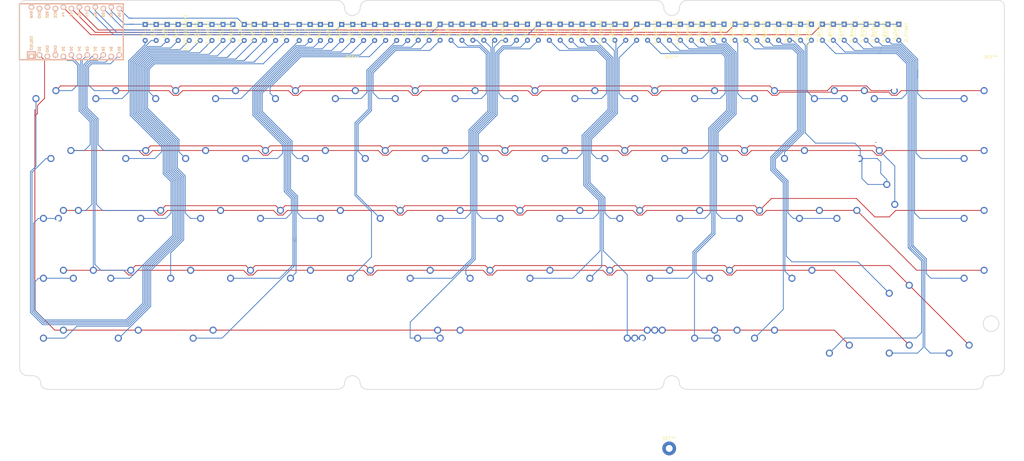
<source format=kicad_pcb>
(kicad_pcb (version 20171130) (host pcbnew "(5.1.7)-1")
  (layers (0 F.Cu signal) (31 B.Cu signal) (34 B.Paste user) (35 F.Paste user) (36 B.SilkS user) (37 F.SilkS user) (38 B.Mask user) (39 F.Mask user) (44 Edge.Cuts user))
  (net 0 "")
  (net 1 "Net-(D_0-Pad2)")
  (net 2 ROW1)
  (net 3 "Net-(D_1-Pad2)")
  (net 4 ROW0)
  (net 5 "Net-(D_2-Pad2)")
  (net 6 "Net-(D_3-Pad2)")
  (net 7 "Net-(D_4-Pad2)")
  (net 8 "Net-(D_5-Pad2)")
  (net 9 "Net-(D_6-Pad2)")
  (net 10 "Net-(D_7-Pad2)")
  (net 11 "Net-(D_8-Pad2)")
  (net 12 "Net-(D_9-Pad2)")
  (net 13 "Net-(D_@1-Pad2)")
  (net 14 ROW4)
  (net 15 "Net-(D_A1-Pad2)")
  (net 16 "Net-(D_B1-Pad2)")
  (net 17 ROW7)
  (net 18 "Net-(D_BKSLSH1-Pad2)")
  (net 19 ROW2)
  (net 20 "Net-(D_BkSp1-Pad2)")
  (net 21 "Net-(D_BkSp2-Pad2)")
  (net 22 "Net-(D_C1-Pad2)")
  (net 23 "Net-(D_Comma1-Pad2)")
  (net 24 ROW6)
  (net 25 "Net-(D_CpsLck1-Pad2)")
  (net 26 ROW5)
  (net 27 "Net-(D_D1-Pad2)")
  (net 28 "Net-(D_Del1-Pad2)")
  (net 29 ROW3)
  (net 30 "Net-(D_Dot1-Pad2)")
  (net 31 "Net-(D_Down1-Pad2)")
  (net 32 "Net-(D_E1-Pad2)")
  (net 33 "Net-(D_Enter1-Pad2)")
  (net 34 "Net-(D_Equal1-Pad2)")
  (net 35 "Net-(D_Esc1-Pad2)")
  (net 36 "Net-(D_F1-Pad2)")
  (net 37 "Net-(D_FwdSlsh1-Pad2)")
  (net 38 "Net-(D_G1-Pad2)")
  (net 39 "Net-(D_H1-Pad2)")
  (net 40 "Net-(D_Hyphen1-Pad2)")
  (net 41 "Net-(D_I1-Pad2)")
  (net 42 "Net-(D_ISO_BKSLSH1-Pad2)")
  (net 43 "Net-(D_J1-Pad2)")
  (net 44 "Net-(D_K1-Pad2)")
  (net 45 "Net-(D_L1-Pad2)")
  (net 46 "Net-(D_LAlt1-Pad2)")
  (net 47 ROW8)
  (net 48 "Net-(D_LBKT1-Pad2)")
  (net 49 "Net-(D_LCtrl1-Pad2)")
  (net 50 "Net-(D_Left1-Pad2)")
  (net 51 "Net-(D_LShift1-Pad2)")
  (net 52 "Net-(D_LWin1-Pad2)")
  (net 53 "Net-(D_M1-Pad2)")
  (net 54 "Net-(D_N1-Pad2)")
  (net 55 "Net-(D_O1-Pad2)")
  (net 56 "Net-(D_P1-Pad2)")
  (net 57 "Net-(D_PgDn1-Pad2)")
  (net 58 "Net-(D_PgUp1-Pad2)")
  (net 59 "Net-(D_Q1-Pad2)")
  (net 60 "Net-(D_R1-Pad2)")
  (net 61 "Net-(D_RAlt1-Pad2)")
  (net 62 "Net-(D_RBKT1-Pad2)")
  (net 63 "Net-(D_RCtrl1-Pad2)")
  (net 64 "Net-(D_Right1-Pad2)")
  (net 65 "Net-(D_RShift1-Pad2)")
  (net 66 "Net-(D_RWin1-Pad2)")
  (net 67 "Net-(D_S1-Pad2)")
  (net 68 "Net-(D_SemiCol1-Pad2)")
  (net 69 "Net-(D_Space1-Pad2)")
  (net 70 "Net-(D_T1-Pad2)")
  (net 71 "Net-(D_Tab1-Pad2)")
  (net 72 "Net-(D_Tilde1-Pad2)")
  (net 73 "Net-(D_U1-Pad2)")
  (net 74 "Net-(D_Up1-Pad2)")
  (net 75 "Net-(D_V1-Pad2)")
  (net 76 "Net-(D_W1-Pad2)")
  (net 77 "Net-(D_X1-Pad2)")
  (net 78 "Net-(D_Y1-Pad2)")
  (net 79 "Net-(D_Z1-Pad2)")
  (net 80 COL5)
  (net 81 COL0)
  (net 82 COL1)
  (net 83 COL2)
  (net 84 COL3)
  (net 85 COL4)
  (net 86 COL6)
  (net 87 COL7)
  (net 88 "Net-(U1-Pad24)")
  (net 89 "Net-(U1-Pad23)")
  (net 90 "Net-(U1-Pad22)")
  (net 91 "Net-(U1-Pad21)")
  (net 92 "Net-(U1-Pad4)")
  (net 93 "Net-(U1-Pad3)")
  (net 94 "Net-(U1-Pad1)")
  (module MountingHole:MountingHole_2.2mm_M2_Pad (layer F.Cu) (at 253.20625 188.11875)
    (fp_text reference REF** (at 0 -3.2) (layer F.SilkS))
    (fp_text value MountingHole_2.2mm_M2_Pad)
    (pad 1 thru_hole circle (at 0 0) (size 4.4 4.4) (drill 2.2) (layers *.Cu *.Mask))
  )
  (module KBIC-Parts:MountingHole_5mm_KB (layer F.Cu) (at 355.6 67.46875)
    (fp_text reference REF** (at 0 -3.81) (layer F.SilkS))
    (fp_text value MountingHole_5mm_Custom)
    (pad "" np_thru_hole circle (at 0 0) (size 5 5) (drill 5) (layers *.Cu *.Mask))
  )
  (module KBIC-Parts:MountingHole_5mm_KB (layer F.Cu) (at 254 67.46875)
    (fp_text reference REF** (at 0 -3.81) (layer F.SilkS))
    (fp_text value MountingHole_5mm_Custom)
    (pad "" np_thru_hole circle (at 0 0) (size 5 5) (drill 5) (layers *.Cu *.Mask))
  )
  (module KBIC-Parts:MountingHole_5mm_KB (layer F.Cu) (at 152.4 67.46875)
    (fp_text reference REF** (at 0 -3.81) (layer F.SilkS))
    (fp_text value MountingHole_5mm_Custom)
    (pad "" np_thru_hole circle (at 0 0) (size 5 5) (drill 5) (layers *.Cu *.Mask))
  )
  (module KBIC-Parts:MountingHole_5mm_KB (layer F.Cu) (at 50.8 67.46875)
    (fp_text reference REF** (at 0 -3.81) (layer F.SilkS))
    (fp_text value MountingHole_5mm_Custom)
    (pad "" np_thru_hole circle (at 0 0) (size 5 5) (drill 5) (layers *.Cu *.Mask))
  )
  (module MX_Only:MXOnly-6U-NoLED (layer F.Cu) (at 174.625 155.575)
    (fp_text reference MX_Space2_6u1)
    (fp_text value MX-NoLED)
    (pad 2 thru_hole circle (at 12.065 -5.08) (size 2.25 2.25) (drill 1.47) (layers *.Cu B.Mask) (net 47 ROW8))
    (pad "" np_thru_hole circle (at 9.525 0) (size 3.9878 3.9878) (drill 3.9878) (layers *.Cu *.Mask))
    (pad 1 thru_hole circle (at 5.715 -2.54) (size 2.25 2.25) (drill 1.47) (layers *.Cu B.Mask) (net 69 "Net-(D_Space1-Pad2)"))
    (pad "" np_thru_hole circle (at 4.445 0 48.0996) (size 1.75 1.75) (drill 1.75) (layers *.Cu *.Mask))
    (pad "" np_thru_hole circle (at 14.605 0 48.0996) (size 1.75 1.75) (drill 1.75) (layers *.Cu *.Mask))
    (pad "" np_thru_hole circle (at -47.625 -6.985) (size 3.048 3.048) (drill 3.048) (layers *.Cu *.Mask))
    (pad "" np_thru_hole circle (at 47.625 -6.985) (size 3.048 3.048) (drill 3.048) (layers *.Cu *.Mask))
    (pad "" np_thru_hole circle (at -47.625 8.255) (size 3.9878 3.9878) (drill 3.9878) (layers *.Cu *.Mask))
    (pad "" np_thru_hole circle (at 47.625 8.255) (size 3.9878 3.9878) (drill 3.9878) (layers *.Cu *.Mask))
  )
  (module MX_Only:MXOnly-1U-NoLED (layer F.Cu) (at 346.075 160.3375)
    (fp_text reference MX_Right1)
    (fp_text value MX-NoLED)
    (pad 2 thru_hole circle (at 2.54 -5.08) (size 2.25 2.25) (drill 1.47) (layers *.Cu B.Mask) (net 24 ROW6))
    (pad "" np_thru_hole circle (at 0 0) (size 3.9878 3.9878) (drill 3.9878) (layers *.Cu *.Mask))
    (pad 1 thru_hole circle (at -3.81 -2.54) (size 2.25 2.25) (drill 1.47) (layers *.Cu B.Mask) (net 64 "Net-(D_Right1-Pad2)"))
    (pad "" np_thru_hole circle (at -5.08 0 48.0996) (size 1.75 1.75) (drill 1.75) (layers *.Cu *.Mask))
    (pad "" np_thru_hole circle (at 5.08 0 48.0996) (size 1.75 1.75) (drill 1.75) (layers *.Cu *.Mask))
  )
  (module MX_Only:MXOnly-1U-NoLED (layer F.Cu) (at 150.8125 79.375)
    (fp_text reference MX_5)
    (fp_text value MX-NoLED)
    (pad "" np_thru_hole circle (at 5.08 0 48.0996) (size 1.75 1.75) (drill 1.75) (layers *.Cu *.Mask))
    (pad "" np_thru_hole circle (at -5.08 0 48.0996) (size 1.75 1.75) (drill 1.75) (layers *.Cu *.Mask))
    (pad 1 thru_hole circle (at -3.81 -2.54) (size 2.25 2.25) (drill 1.47) (layers *.Cu B.Mask) (net 8 "Net-(D_5-Pad2)"))
    (pad "" np_thru_hole circle (at 0 0) (size 3.9878 3.9878) (drill 3.9878) (layers *.Cu *.Mask))
    (pad 2 thru_hole circle (at 2.54 -5.08) (size 2.25 2.25) (drill 1.47) (layers *.Cu B.Mask) (net 4 ROW0))
  )
  (module MX_Only:MXOnly-1U-NoLED (layer F.Cu) (at 293.6875 98.425)
    (fp_text reference MX_RBKT1)
    (fp_text value MX-NoLED)
    (pad 2 thru_hole circle (at 2.54 -5.08) (size 2.25 2.25) (drill 1.47) (layers *.Cu B.Mask) (net 29 ROW3))
    (pad "" np_thru_hole circle (at 0 0) (size 3.9878 3.9878) (drill 3.9878) (layers *.Cu *.Mask))
    (pad 1 thru_hole circle (at -3.81 -2.54) (size 2.25 2.25) (drill 1.47) (layers *.Cu B.Mask) (net 62 "Net-(D_RBKT1-Pad2)"))
    (pad "" np_thru_hole circle (at -5.08 0 48.0996) (size 1.75 1.75) (drill 1.75) (layers *.Cu *.Mask))
    (pad "" np_thru_hole circle (at 5.08 0 48.0996) (size 1.75 1.75) (drill 1.75) (layers *.Cu *.Mask))
  )
  (module MX_Only:MXOnly-1U-NoLED (layer F.Cu) (at 127 117.475)
    (fp_text reference MX_D1)
    (fp_text value MX-NoLED)
    (pad 2 thru_hole circle (at 2.54 -5.08) (size 2.25 2.25) (drill 1.47) (layers *.Cu B.Mask) (net 14 ROW4))
    (pad "" np_thru_hole circle (at 0 0) (size 3.9878 3.9878) (drill 3.9878) (layers *.Cu *.Mask))
    (pad 1 thru_hole circle (at -3.81 -2.54) (size 2.25 2.25) (drill 1.47) (layers *.Cu B.Mask) (net 27 "Net-(D_D1-Pad2)"))
    (pad "" np_thru_hole circle (at -5.08 0 48.0996) (size 1.75 1.75) (drill 1.75) (layers *.Cu *.Mask))
    (pad "" np_thru_hole circle (at 5.08 0 48.0996) (size 1.75 1.75) (drill 1.75) (layers *.Cu *.Mask))
  )
  (module MX_Only:MXOnly-1U-NoLED (layer F.Cu) (at 84.1375 98.425)
    (fp_text reference MX_Q1)
    (fp_text value MX-NoLED)
    (pad 2 thru_hole circle (at 2.54 -5.08) (size 2.25 2.25) (drill 1.47) (layers *.Cu B.Mask) (net 19 ROW2))
    (pad "" np_thru_hole circle (at 0 0) (size 3.9878 3.9878) (drill 3.9878) (layers *.Cu *.Mask))
    (pad 1 thru_hole circle (at -3.81 -2.54) (size 2.25 2.25) (drill 1.47) (layers *.Cu B.Mask) (net 59 "Net-(D_Q1-Pad2)"))
    (pad "" np_thru_hole circle (at -5.08 0 48.0996) (size 1.75 1.75) (drill 1.75) (layers *.Cu *.Mask))
    (pad "" np_thru_hole circle (at 5.08 0 48.0996) (size 1.75 1.75) (drill 1.75) (layers *.Cu *.Mask))
  )
  (module MX_Only:MXOnly-1U-NoLED (layer F.Cu) (at 74.6125 79.375)
    (fp_text reference MX_1)
    (fp_text value MX-NoLED)
    (pad "" np_thru_hole circle (at 5.08 0 48.0996) (size 1.75 1.75) (drill 1.75) (layers *.Cu *.Mask))
    (pad "" np_thru_hole circle (at -5.08 0 48.0996) (size 1.75 1.75) (drill 1.75) (layers *.Cu *.Mask))
    (pad 1 thru_hole circle (at -3.81 -2.54) (size 2.25 2.25) (drill 1.47) (layers *.Cu B.Mask) (net 3 "Net-(D_1-Pad2)"))
    (pad "" np_thru_hole circle (at 0 0) (size 3.9878 3.9878) (drill 3.9878) (layers *.Cu *.Mask))
    (pad 2 thru_hole circle (at 2.54 -5.08) (size 2.25 2.25) (drill 1.47) (layers *.Cu B.Mask) (net 4 ROW0))
  )
  (module MX_Only:MXOnly-1U-NoLED (layer F.Cu) (at 93.6625 79.375)
    (fp_text reference MX_2)
    (fp_text value MX-NoLED)
    (pad "" np_thru_hole circle (at 5.08 0 48.0996) (size 1.75 1.75) (drill 1.75) (layers *.Cu *.Mask))
    (pad "" np_thru_hole circle (at -5.08 0 48.0996) (size 1.75 1.75) (drill 1.75) (layers *.Cu *.Mask))
    (pad 1 thru_hole circle (at -3.81 -2.54) (size 2.25 2.25) (drill 1.47) (layers *.Cu B.Mask) (net 5 "Net-(D_2-Pad2)"))
    (pad "" np_thru_hole circle (at 0 0) (size 3.9878 3.9878) (drill 3.9878) (layers *.Cu *.Mask))
    (pad 2 thru_hole circle (at 2.54 -5.08) (size 2.25 2.25) (drill 1.47) (layers *.Cu B.Mask) (net 2 ROW1))
  )
  (module MX_Only:MXOnly-1U-NoLED (layer F.Cu) (at 155.575 136.525)
    (fp_text reference MX_V1)
    (fp_text value MX-NoLED)
    (pad 2 thru_hole circle (at 2.54 -5.08) (size 2.25 2.25) (drill 1.47) (layers *.Cu B.Mask) (net 24 ROW6))
    (pad "" np_thru_hole circle (at 0 0) (size 3.9878 3.9878) (drill 3.9878) (layers *.Cu *.Mask))
    (pad 1 thru_hole circle (at -3.81 -2.54) (size 2.25 2.25) (drill 1.47) (layers *.Cu B.Mask) (net 75 "Net-(D_V1-Pad2)"))
    (pad "" np_thru_hole circle (at -5.08 0 48.0996) (size 1.75 1.75) (drill 1.75) (layers *.Cu *.Mask))
    (pad "" np_thru_hole circle (at 5.08 0 48.0996) (size 1.75 1.75) (drill 1.75) (layers *.Cu *.Mask))
  )
  (module MX_Only:MXOnly-6.25U-NoLED (layer F.Cu) (at 177.00625 155.575)
    (fp_text reference MX_Space1_6.25u1)
    (fp_text value MX-NoLED)
    (pad 2 thru_hole circle (at 2.54 -5.08) (size 2.25 2.25) (drill 1.47) (layers *.Cu B.Mask) (net 47 ROW8))
    (pad "" np_thru_hole circle (at 0 0) (size 3.9878 3.9878) (drill 3.9878) (layers *.Cu *.Mask))
    (pad 1 thru_hole circle (at -3.81 -2.54) (size 2.25 2.25) (drill 1.47) (layers *.Cu B.Mask) (net 69 "Net-(D_Space1-Pad2)"))
    (pad "" np_thru_hole circle (at -5.08 0 48.0996) (size 1.75 1.75) (drill 1.75) (layers *.Cu *.Mask))
    (pad "" np_thru_hole circle (at 5.08 0 48.0996) (size 1.75 1.75) (drill 1.75) (layers *.Cu *.Mask))
    (pad "" np_thru_hole circle (at -49.9999 -6.985) (size 3.048 3.048) (drill 3.048) (layers *.Cu *.Mask))
    (pad "" np_thru_hole circle (at 49.9999 -6.985) (size 3.048 3.048) (drill 3.048) (layers *.Cu *.Mask))
    (pad "" np_thru_hole circle (at -49.9999 8.255) (size 3.9878 3.9878) (drill 3.9878) (layers *.Cu *.Mask))
    (pad "" np_thru_hole circle (at 49.9999 8.255) (size 3.9878 3.9878) (drill 3.9878) (layers *.Cu *.Mask))
  )
  (module MX_Only:MXOnly-1U-NoLED (layer F.Cu) (at 272.25625 155.575)
    (fp_text reference MX_RWin2_1.25u_RCtrl1)
    (fp_text value MX-NoLED)
    (pad 2 thru_hole circle (at 2.54 -5.08) (size 2.25 2.25) (drill 1.47) (layers *.Cu B.Mask) (net 47 ROW8))
    (pad "" np_thru_hole circle (at 0 0) (size 3.9878 3.9878) (drill 3.9878) (layers *.Cu *.Mask))
    (pad 1 thru_hole circle (at -3.81 -2.54) (size 2.25 2.25) (drill 1.47) (layers *.Cu B.Mask) (net 66 "Net-(D_RWin1-Pad2)"))
    (pad "" np_thru_hole circle (at -5.08 0 48.0996) (size 1.75 1.75) (drill 1.75) (layers *.Cu *.Mask))
    (pad "" np_thru_hole circle (at 5.08 0 48.0996) (size 1.75 1.75) (drill 1.75) (layers *.Cu *.Mask))
  )
  (module MX_Only:MXOnly-1.25U-NoLED (layer F.Cu) (at 248.44375 155.575)
    (fp_text reference MX_RAlt3_1.25u_6.25u_space1)
    (fp_text value MX-NoLED)
    (pad 2 thru_hole circle (at 2.54 -5.08) (size 2.25 2.25) (drill 1.47) (layers *.Cu B.Mask) (net 47 ROW8))
    (pad "" np_thru_hole circle (at 0 0) (size 3.9878 3.9878) (drill 3.9878) (layers *.Cu *.Mask))
    (pad 1 thru_hole circle (at -3.81 -2.54) (size 2.25 2.25) (drill 1.47) (layers *.Cu B.Mask) (net 61 "Net-(D_RAlt1-Pad2)"))
    (pad "" np_thru_hole circle (at -5.08 0 48.0996) (size 1.75 1.75) (drill 1.75) (layers *.Cu *.Mask))
    (pad "" np_thru_hole circle (at 5.08 0 48.0996) (size 1.75 1.75) (drill 1.75) (layers *.Cu *.Mask))
  )
  (module MX_Only:MXOnly-1.25U-NoLED (layer F.Cu) (at 243.68125 155.575)
    (fp_text reference MX_RAlt2_1.25u_6u_space1)
    (fp_text value MX-NoLED)
    (pad 2 thru_hole circle (at 2.54 -5.08) (size 2.25 2.25) (drill 1.47) (layers *.Cu B.Mask) (net 47 ROW8))
    (pad "" np_thru_hole circle (at 0 0) (size 3.9878 3.9878) (drill 3.9878) (layers *.Cu *.Mask))
    (pad 1 thru_hole circle (at -3.81 -2.54) (size 2.25 2.25) (drill 1.47) (layers *.Cu B.Mask) (net 61 "Net-(D_RAlt1-Pad2)"))
    (pad "" np_thru_hole circle (at -5.08 0 48.0996) (size 1.75 1.75) (drill 1.75) (layers *.Cu *.Mask))
    (pad "" np_thru_hole circle (at 5.08 0 48.0996) (size 1.75 1.75) (drill 1.75) (layers *.Cu *.Mask))
  )
  (module MX_Only:MXOnly-1U-NoLED (layer F.Cu) (at 246.0625 155.575)
    (fp_text reference MX_RAlt1_1u1)
    (fp_text value MX-NoLED)
    (pad 2 thru_hole circle (at 2.54 -5.08) (size 2.25 2.25) (drill 1.47) (layers *.Cu B.Mask) (net 47 ROW8))
    (pad "" np_thru_hole circle (at 0 0) (size 3.9878 3.9878) (drill 3.9878) (layers *.Cu *.Mask))
    (pad 1 thru_hole circle (at -3.81 -2.54) (size 2.25 2.25) (drill 1.47) (layers *.Cu B.Mask) (net 61 "Net-(D_RAlt1-Pad2)"))
    (pad "" np_thru_hole circle (at -5.08 0 48.0996) (size 1.75 1.75) (drill 1.75) (layers *.Cu *.Mask))
    (pad "" np_thru_hole circle (at 5.08 0 48.0996) (size 1.75 1.75) (drill 1.75) (layers *.Cu *.Mask))
  )
  (module MX_Only:MXOnly-1.25U-NoLED (layer F.Cu) (at 57.94375 136.525)
    (fp_text reference MX_LShift_ISO1)
    (fp_text value MX-NoLED)
    (pad 2 thru_hole circle (at 2.54 -5.08) (size 2.25 2.25) (drill 1.47) (layers *.Cu B.Mask) (net 17 ROW7))
    (pad "" np_thru_hole circle (at 0 0) (size 3.9878 3.9878) (drill 3.9878) (layers *.Cu *.Mask))
    (pad 1 thru_hole circle (at -3.81 -2.54) (size 2.25 2.25) (drill 1.47) (layers *.Cu B.Mask) (net 51 "Net-(D_LShift1-Pad2)"))
    (pad "" np_thru_hole circle (at -5.08 0 48.0996) (size 1.75 1.75) (drill 1.75) (layers *.Cu *.Mask))
    (pad "" np_thru_hole circle (at 5.08 0 48.0996) (size 1.75 1.75) (drill 1.75) (layers *.Cu *.Mask))
  )
  (module MX_Only:MXOnly-2.25U-NoLED (layer F.Cu) (at 67.46875 136.525)
    (fp_text reference MX_LShift_ANSI1)
    (fp_text value MX-NoLED)
    (pad 2 thru_hole circle (at 2.54 -5.08) (size 2.25 2.25) (drill 1.47) (layers *.Cu B.Mask) (net 17 ROW7))
    (pad "" np_thru_hole circle (at 0 0) (size 3.9878 3.9878) (drill 3.9878) (layers *.Cu *.Mask))
    (pad 1 thru_hole circle (at -3.81 -2.54) (size 2.25 2.25) (drill 1.47) (layers *.Cu B.Mask) (net 51 "Net-(D_LShift1-Pad2)"))
    (pad "" np_thru_hole circle (at -5.08 0 48.0996) (size 1.75 1.75) (drill 1.75) (layers *.Cu *.Mask))
    (pad "" np_thru_hole circle (at 5.08 0 48.0996) (size 1.75 1.75) (drill 1.75) (layers *.Cu *.Mask))
    (pad "" np_thru_hole circle (at -11.90625 -6.985) (size 3.048 3.048) (drill 3.048) (layers *.Cu *.Mask))
    (pad "" np_thru_hole circle (at 11.90625 -6.985) (size 3.048 3.048) (drill 3.048) (layers *.Cu *.Mask))
    (pad "" np_thru_hole circle (at -11.90625 8.255) (size 3.9878 3.9878) (drill 3.9878) (layers *.Cu *.Mask))
    (pad "" np_thru_hole circle (at 11.90625 8.255) (size 3.9878 3.9878) (drill 3.9878) (layers *.Cu *.Mask))
  )
  (module MX_Only:MXOnly-1U-NoLED (layer F.Cu) (at 298.45 117.475)
    (fp_text reference MX_Enter2_ISO_Hash1)
    (fp_text value MX-NoLED)
    (pad 2 thru_hole circle (at 2.54 -5.08) (size 2.25 2.25) (drill 1.47) (layers *.Cu B.Mask) (net 26 ROW5))
    (pad "" np_thru_hole circle (at 0 0) (size 3.9878 3.9878) (drill 3.9878) (layers *.Cu *.Mask))
    (pad 1 thru_hole circle (at -3.81 -2.54) (size 2.25 2.25) (drill 1.47) (layers *.Cu B.Mask) (net 33 "Net-(D_Enter1-Pad2)"))
    (pad "" np_thru_hole circle (at -5.08 0 48.0996) (size 1.75 1.75) (drill 1.75) (layers *.Cu *.Mask))
    (pad "" np_thru_hole circle (at 5.08 0 48.0996) (size 1.75 1.75) (drill 1.75) (layers *.Cu *.Mask))
  )
  (module MX_Only:MXOnly-1.25U-NoLED (layer F.Cu) (at 57.94375 117.475)
    (fp_text reference MX_CpsLck2_Stepped1)
    (fp_text value MX-NoLED)
    (pad 2 thru_hole circle (at 2.54 -5.08) (size 2.25 2.25) (drill 1.47) (layers *.Cu B.Mask) (net 26 ROW5))
    (pad "" np_thru_hole circle (at 0 0) (size 3.9878 3.9878) (drill 3.9878) (layers *.Cu *.Mask))
    (pad 1 thru_hole circle (at -3.81 -2.54) (size 2.25 2.25) (drill 1.47) (layers *.Cu B.Mask) (net 25 "Net-(D_CpsLck1-Pad2)"))
    (pad "" np_thru_hole circle (at -5.08 0 48.0996) (size 1.75 1.75) (drill 1.75) (layers *.Cu *.Mask))
    (pad "" np_thru_hole circle (at 5.08 0 48.0996) (size 1.75 1.75) (drill 1.75) (layers *.Cu *.Mask))
  )
  (module MX_Only:MXOnly-2U-NoLED (layer F.Cu) (at 312.7375 79.375)
    (fp_text reference MX_BkSp3_2u1)
    (fp_text value MX-NoLED)
    (pad "" np_thru_hole circle (at 11.90625 8.255) (size 3.9878 3.9878) (drill 3.9878) (layers *.Cu *.Mask))
    (pad "" np_thru_hole circle (at -11.90625 8.255) (size 3.9878 3.9878) (drill 3.9878) (layers *.Cu *.Mask))
    (pad "" np_thru_hole circle (at 11.90625 -6.985) (size 3.048 3.048) (drill 3.048) (layers *.Cu *.Mask))
    (pad "" np_thru_hole circle (at -11.90625 -6.985) (size 3.048 3.048) (drill 3.048) (layers *.Cu *.Mask))
    (pad "" np_thru_hole circle (at 5.08 0 48.0996) (size 1.75 1.75) (drill 1.75) (layers *.Cu *.Mask))
    (pad "" np_thru_hole circle (at -5.08 0 48.0996) (size 1.75 1.75) (drill 1.75) (layers *.Cu *.Mask))
    (pad 1 thru_hole circle (at -3.81 -2.54) (size 2.25 2.25) (drill 1.47) (layers *.Cu B.Mask) (net 20 "Net-(D_BkSp1-Pad2)"))
    (pad "" np_thru_hole circle (at 0 0) (size 3.9878 3.9878) (drill 3.9878) (layers *.Cu *.Mask))
    (pad 2 thru_hole circle (at 2.54 -5.08) (size 2.25 2.25) (drill 1.47) (layers *.Cu B.Mask) (net 4 ROW0))
  )
  (module MX_Only:MXOnly-ISO-ROTATED-ReversedStabilizers-NoLED (layer F.Cu) (at 319.88125 107.95)
    (fp_text reference MX_BkSlash2_ISO_Enter1)
    (fp_text value MX-NoLED)
    (pad "" np_thru_hole circle (at -8.255 -11.938) (size 3.9878 3.9878) (drill 3.9878) (layers *.Cu *.Mask))
    (pad "" np_thru_hole circle (at -8.255 11.938) (size 3.9878 3.9878) (drill 3.9878) (layers *.Cu *.Mask))
    (pad "" np_thru_hole circle (at 6.985 -11.938) (size 3.048 3.048) (drill 3.048) (layers *.Cu *.Mask))
    (pad "" np_thru_hole circle (at 6.985 11.938) (size 3.048 3.048) (drill 3.048) (layers *.Cu *.Mask))
    (pad "" np_thru_hole circle (at 0 5.08 48.0996) (size 1.75 1.75) (drill 1.75) (layers *.Cu *.Mask))
    (pad "" np_thru_hole circle (at 0 -5.08 48.0996) (size 1.75 1.75) (drill 1.75) (layers *.Cu *.Mask))
    (pad 1 thru_hole circle (at 2.54 -3.81) (size 2.25 2.25) (drill 1.47) (layers *.Cu B.Mask) (net 18 "Net-(D_BKSLSH1-Pad2)"))
    (pad "" np_thru_hole circle (at 0 0) (size 3.9878 3.9878) (drill 3.9878) (layers *.Cu *.Mask))
    (pad 2 thru_hole circle (at 5.08 2.54) (size 2.25 2.25) (drill 1.47) (layers *.Cu B.Mask) (net 19 ROW2))
  )
  (module MX_Only:MXOnly-2.25U-NoLED (layer F.Cu) (at 310.35625 117.475)
    (fp_text reference MX_Enter1)
    (fp_text value MX-NoLED)
    (pad 2 thru_hole circle (at 2.54 -5.08) (size 2.25 2.25) (drill 1.47) (layers *.Cu B.Mask) (net 26 ROW5))
    (pad "" np_thru_hole circle (at 0 0) (size 3.9878 3.9878) (drill 3.9878) (layers *.Cu *.Mask))
    (pad 1 thru_hole circle (at -3.81 -2.54) (size 2.25 2.25) (drill 1.47) (layers *.Cu B.Mask) (net 33 "Net-(D_Enter1-Pad2)"))
    (pad "" np_thru_hole circle (at -5.08 0 48.0996) (size 1.75 1.75) (drill 1.75) (layers *.Cu *.Mask))
    (pad "" np_thru_hole circle (at 5.08 0 48.0996) (size 1.75 1.75) (drill 1.75) (layers *.Cu *.Mask))
    (pad "" np_thru_hole circle (at -11.90625 -6.985) (size 3.048 3.048) (drill 3.048) (layers *.Cu *.Mask))
    (pad "" np_thru_hole circle (at 11.90625 -6.985) (size 3.048 3.048) (drill 3.048) (layers *.Cu *.Mask))
    (pad "" np_thru_hole circle (at -11.90625 8.255) (size 3.9878 3.9878) (drill 3.9878) (layers *.Cu *.Mask))
    (pad "" np_thru_hole circle (at 11.90625 8.255) (size 3.9878 3.9878) (drill 3.9878) (layers *.Cu *.Mask))
  )
  (module MX_Only:MXOnly-1.5U-NoLED (layer F.Cu) (at 317.5 98.425)
    (fp_text reference MX_BkSlsh1)
    (fp_text value MX-NoLED)
    (pad 2 thru_hole circle (at 2.54 -5.08) (size 2.25 2.25) (drill 1.47) (layers *.Cu B.Mask) (net 19 ROW2))
    (pad "" np_thru_hole circle (at 0 0) (size 3.9878 3.9878) (drill 3.9878) (layers *.Cu *.Mask))
    (pad 1 thru_hole circle (at -3.81 -2.54) (size 2.25 2.25) (drill 1.47) (layers *.Cu B.Mask) (net 18 "Net-(D_BKSLSH1-Pad2)"))
    (pad "" np_thru_hole circle (at -5.08 0 48.0996) (size 1.75 1.75) (drill 1.75) (layers *.Cu *.Mask))
    (pad "" np_thru_hole circle (at 5.08 0 48.0996) (size 1.75 1.75) (drill 1.75) (layers *.Cu *.Mask))
  )
  (module MX_Only:MXOnly-1.75U-NoLED (layer F.Cu) (at 296.06875 136.525)
    (fp_text reference MX_RShift1)
    (fp_text value MX-NoLED)
    (pad 2 thru_hole circle (at 2.54 -5.08) (size 2.25 2.25) (drill 1.47) (layers *.Cu B.Mask) (net 17 ROW7))
    (pad "" np_thru_hole circle (at 0 0) (size 3.9878 3.9878) (drill 3.9878) (layers *.Cu *.Mask))
    (pad 1 thru_hole circle (at -3.81 -2.54) (size 2.25 2.25) (drill 1.47) (layers *.Cu B.Mask) (net 65 "Net-(D_RShift1-Pad2)"))
    (pad "" np_thru_hole circle (at -5.08 0 48.0996) (size 1.75 1.75) (drill 1.75) (layers *.Cu *.Mask))
    (pad "" np_thru_hole circle (at 5.08 0 48.0996) (size 1.75 1.75) (drill 1.75) (layers *.Cu *.Mask))
  )
  (module MX_Only:MXOnly-1.25U-NoLED (layer F.Cu) (at 105.56875 155.575)
    (fp_text reference MX_LAlt1)
    (fp_text value MX-NoLED)
    (pad 2 thru_hole circle (at 2.54 -5.08) (size 2.25 2.25) (drill 1.47) (layers *.Cu B.Mask) (net 47 ROW8))
    (pad "" np_thru_hole circle (at 0 0) (size 3.9878 3.9878) (drill 3.9878) (layers *.Cu *.Mask))
    (pad 1 thru_hole circle (at -3.81 -2.54) (size 2.25 2.25) (drill 1.47) (layers *.Cu B.Mask) (net 46 "Net-(D_LAlt1-Pad2)"))
    (pad "" np_thru_hole circle (at -5.08 0 48.0996) (size 1.75 1.75) (drill 1.75) (layers *.Cu *.Mask))
    (pad "" np_thru_hole circle (at 5.08 0 48.0996) (size 1.75 1.75) (drill 1.75) (layers *.Cu *.Mask))
  )
  (module MX_Only:MXOnly-1.25U-NoLED (layer F.Cu) (at 81.75625 155.575)
    (fp_text reference MX_LWin1)
    (fp_text value MX-NoLED)
    (pad 2 thru_hole circle (at 2.54 -5.08) (size 2.25 2.25) (drill 1.47) (layers *.Cu B.Mask) (net 47 ROW8))
    (pad "" np_thru_hole circle (at 0 0) (size 3.9878 3.9878) (drill 3.9878) (layers *.Cu *.Mask))
    (pad 1 thru_hole circle (at -3.81 -2.54) (size 2.25 2.25) (drill 1.47) (layers *.Cu B.Mask) (net 52 "Net-(D_LWin1-Pad2)"))
    (pad "" np_thru_hole circle (at -5.08 0 48.0996) (size 1.75 1.75) (drill 1.75) (layers *.Cu *.Mask))
    (pad "" np_thru_hole circle (at 5.08 0 48.0996) (size 1.75 1.75) (drill 1.75) (layers *.Cu *.Mask))
  )
  (module MX_Only:MXOnly-1.25U-NoLED (layer F.Cu) (at 57.94375 155.575)
    (fp_text reference MX_LCtrl1)
    (fp_text value MX-NoLED)
    (pad 2 thru_hole circle (at 2.54 -5.08) (size 2.25 2.25) (drill 1.47) (layers *.Cu B.Mask) (net 47 ROW8))
    (pad "" np_thru_hole circle (at 0 0) (size 3.9878 3.9878) (drill 3.9878) (layers *.Cu *.Mask))
    (pad 1 thru_hole circle (at -3.81 -2.54) (size 2.25 2.25) (drill 1.47) (layers *.Cu B.Mask) (net 49 "Net-(D_LCtrl1-Pad2)"))
    (pad "" np_thru_hole circle (at -5.08 0 48.0996) (size 1.75 1.75) (drill 1.75) (layers *.Cu *.Mask))
    (pad "" np_thru_hole circle (at 5.08 0 48.0996) (size 1.75 1.75) (drill 1.75) (layers *.Cu *.Mask))
  )
  (module MX_Only:MXOnly-1.75U-NoLED (layer F.Cu) (at 62.70625 117.475)
    (fp_text reference MX_CpsLck1)
    (fp_text value MX-NoLED)
    (pad 2 thru_hole circle (at 2.54 -5.08) (size 2.25 2.25) (drill 1.47) (layers *.Cu B.Mask) (net 26 ROW5))
    (pad "" np_thru_hole circle (at 0 0) (size 3.9878 3.9878) (drill 3.9878) (layers *.Cu *.Mask))
    (pad 1 thru_hole circle (at -3.81 -2.54) (size 2.25 2.25) (drill 1.47) (layers *.Cu B.Mask) (net 25 "Net-(D_CpsLck1-Pad2)"))
    (pad "" np_thru_hole circle (at -5.08 0 48.0996) (size 1.75 1.75) (drill 1.75) (layers *.Cu *.Mask))
    (pad "" np_thru_hole circle (at 5.08 0 48.0996) (size 1.75 1.75) (drill 1.75) (layers *.Cu *.Mask))
  )
  (module MX_Only:MXOnly-1.5U-NoLED (layer F.Cu) (at 60.325 98.425)
    (fp_text reference MX_Tab1)
    (fp_text value MX-NoLED)
    (pad 2 thru_hole circle (at 2.54 -5.08) (size 2.25 2.25) (drill 1.47) (layers *.Cu B.Mask) (net 29 ROW3))
    (pad "" np_thru_hole circle (at 0 0) (size 3.9878 3.9878) (drill 3.9878) (layers *.Cu *.Mask))
    (pad 1 thru_hole circle (at -3.81 -2.54) (size 2.25 2.25) (drill 1.47) (layers *.Cu B.Mask) (net 71 "Net-(D_Tab1-Pad2)"))
    (pad "" np_thru_hole circle (at -5.08 0 48.0996) (size 1.75 1.75) (drill 1.75) (layers *.Cu *.Mask))
    (pad "" np_thru_hole circle (at 5.08 0 48.0996) (size 1.75 1.75) (drill 1.75) (layers *.Cu *.Mask))
  )
  (module MX_Only:MXOnly-1U-NoLED (layer F.Cu) (at 98.425 136.525)
    (fp_text reference MX_Z1)
    (fp_text value MX-NoLED)
    (pad 2 thru_hole circle (at 2.54 -5.08) (size 2.25 2.25) (drill 1.47) (layers *.Cu B.Mask) (net 17 ROW7))
    (pad "" np_thru_hole circle (at 0 0) (size 3.9878 3.9878) (drill 3.9878) (layers *.Cu *.Mask))
    (pad 1 thru_hole circle (at -3.81 -2.54) (size 2.25 2.25) (drill 1.47) (layers *.Cu B.Mask) (net 79 "Net-(D_Z1-Pad2)"))
    (pad "" np_thru_hole circle (at -5.08 0 48.0996) (size 1.75 1.75) (drill 1.75) (layers *.Cu *.Mask))
    (pad "" np_thru_hole circle (at 5.08 0 48.0996) (size 1.75 1.75) (drill 1.75) (layers *.Cu *.Mask))
  )
  (module MX_Only:MXOnly-1U-NoLED (layer F.Cu) (at 179.3875 98.425)
    (fp_text reference MX_Y1)
    (fp_text value MX-NoLED)
    (pad 2 thru_hole circle (at 2.54 -5.08) (size 2.25 2.25) (drill 1.47) (layers *.Cu B.Mask) (net 29 ROW3))
    (pad "" np_thru_hole circle (at 0 0) (size 3.9878 3.9878) (drill 3.9878) (layers *.Cu *.Mask))
    (pad 1 thru_hole circle (at -3.81 -2.54) (size 2.25 2.25) (drill 1.47) (layers *.Cu B.Mask) (net 78 "Net-(D_Y1-Pad2)"))
    (pad "" np_thru_hole circle (at -5.08 0 48.0996) (size 1.75 1.75) (drill 1.75) (layers *.Cu *.Mask))
    (pad "" np_thru_hole circle (at 5.08 0 48.0996) (size 1.75 1.75) (drill 1.75) (layers *.Cu *.Mask))
  )
  (module MX_Only:MXOnly-1U-NoLED (layer F.Cu) (at 117.475 136.525)
    (fp_text reference MX_X1)
    (fp_text value MX-NoLED)
    (pad 2 thru_hole circle (at 2.54 -5.08) (size 2.25 2.25) (drill 1.47) (layers *.Cu B.Mask) (net 24 ROW6))
    (pad "" np_thru_hole circle (at 0 0) (size 3.9878 3.9878) (drill 3.9878) (layers *.Cu *.Mask))
    (pad 1 thru_hole circle (at -3.81 -2.54) (size 2.25 2.25) (drill 1.47) (layers *.Cu B.Mask) (net 77 "Net-(D_X1-Pad2)"))
    (pad "" np_thru_hole circle (at -5.08 0 48.0996) (size 1.75 1.75) (drill 1.75) (layers *.Cu *.Mask))
    (pad "" np_thru_hole circle (at 5.08 0 48.0996) (size 1.75 1.75) (drill 1.75) (layers *.Cu *.Mask))
  )
  (module MX_Only:MXOnly-1U-NoLED (layer F.Cu) (at 103.1875 98.425)
    (fp_text reference MX_W1)
    (fp_text value MX-NoLED)
    (pad 2 thru_hole circle (at 2.54 -5.08) (size 2.25 2.25) (drill 1.47) (layers *.Cu B.Mask) (net 29 ROW3))
    (pad "" np_thru_hole circle (at 0 0) (size 3.9878 3.9878) (drill 3.9878) (layers *.Cu *.Mask))
    (pad 1 thru_hole circle (at -3.81 -2.54) (size 2.25 2.25) (drill 1.47) (layers *.Cu B.Mask) (net 76 "Net-(D_W1-Pad2)"))
    (pad "" np_thru_hole circle (at -5.08 0 48.0996) (size 1.75 1.75) (drill 1.75) (layers *.Cu *.Mask))
    (pad "" np_thru_hole circle (at 5.08 0 48.0996) (size 1.75 1.75) (drill 1.75) (layers *.Cu *.Mask))
  )
  (module MX_Only:MXOnly-1U-NoLED (layer F.Cu) (at 327.025 141.2875)
    (fp_text reference MX_Up1)
    (fp_text value MX-NoLED)
    (pad 2 thru_hole circle (at 2.54 -5.08) (size 2.25 2.25) (drill 1.47) (layers *.Cu B.Mask) (net 24 ROW6))
    (pad "" np_thru_hole circle (at 0 0) (size 3.9878 3.9878) (drill 3.9878) (layers *.Cu *.Mask))
    (pad 1 thru_hole circle (at -3.81 -2.54) (size 2.25 2.25) (drill 1.47) (layers *.Cu B.Mask) (net 74 "Net-(D_Up1-Pad2)"))
    (pad "" np_thru_hole circle (at -5.08 0 48.0996) (size 1.75 1.75) (drill 1.75) (layers *.Cu *.Mask))
    (pad "" np_thru_hole circle (at 5.08 0 48.0996) (size 1.75 1.75) (drill 1.75) (layers *.Cu *.Mask))
  )
  (module MX_Only:MXOnly-1U-NoLED (layer F.Cu) (at 198.4375 98.425)
    (fp_text reference MX_U1)
    (fp_text value MX-NoLED)
    (pad 2 thru_hole circle (at 2.54 -5.08) (size 2.25 2.25) (drill 1.47) (layers *.Cu B.Mask) (net 19 ROW2))
    (pad "" np_thru_hole circle (at 0 0) (size 3.9878 3.9878) (drill 3.9878) (layers *.Cu *.Mask))
    (pad 1 thru_hole circle (at -3.81 -2.54) (size 2.25 2.25) (drill 1.47) (layers *.Cu B.Mask) (net 73 "Net-(D_U1-Pad2)"))
    (pad "" np_thru_hole circle (at -5.08 0 48.0996) (size 1.75 1.75) (drill 1.75) (layers *.Cu *.Mask))
    (pad "" np_thru_hole circle (at 5.08 0 48.0996) (size 1.75 1.75) (drill 1.75) (layers *.Cu *.Mask))
  )
  (module MX_Only:MXOnly-1U-NoLED (layer F.Cu) (at 350.8375 79.375)
    (fp_text reference MX_Tilde1)
    (fp_text value MX-NoLED)
    (pad 2 thru_hole circle (at 2.54 -5.08) (size 2.25 2.25) (drill 1.47) (layers *.Cu B.Mask) (net 4 ROW0))
    (pad "" np_thru_hole circle (at 0 0) (size 3.9878 3.9878) (drill 3.9878) (layers *.Cu *.Mask))
    (pad 1 thru_hole circle (at -3.81 -2.54) (size 2.25 2.25) (drill 1.47) (layers *.Cu B.Mask) (net 72 "Net-(D_Tilde1-Pad2)"))
    (pad "" np_thru_hole circle (at -5.08 0 48.0996) (size 1.75 1.75) (drill 1.75) (layers *.Cu *.Mask))
    (pad "" np_thru_hole circle (at 5.08 0 48.0996) (size 1.75 1.75) (drill 1.75) (layers *.Cu *.Mask))
  )
  (module MX_Only:MXOnly-1U-NoLED (layer F.Cu) (at 160.3375 98.425)
    (fp_text reference MX_T1)
    (fp_text value MX-NoLED)
    (pad 2 thru_hole circle (at 2.54 -5.08) (size 2.25 2.25) (drill 1.47) (layers *.Cu B.Mask) (net 19 ROW2))
    (pad "" np_thru_hole circle (at 0 0) (size 3.9878 3.9878) (drill 3.9878) (layers *.Cu *.Mask))
    (pad 1 thru_hole circle (at -3.81 -2.54) (size 2.25 2.25) (drill 1.47) (layers *.Cu B.Mask) (net 70 "Net-(D_T1-Pad2)"))
    (pad "" np_thru_hole circle (at -5.08 0 48.0996) (size 1.75 1.75) (drill 1.75) (layers *.Cu *.Mask))
    (pad "" np_thru_hole circle (at 5.08 0 48.0996) (size 1.75 1.75) (drill 1.75) (layers *.Cu *.Mask))
  )
  (module MX_Only:MXOnly-1U-NoLED (layer F.Cu) (at 260.35 117.475)
    (fp_text reference MX_SemiCol1)
    (fp_text value MX-NoLED)
    (pad 2 thru_hole circle (at 2.54 -5.08) (size 2.25 2.25) (drill 1.47) (layers *.Cu B.Mask) (net 26 ROW5))
    (pad "" np_thru_hole circle (at 0 0) (size 3.9878 3.9878) (drill 3.9878) (layers *.Cu *.Mask))
    (pad 1 thru_hole circle (at -3.81 -2.54) (size 2.25 2.25) (drill 1.47) (layers *.Cu B.Mask) (net 68 "Net-(D_SemiCol1-Pad2)"))
    (pad "" np_thru_hole circle (at -5.08 0 48.0996) (size 1.75 1.75) (drill 1.75) (layers *.Cu *.Mask))
    (pad "" np_thru_hole circle (at 5.08 0 48.0996) (size 1.75 1.75) (drill 1.75) (layers *.Cu *.Mask))
  )
  (module MX_Only:MXOnly-1U-NoLED (layer F.Cu) (at 107.95 117.475)
    (fp_text reference MX_S1)
    (fp_text value MX-NoLED)
    (pad 2 thru_hole circle (at 2.54 -5.08) (size 2.25 2.25) (drill 1.47) (layers *.Cu B.Mask) (net 26 ROW5))
    (pad "" np_thru_hole circle (at 0 0) (size 3.9878 3.9878) (drill 3.9878) (layers *.Cu *.Mask))
    (pad 1 thru_hole circle (at -3.81 -2.54) (size 2.25 2.25) (drill 1.47) (layers *.Cu B.Mask) (net 67 "Net-(D_S1-Pad2)"))
    (pad "" np_thru_hole circle (at -5.08 0 48.0996) (size 1.75 1.75) (drill 1.75) (layers *.Cu *.Mask))
    (pad "" np_thru_hole circle (at 5.08 0 48.0996) (size 1.75 1.75) (drill 1.75) (layers *.Cu *.Mask))
  )
  (module MX_Only:MXOnly-1U-NoLED (layer F.Cu) (at 265.1125 155.575)
    (fp_text reference MX_RWin1)
    (fp_text value MX-NoLED)
    (pad 2 thru_hole circle (at 2.54 -5.08) (size 2.25 2.25) (drill 1.47) (layers *.Cu B.Mask) (net 47 ROW8))
    (pad "" np_thru_hole circle (at 0 0) (size 3.9878 3.9878) (drill 3.9878) (layers *.Cu *.Mask))
    (pad 1 thru_hole circle (at -3.81 -2.54) (size 2.25 2.25) (drill 1.47) (layers *.Cu B.Mask) (net 66 "Net-(D_RWin1-Pad2)"))
    (pad "" np_thru_hole circle (at -5.08 0 48.0996) (size 1.75 1.75) (drill 1.75) (layers *.Cu *.Mask))
    (pad "" np_thru_hole circle (at 5.08 0 48.0996) (size 1.75 1.75) (drill 1.75) (layers *.Cu *.Mask))
  )
  (module MX_Only:MXOnly-1U-NoLED (layer F.Cu) (at 284.1625 155.575)
    (fp_text reference MX_RCtrl1)
    (fp_text value MX-NoLED)
    (pad 2 thru_hole circle (at 2.54 -5.08) (size 2.25 2.25) (drill 1.47) (layers *.Cu B.Mask) (net 47 ROW8))
    (pad "" np_thru_hole circle (at 0 0) (size 3.9878 3.9878) (drill 3.9878) (layers *.Cu *.Mask))
    (pad 1 thru_hole circle (at -3.81 -2.54) (size 2.25 2.25) (drill 1.47) (layers *.Cu B.Mask) (net 63 "Net-(D_RCtrl1-Pad2)"))
    (pad "" np_thru_hole circle (at -5.08 0 48.0996) (size 1.75 1.75) (drill 1.75) (layers *.Cu *.Mask))
    (pad "" np_thru_hole circle (at 5.08 0 48.0996) (size 1.75 1.75) (drill 1.75) (layers *.Cu *.Mask))
  )
  (module MX_Only:MXOnly-1U-NoLED (layer F.Cu) (at 141.2875 98.425)
    (fp_text reference MX_R1)
    (fp_text value MX-NoLED)
    (pad 2 thru_hole circle (at 2.54 -5.08) (size 2.25 2.25) (drill 1.47) (layers *.Cu B.Mask) (net 29 ROW3))
    (pad "" np_thru_hole circle (at 0 0) (size 3.9878 3.9878) (drill 3.9878) (layers *.Cu *.Mask))
    (pad 1 thru_hole circle (at -3.81 -2.54) (size 2.25 2.25) (drill 1.47) (layers *.Cu B.Mask) (net 60 "Net-(D_R1-Pad2)"))
    (pad "" np_thru_hole circle (at -5.08 0 48.0996) (size 1.75 1.75) (drill 1.75) (layers *.Cu *.Mask))
    (pad "" np_thru_hole circle (at 5.08 0 48.0996) (size 1.75 1.75) (drill 1.75) (layers *.Cu *.Mask))
  )
  (module MX_Only:MXOnly-1U-NoLED (layer F.Cu) (at 350.8375 117.475)
    (fp_text reference MX_PgUp1)
    (fp_text value MX-NoLED)
    (pad 2 thru_hole circle (at 2.54 -5.08) (size 2.25 2.25) (drill 1.47) (layers *.Cu B.Mask) (net 14 ROW4))
    (pad "" np_thru_hole circle (at 0 0) (size 3.9878 3.9878) (drill 3.9878) (layers *.Cu *.Mask))
    (pad 1 thru_hole circle (at -3.81 -2.54) (size 2.25 2.25) (drill 1.47) (layers *.Cu B.Mask) (net 58 "Net-(D_PgUp1-Pad2)"))
    (pad "" np_thru_hole circle (at -5.08 0 48.0996) (size 1.75 1.75) (drill 1.75) (layers *.Cu *.Mask))
    (pad "" np_thru_hole circle (at 5.08 0 48.0996) (size 1.75 1.75) (drill 1.75) (layers *.Cu *.Mask))
  )
  (module MX_Only:MXOnly-1U-NoLED (layer F.Cu) (at 350.8375 136.525)
    (fp_text reference MX_PgDn1)
    (fp_text value MX-NoLED)
    (pad 2 thru_hole circle (at 2.54 -5.08) (size 2.25 2.25) (drill 1.47) (layers *.Cu B.Mask) (net 26 ROW5))
    (pad "" np_thru_hole circle (at 0 0) (size 3.9878 3.9878) (drill 3.9878) (layers *.Cu *.Mask))
    (pad 1 thru_hole circle (at -3.81 -2.54) (size 2.25 2.25) (drill 1.47) (layers *.Cu B.Mask) (net 57 "Net-(D_PgDn1-Pad2)"))
    (pad "" np_thru_hole circle (at -5.08 0 48.0996) (size 1.75 1.75) (drill 1.75) (layers *.Cu *.Mask))
    (pad "" np_thru_hole circle (at 5.08 0 48.0996) (size 1.75 1.75) (drill 1.75) (layers *.Cu *.Mask))
  )
  (module MX_Only:MXOnly-1U-NoLED (layer F.Cu) (at 255.5875 98.425)
    (fp_text reference MX_P1)
    (fp_text value MX-NoLED)
    (pad 2 thru_hole circle (at 2.54 -5.08) (size 2.25 2.25) (drill 1.47) (layers *.Cu B.Mask) (net 29 ROW3))
    (pad "" np_thru_hole circle (at 0 0) (size 3.9878 3.9878) (drill 3.9878) (layers *.Cu *.Mask))
    (pad 1 thru_hole circle (at -3.81 -2.54) (size 2.25 2.25) (drill 1.47) (layers *.Cu B.Mask) (net 56 "Net-(D_P1-Pad2)"))
    (pad "" np_thru_hole circle (at -5.08 0 48.0996) (size 1.75 1.75) (drill 1.75) (layers *.Cu *.Mask))
    (pad "" np_thru_hole circle (at 5.08 0 48.0996) (size 1.75 1.75) (drill 1.75) (layers *.Cu *.Mask))
  )
  (module MX_Only:MXOnly-1U-NoLED (layer F.Cu) (at 236.5375 98.425)
    (fp_text reference MX_O1)
    (fp_text value MX-NoLED)
    (pad 2 thru_hole circle (at 2.54 -5.08) (size 2.25 2.25) (drill 1.47) (layers *.Cu B.Mask) (net 19 ROW2))
    (pad "" np_thru_hole circle (at 0 0) (size 3.9878 3.9878) (drill 3.9878) (layers *.Cu *.Mask))
    (pad 1 thru_hole circle (at -3.81 -2.54) (size 2.25 2.25) (drill 1.47) (layers *.Cu B.Mask) (net 55 "Net-(D_O1-Pad2)"))
    (pad "" np_thru_hole circle (at -5.08 0 48.0996) (size 1.75 1.75) (drill 1.75) (layers *.Cu *.Mask))
    (pad "" np_thru_hole circle (at 5.08 0 48.0996) (size 1.75 1.75) (drill 1.75) (layers *.Cu *.Mask))
  )
  (module MX_Only:MXOnly-1U-NoLED (layer F.Cu) (at 193.675 136.525)
    (fp_text reference MX_N1)
    (fp_text value MX-NoLED)
    (pad 2 thru_hole circle (at 2.54 -5.08) (size 2.25 2.25) (drill 1.47) (layers *.Cu B.Mask) (net 24 ROW6))
    (pad "" np_thru_hole circle (at 0 0) (size 3.9878 3.9878) (drill 3.9878) (layers *.Cu *.Mask))
    (pad 1 thru_hole circle (at -3.81 -2.54) (size 2.25 2.25) (drill 1.47) (layers *.Cu B.Mask) (net 54 "Net-(D_N1-Pad2)"))
    (pad "" np_thru_hole circle (at -5.08 0 48.0996) (size 1.75 1.75) (drill 1.75) (layers *.Cu *.Mask))
    (pad "" np_thru_hole circle (at 5.08 0 48.0996) (size 1.75 1.75) (drill 1.75) (layers *.Cu *.Mask))
  )
  (module MX_Only:MXOnly-1U-NoLED (layer F.Cu) (at 212.725 136.525)
    (fp_text reference MX_M1)
    (fp_text value MX-NoLED)
    (pad 2 thru_hole circle (at 2.54 -5.08) (size 2.25 2.25) (drill 1.47) (layers *.Cu B.Mask) (net 17 ROW7))
    (pad "" np_thru_hole circle (at 0 0) (size 3.9878 3.9878) (drill 3.9878) (layers *.Cu *.Mask))
    (pad 1 thru_hole circle (at -3.81 -2.54) (size 2.25 2.25) (drill 1.47) (layers *.Cu B.Mask) (net 53 "Net-(D_M1-Pad2)"))
    (pad "" np_thru_hole circle (at -5.08 0 48.0996) (size 1.75 1.75) (drill 1.75) (layers *.Cu *.Mask))
    (pad "" np_thru_hole circle (at 5.08 0 48.0996) (size 1.75 1.75) (drill 1.75) (layers *.Cu *.Mask))
  )
  (module MX_Only:MXOnly-1U-NoLED (layer F.Cu) (at 307.975 160.3375)
    (fp_text reference MX_Left1)
    (fp_text value MX-NoLED)
    (pad 2 thru_hole circle (at 2.54 -5.08) (size 2.25 2.25) (drill 1.47) (layers *.Cu B.Mask) (net 47 ROW8))
    (pad "" np_thru_hole circle (at 0 0) (size 3.9878 3.9878) (drill 3.9878) (layers *.Cu *.Mask))
    (pad 1 thru_hole circle (at -3.81 -2.54) (size 2.25 2.25) (drill 1.47) (layers *.Cu B.Mask) (net 50 "Net-(D_Left1-Pad2)"))
    (pad "" np_thru_hole circle (at -5.08 0 48.0996) (size 1.75 1.75) (drill 1.75) (layers *.Cu *.Mask))
    (pad "" np_thru_hole circle (at 5.08 0 48.0996) (size 1.75 1.75) (drill 1.75) (layers *.Cu *.Mask))
  )
  (module MX_Only:MXOnly-1U-NoLED (layer F.Cu) (at 274.6375 98.425)
    (fp_text reference MX_LBKT1)
    (fp_text value MX-NoLED)
    (pad 2 thru_hole circle (at 2.54 -5.08) (size 2.25 2.25) (drill 1.47) (layers *.Cu B.Mask) (net 19 ROW2))
    (pad "" np_thru_hole circle (at 0 0) (size 3.9878 3.9878) (drill 3.9878) (layers *.Cu *.Mask))
    (pad 1 thru_hole circle (at -3.81 -2.54) (size 2.25 2.25) (drill 1.47) (layers *.Cu B.Mask) (net 48 "Net-(D_LBKT1-Pad2)"))
    (pad "" np_thru_hole circle (at -5.08 0 48.0996) (size 1.75 1.75) (drill 1.75) (layers *.Cu *.Mask))
    (pad "" np_thru_hole circle (at 5.08 0 48.0996) (size 1.75 1.75) (drill 1.75) (layers *.Cu *.Mask))
  )
  (module MX_Only:MXOnly-1U-NoLED (layer F.Cu) (at 241.3 117.475)
    (fp_text reference MX_L1)
    (fp_text value MX-NoLED)
    (pad 2 thru_hole circle (at 2.54 -5.08) (size 2.25 2.25) (drill 1.47) (layers *.Cu B.Mask) (net 14 ROW4))
    (pad "" np_thru_hole circle (at 0 0) (size 3.9878 3.9878) (drill 3.9878) (layers *.Cu *.Mask))
    (pad 1 thru_hole circle (at -3.81 -2.54) (size 2.25 2.25) (drill 1.47) (layers *.Cu B.Mask) (net 45 "Net-(D_L1-Pad2)"))
    (pad "" np_thru_hole circle (at -5.08 0 48.0996) (size 1.75 1.75) (drill 1.75) (layers *.Cu *.Mask))
    (pad "" np_thru_hole circle (at 5.08 0 48.0996) (size 1.75 1.75) (drill 1.75) (layers *.Cu *.Mask))
  )
  (module MX_Only:MXOnly-1U-NoLED (layer F.Cu) (at 222.25 117.475)
    (fp_text reference MX_K1)
    (fp_text value MX-NoLED)
    (pad 2 thru_hole circle (at 2.54 -5.08) (size 2.25 2.25) (drill 1.47) (layers *.Cu B.Mask) (net 26 ROW5))
    (pad "" np_thru_hole circle (at 0 0) (size 3.9878 3.9878) (drill 3.9878) (layers *.Cu *.Mask))
    (pad 1 thru_hole circle (at -3.81 -2.54) (size 2.25 2.25) (drill 1.47) (layers *.Cu B.Mask) (net 44 "Net-(D_K1-Pad2)"))
    (pad "" np_thru_hole circle (at -5.08 0 48.0996) (size 1.75 1.75) (drill 1.75) (layers *.Cu *.Mask))
    (pad "" np_thru_hole circle (at 5.08 0 48.0996) (size 1.75 1.75) (drill 1.75) (layers *.Cu *.Mask))
  )
  (module MX_Only:MXOnly-1U-NoLED (layer F.Cu) (at 203.2 117.475)
    (fp_text reference MX_J1)
    (fp_text value MX-NoLED)
    (pad 2 thru_hole circle (at 2.54 -5.08) (size 2.25 2.25) (drill 1.47) (layers *.Cu B.Mask) (net 14 ROW4))
    (pad "" np_thru_hole circle (at 0 0) (size 3.9878 3.9878) (drill 3.9878) (layers *.Cu *.Mask))
    (pad 1 thru_hole circle (at -3.81 -2.54) (size 2.25 2.25) (drill 1.47) (layers *.Cu B.Mask) (net 43 "Net-(D_J1-Pad2)"))
    (pad "" np_thru_hole circle (at -5.08 0 48.0996) (size 1.75 1.75) (drill 1.75) (layers *.Cu *.Mask))
    (pad "" np_thru_hole circle (at 5.08 0 48.0996) (size 1.75 1.75) (drill 1.75) (layers *.Cu *.Mask))
  )
  (module MX_Only:MXOnly-1U-NoLED (layer F.Cu) (at 79.375 136.525)
    (fp_text reference MX_ISO_BKSLSH1)
    (fp_text value MX-NoLED)
    (pad 2 thru_hole circle (at 2.54 -5.08) (size 2.25 2.25) (drill 1.47) (layers *.Cu B.Mask) (net 24 ROW6))
    (pad "" np_thru_hole circle (at 0 0) (size 3.9878 3.9878) (drill 3.9878) (layers *.Cu *.Mask))
    (pad 1 thru_hole circle (at -3.81 -2.54) (size 2.25 2.25) (drill 1.47) (layers *.Cu B.Mask) (net 42 "Net-(D_ISO_BKSLSH1-Pad2)"))
    (pad "" np_thru_hole circle (at -5.08 0 48.0996) (size 1.75 1.75) (drill 1.75) (layers *.Cu *.Mask))
    (pad "" np_thru_hole circle (at 5.08 0 48.0996) (size 1.75 1.75) (drill 1.75) (layers *.Cu *.Mask))
  )
  (module MX_Only:MXOnly-1U-NoLED (layer F.Cu) (at 217.4875 98.425)
    (fp_text reference MX_I1)
    (fp_text value MX-NoLED)
    (pad 2 thru_hole circle (at 2.54 -5.08) (size 2.25 2.25) (drill 1.47) (layers *.Cu B.Mask) (net 29 ROW3))
    (pad "" np_thru_hole circle (at 0 0) (size 3.9878 3.9878) (drill 3.9878) (layers *.Cu *.Mask))
    (pad 1 thru_hole circle (at -3.81 -2.54) (size 2.25 2.25) (drill 1.47) (layers *.Cu B.Mask) (net 41 "Net-(D_I1-Pad2)"))
    (pad "" np_thru_hole circle (at -5.08 0 48.0996) (size 1.75 1.75) (drill 1.75) (layers *.Cu *.Mask))
    (pad "" np_thru_hole circle (at 5.08 0 48.0996) (size 1.75 1.75) (drill 1.75) (layers *.Cu *.Mask))
  )
  (module MX_Only:MXOnly-1U-NoLED (layer F.Cu) (at 265.1125 79.375)
    (fp_text reference MX_Hyphen1)
    (fp_text value MX-NoLED)
    (pad "" np_thru_hole circle (at 5.08 0 48.0996) (size 1.75 1.75) (drill 1.75) (layers *.Cu *.Mask))
    (pad "" np_thru_hole circle (at -5.08 0 48.0996) (size 1.75 1.75) (drill 1.75) (layers *.Cu *.Mask))
    (pad 1 thru_hole circle (at -3.81 -2.54) (size 2.25 2.25) (drill 1.47) (layers *.Cu B.Mask) (net 40 "Net-(D_Hyphen1-Pad2)"))
    (pad "" np_thru_hole circle (at 0 0) (size 3.9878 3.9878) (drill 3.9878) (layers *.Cu *.Mask))
    (pad 2 thru_hole circle (at 2.54 -5.08) (size 2.25 2.25) (drill 1.47) (layers *.Cu B.Mask) (net 4 ROW0))
  )
  (module MX_Only:MXOnly-1U-NoLED (layer F.Cu) (at 184.15 117.475)
    (fp_text reference MX_H1)
    (fp_text value MX-NoLED)
    (pad 2 thru_hole circle (at 2.54 -5.08) (size 2.25 2.25) (drill 1.47) (layers *.Cu B.Mask) (net 26 ROW5))
    (pad "" np_thru_hole circle (at 0 0) (size 3.9878 3.9878) (drill 3.9878) (layers *.Cu *.Mask))
    (pad 1 thru_hole circle (at -3.81 -2.54) (size 2.25 2.25) (drill 1.47) (layers *.Cu B.Mask) (net 39 "Net-(D_H1-Pad2)"))
    (pad "" np_thru_hole circle (at -5.08 0 48.0996) (size 1.75 1.75) (drill 1.75) (layers *.Cu *.Mask))
    (pad "" np_thru_hole circle (at 5.08 0 48.0996) (size 1.75 1.75) (drill 1.75) (layers *.Cu *.Mask))
  )
  (module MX_Only:MXOnly-1U-NoLED (layer F.Cu) (at 165.1 117.475)
    (fp_text reference MX_G1)
    (fp_text value MX-NoLED)
    (pad 2 thru_hole circle (at 2.54 -5.08) (size 2.25 2.25) (drill 1.47) (layers *.Cu B.Mask) (net 14 ROW4))
    (pad "" np_thru_hole circle (at 0 0) (size 3.9878 3.9878) (drill 3.9878) (layers *.Cu *.Mask))
    (pad 1 thru_hole circle (at -3.81 -2.54) (size 2.25 2.25) (drill 1.47) (layers *.Cu B.Mask) (net 38 "Net-(D_G1-Pad2)"))
    (pad "" np_thru_hole circle (at -5.08 0 48.0996) (size 1.75 1.75) (drill 1.75) (layers *.Cu *.Mask))
    (pad "" np_thru_hole circle (at 5.08 0 48.0996) (size 1.75 1.75) (drill 1.75) (layers *.Cu *.Mask))
  )
  (module MX_Only:MXOnly-1U-NoLED (layer F.Cu) (at 269.875 136.525)
    (fp_text reference MX_FwdSlsh1)
    (fp_text value MX-NoLED)
    (pad 2 thru_hole circle (at 2.54 -5.08) (size 2.25 2.25) (drill 1.47) (layers *.Cu B.Mask) (net 24 ROW6))
    (pad "" np_thru_hole circle (at 0 0) (size 3.9878 3.9878) (drill 3.9878) (layers *.Cu *.Mask))
    (pad 1 thru_hole circle (at -3.81 -2.54) (size 2.25 2.25) (drill 1.47) (layers *.Cu B.Mask) (net 37 "Net-(D_FwdSlsh1-Pad2)"))
    (pad "" np_thru_hole circle (at -5.08 0 48.0996) (size 1.75 1.75) (drill 1.75) (layers *.Cu *.Mask))
    (pad "" np_thru_hole circle (at 5.08 0 48.0996) (size 1.75 1.75) (drill 1.75) (layers *.Cu *.Mask))
  )
  (module MX_Only:MXOnly-1U-NoLED (layer F.Cu) (at 146.05 117.475)
    (fp_text reference MX_F1)
    (fp_text value MX-NoLED)
    (pad 2 thru_hole circle (at 2.54 -5.08) (size 2.25 2.25) (drill 1.47) (layers *.Cu B.Mask) (net 26 ROW5))
    (pad "" np_thru_hole circle (at 0 0) (size 3.9878 3.9878) (drill 3.9878) (layers *.Cu *.Mask))
    (pad 1 thru_hole circle (at -3.81 -2.54) (size 2.25 2.25) (drill 1.47) (layers *.Cu B.Mask) (net 36 "Net-(D_F1-Pad2)"))
    (pad "" np_thru_hole circle (at -5.08 0 48.0996) (size 1.75 1.75) (drill 1.75) (layers *.Cu *.Mask))
    (pad "" np_thru_hole circle (at 5.08 0 48.0996) (size 1.75 1.75) (drill 1.75) (layers *.Cu *.Mask))
  )
  (module MX_Only:MXOnly-1U-NoLED (layer F.Cu) (at 55.5625 79.375)
    (fp_text reference MX_Esc1)
    (fp_text value MX-NoLED)
    (pad 2 thru_hole circle (at 2.54 -5.08) (size 2.25 2.25) (drill 1.47) (layers *.Cu B.Mask) (net 2 ROW1))
    (pad "" np_thru_hole circle (at 0 0) (size 3.9878 3.9878) (drill 3.9878) (layers *.Cu *.Mask))
    (pad 1 thru_hole circle (at -3.81 -2.54) (size 2.25 2.25) (drill 1.47) (layers *.Cu B.Mask) (net 35 "Net-(D_Esc1-Pad2)"))
    (pad "" np_thru_hole circle (at -5.08 0 48.0996) (size 1.75 1.75) (drill 1.75) (layers *.Cu *.Mask))
    (pad "" np_thru_hole circle (at 5.08 0 48.0996) (size 1.75 1.75) (drill 1.75) (layers *.Cu *.Mask))
  )
  (module MX_Only:MXOnly-1U-NoLED (layer F.Cu) (at 284.1625 79.375)
    (fp_text reference MX_Equal1)
    (fp_text value MX-NoLED)
    (pad "" np_thru_hole circle (at 5.08 0 48.0996) (size 1.75 1.75) (drill 1.75) (layers *.Cu *.Mask))
    (pad "" np_thru_hole circle (at -5.08 0 48.0996) (size 1.75 1.75) (drill 1.75) (layers *.Cu *.Mask))
    (pad 1 thru_hole circle (at -3.81 -2.54) (size 2.25 2.25) (drill 1.47) (layers *.Cu B.Mask) (net 34 "Net-(D_Equal1-Pad2)"))
    (pad "" np_thru_hole circle (at 0 0) (size 3.9878 3.9878) (drill 3.9878) (layers *.Cu *.Mask))
    (pad 2 thru_hole circle (at 2.54 -5.08) (size 2.25 2.25) (drill 1.47) (layers *.Cu B.Mask) (net 2 ROW1))
  )
  (module MX_Only:MXOnly-1U-NoLED (layer F.Cu) (at 122.2375 98.425)
    (fp_text reference MX_E1)
    (fp_text value MX-NoLED)
    (pad 2 thru_hole circle (at 2.54 -5.08) (size 2.25 2.25) (drill 1.47) (layers *.Cu B.Mask) (net 19 ROW2))
    (pad "" np_thru_hole circle (at 0 0) (size 3.9878 3.9878) (drill 3.9878) (layers *.Cu *.Mask))
    (pad 1 thru_hole circle (at -3.81 -2.54) (size 2.25 2.25) (drill 1.47) (layers *.Cu B.Mask) (net 32 "Net-(D_E1-Pad2)"))
    (pad "" np_thru_hole circle (at -5.08 0 48.0996) (size 1.75 1.75) (drill 1.75) (layers *.Cu *.Mask))
    (pad "" np_thru_hole circle (at 5.08 0 48.0996) (size 1.75 1.75) (drill 1.75) (layers *.Cu *.Mask))
  )
  (module MX_Only:MXOnly-1U-NoLED (layer F.Cu) (at 327.025 160.3375)
    (fp_text reference MX_Down1)
    (fp_text value MX-NoLED)
    (pad 2 thru_hole circle (at 2.54 -5.08) (size 2.25 2.25) (drill 1.47) (layers *.Cu B.Mask) (net 17 ROW7))
    (pad "" np_thru_hole circle (at 0 0) (size 3.9878 3.9878) (drill 3.9878) (layers *.Cu *.Mask))
    (pad 1 thru_hole circle (at -3.81 -2.54) (size 2.25 2.25) (drill 1.47) (layers *.Cu B.Mask) (net 31 "Net-(D_Down1-Pad2)"))
    (pad "" np_thru_hole circle (at -5.08 0 48.0996) (size 1.75 1.75) (drill 1.75) (layers *.Cu *.Mask))
    (pad "" np_thru_hole circle (at 5.08 0 48.0996) (size 1.75 1.75) (drill 1.75) (layers *.Cu *.Mask))
  )
  (module MX_Only:MXOnly-1U-NoLED (layer F.Cu) (at 250.825 136.525)
    (fp_text reference MX_Dot1)
    (fp_text value MX-NoLED)
    (pad 2 thru_hole circle (at 2.54 -5.08) (size 2.25 2.25) (drill 1.47) (layers *.Cu B.Mask) (net 17 ROW7))
    (pad "" np_thru_hole circle (at 0 0) (size 3.9878 3.9878) (drill 3.9878) (layers *.Cu *.Mask))
    (pad 1 thru_hole circle (at -3.81 -2.54) (size 2.25 2.25) (drill 1.47) (layers *.Cu B.Mask) (net 30 "Net-(D_Dot1-Pad2)"))
    (pad "" np_thru_hole circle (at -5.08 0 48.0996) (size 1.75 1.75) (drill 1.75) (layers *.Cu *.Mask))
    (pad "" np_thru_hole circle (at 5.08 0 48.0996) (size 1.75 1.75) (drill 1.75) (layers *.Cu *.Mask))
  )
  (module MX_Only:MXOnly-1U-NoLED (layer F.Cu) (at 350.8375 98.425)
    (fp_text reference MX_Del1)
    (fp_text value MX-NoLED)
    (pad 2 thru_hole circle (at 2.54 -5.08) (size 2.25 2.25) (drill 1.47) (layers *.Cu B.Mask) (net 29 ROW3))
    (pad "" np_thru_hole circle (at 0 0) (size 3.9878 3.9878) (drill 3.9878) (layers *.Cu *.Mask))
    (pad 1 thru_hole circle (at -3.81 -2.54) (size 2.25 2.25) (drill 1.47) (layers *.Cu B.Mask) (net 28 "Net-(D_Del1-Pad2)"))
    (pad "" np_thru_hole circle (at -5.08 0 48.0996) (size 1.75 1.75) (drill 1.75) (layers *.Cu *.Mask))
    (pad "" np_thru_hole circle (at 5.08 0 48.0996) (size 1.75 1.75) (drill 1.75) (layers *.Cu *.Mask))
  )
  (module MX_Only:MXOnly-1U-NoLED (layer F.Cu) (at 231.775 136.525)
    (fp_text reference MX_Comma1)
    (fp_text value MX-NoLED)
    (pad 2 thru_hole circle (at 2.54 -5.08) (size 2.25 2.25) (drill 1.47) (layers *.Cu B.Mask) (net 24 ROW6))
    (pad "" np_thru_hole circle (at 0 0) (size 3.9878 3.9878) (drill 3.9878) (layers *.Cu *.Mask))
    (pad 1 thru_hole circle (at -3.81 -2.54) (size 2.25 2.25) (drill 1.47) (layers *.Cu B.Mask) (net 23 "Net-(D_Comma1-Pad2)"))
    (pad "" np_thru_hole circle (at -5.08 0 48.0996) (size 1.75 1.75) (drill 1.75) (layers *.Cu *.Mask))
    (pad "" np_thru_hole circle (at 5.08 0 48.0996) (size 1.75 1.75) (drill 1.75) (layers *.Cu *.Mask))
  )
  (module MX_Only:MXOnly-1U-NoLED (layer F.Cu) (at 136.525 136.525)
    (fp_text reference MX_C1)
    (fp_text value MX-NoLED)
    (pad 2 thru_hole circle (at 2.54 -5.08) (size 2.25 2.25) (drill 1.47) (layers *.Cu B.Mask) (net 17 ROW7))
    (pad "" np_thru_hole circle (at 0 0) (size 3.9878 3.9878) (drill 3.9878) (layers *.Cu *.Mask))
    (pad 1 thru_hole circle (at -3.81 -2.54) (size 2.25 2.25) (drill 1.47) (layers *.Cu B.Mask) (net 22 "Net-(D_C1-Pad2)"))
    (pad "" np_thru_hole circle (at -5.08 0 48.0996) (size 1.75 1.75) (drill 1.75) (layers *.Cu *.Mask))
    (pad "" np_thru_hole circle (at 5.08 0 48.0996) (size 1.75 1.75) (drill 1.75) (layers *.Cu *.Mask))
  )
  (module MX_Only:MXOnly-1U-NoLED (layer F.Cu) (at 322.2625 79.375)
    (fp_text reference MX_BkSp2)
    (fp_text value MX-NoLED)
    (pad "" np_thru_hole circle (at 5.08 0 48.0996) (size 1.75 1.75) (drill 1.75) (layers *.Cu *.Mask))
    (pad "" np_thru_hole circle (at -5.08 0 48.0996) (size 1.75 1.75) (drill 1.75) (layers *.Cu *.Mask))
    (pad 1 thru_hole circle (at -3.81 -2.54) (size 2.25 2.25) (drill 1.47) (layers *.Cu B.Mask) (net 21 "Net-(D_BkSp2-Pad2)"))
    (pad "" np_thru_hole circle (at 0 0) (size 3.9878 3.9878) (drill 3.9878) (layers *.Cu *.Mask))
    (pad 2 thru_hole circle (at 2.54 -5.08) (size 2.25 2.25) (drill 1.47) (layers *.Cu B.Mask) (net 2 ROW1))
  )
  (module MX_Only:MXOnly-1U-NoLED (layer F.Cu) (at 303.2125 79.375)
    (fp_text reference MX_BkSp1)
    (fp_text value MX-NoLED)
    (pad "" np_thru_hole circle (at 5.08 0 48.0996) (size 1.75 1.75) (drill 1.75) (layers *.Cu *.Mask))
    (pad "" np_thru_hole circle (at -5.08 0 48.0996) (size 1.75 1.75) (drill 1.75) (layers *.Cu *.Mask))
    (pad 1 thru_hole circle (at -3.81 -2.54) (size 2.25 2.25) (drill 1.47) (layers *.Cu B.Mask) (net 20 "Net-(D_BkSp1-Pad2)"))
    (pad "" np_thru_hole circle (at 0 0) (size 3.9878 3.9878) (drill 3.9878) (layers *.Cu *.Mask))
    (pad 2 thru_hole circle (at 2.54 -5.08) (size 2.25 2.25) (drill 1.47) (layers *.Cu B.Mask) (net 4 ROW0))
  )
  (module MX_Only:MXOnly-1U-NoLED (layer F.Cu) (at 174.625 136.525)
    (fp_text reference MX_B1)
    (fp_text value MX-NoLED)
    (pad 2 thru_hole circle (at 2.54 -5.08) (size 2.25 2.25) (drill 1.47) (layers *.Cu B.Mask) (net 17 ROW7))
    (pad "" np_thru_hole circle (at 0 0) (size 3.9878 3.9878) (drill 3.9878) (layers *.Cu *.Mask))
    (pad 1 thru_hole circle (at -3.81 -2.54) (size 2.25 2.25) (drill 1.47) (layers *.Cu B.Mask) (net 16 "Net-(D_B1-Pad2)"))
    (pad "" np_thru_hole circle (at -5.08 0 48.0996) (size 1.75 1.75) (drill 1.75) (layers *.Cu *.Mask))
    (pad "" np_thru_hole circle (at 5.08 0 48.0996) (size 1.75 1.75) (drill 1.75) (layers *.Cu *.Mask))
  )
  (module MX_Only:MXOnly-1U-NoLED (layer F.Cu) (at 88.9 117.475)
    (fp_text reference MX_A1)
    (fp_text value MX-NoLED)
    (pad 2 thru_hole circle (at 2.54 -5.08) (size 2.25 2.25) (drill 1.47) (layers *.Cu B.Mask) (net 14 ROW4))
    (pad "" np_thru_hole circle (at 0 0) (size 3.9878 3.9878) (drill 3.9878) (layers *.Cu *.Mask))
    (pad 1 thru_hole circle (at -3.81 -2.54) (size 2.25 2.25) (drill 1.47) (layers *.Cu B.Mask) (net 15 "Net-(D_A1-Pad2)"))
    (pad "" np_thru_hole circle (at -5.08 0 48.0996) (size 1.75 1.75) (drill 1.75) (layers *.Cu *.Mask))
    (pad "" np_thru_hole circle (at 5.08 0 48.0996) (size 1.75 1.75) (drill 1.75) (layers *.Cu *.Mask))
  )
  (module MX_Only:MXOnly-1U-NoLED (layer F.Cu) (at 279.4 117.475)
    (fp_text reference MX_@1)
    (fp_text value MX-NoLED)
    (pad 2 thru_hole circle (at 2.54 -5.08) (size 2.25 2.25) (drill 1.47) (layers *.Cu B.Mask) (net 14 ROW4))
    (pad "" np_thru_hole circle (at 0 0) (size 3.9878 3.9878) (drill 3.9878) (layers *.Cu *.Mask))
    (pad 1 thru_hole circle (at -3.81 -2.54) (size 2.25 2.25) (drill 1.47) (layers *.Cu B.Mask) (net 13 "Net-(D_@1-Pad2)"))
    (pad "" np_thru_hole circle (at -5.08 0 48.0996) (size 1.75 1.75) (drill 1.75) (layers *.Cu *.Mask))
    (pad "" np_thru_hole circle (at 5.08 0 48.0996) (size 1.75 1.75) (drill 1.75) (layers *.Cu *.Mask))
  )
  (module MX_Only:MXOnly-1U-NoLED (layer F.Cu) (at 227.0125 79.375)
    (fp_text reference MX_9)
    (fp_text value MX-NoLED)
    (pad "" np_thru_hole circle (at 5.08 0 48.0996) (size 1.75 1.75) (drill 1.75) (layers *.Cu *.Mask))
    (pad "" np_thru_hole circle (at -5.08 0 48.0996) (size 1.75 1.75) (drill 1.75) (layers *.Cu *.Mask))
    (pad 1 thru_hole circle (at -3.81 -2.54) (size 2.25 2.25) (drill 1.47) (layers *.Cu B.Mask) (net 12 "Net-(D_9-Pad2)"))
    (pad "" np_thru_hole circle (at 0 0) (size 3.9878 3.9878) (drill 3.9878) (layers *.Cu *.Mask))
    (pad 2 thru_hole circle (at 2.54 -5.08) (size 2.25 2.25) (drill 1.47) (layers *.Cu B.Mask) (net 4 ROW0))
  )
  (module MX_Only:MXOnly-1U-NoLED (layer F.Cu) (at 207.9625 79.375)
    (fp_text reference MX_8)
    (fp_text value MX-NoLED)
    (pad "" np_thru_hole circle (at 5.08 0 48.0996) (size 1.75 1.75) (drill 1.75) (layers *.Cu *.Mask))
    (pad "" np_thru_hole circle (at -5.08 0 48.0996) (size 1.75 1.75) (drill 1.75) (layers *.Cu *.Mask))
    (pad 1 thru_hole circle (at -3.81 -2.54) (size 2.25 2.25) (drill 1.47) (layers *.Cu B.Mask) (net 11 "Net-(D_8-Pad2)"))
    (pad "" np_thru_hole circle (at 0 0) (size 3.9878 3.9878) (drill 3.9878) (layers *.Cu *.Mask))
    (pad 2 thru_hole circle (at 2.54 -5.08) (size 2.25 2.25) (drill 1.47) (layers *.Cu B.Mask) (net 2 ROW1))
  )
  (module MX_Only:MXOnly-1U-NoLED (layer F.Cu) (at 188.9125 79.375)
    (fp_text reference MX_7)
    (fp_text value MX-NoLED)
    (pad "" np_thru_hole circle (at 5.08 0 48.0996) (size 1.75 1.75) (drill 1.75) (layers *.Cu *.Mask))
    (pad "" np_thru_hole circle (at -5.08 0 48.0996) (size 1.75 1.75) (drill 1.75) (layers *.Cu *.Mask))
    (pad 1 thru_hole circle (at -3.81 -2.54) (size 2.25 2.25) (drill 1.47) (layers *.Cu B.Mask) (net 10 "Net-(D_7-Pad2)"))
    (pad "" np_thru_hole circle (at 0 0) (size 3.9878 3.9878) (drill 3.9878) (layers *.Cu *.Mask))
    (pad 2 thru_hole circle (at 2.54 -5.08) (size 2.25 2.25) (drill 1.47) (layers *.Cu B.Mask) (net 4 ROW0))
  )
  (module MX_Only:MXOnly-1U-NoLED (layer F.Cu) (at 169.8625 79.375)
    (fp_text reference MX_6)
    (fp_text value MX-NoLED)
    (pad "" np_thru_hole circle (at 5.08 0 48.0996) (size 1.75 1.75) (drill 1.75) (layers *.Cu *.Mask))
    (pad "" np_thru_hole circle (at -5.08 0 48.0996) (size 1.75 1.75) (drill 1.75) (layers *.Cu *.Mask))
    (pad 1 thru_hole circle (at -3.81 -2.54) (size 2.25 2.25) (drill 1.47) (layers *.Cu B.Mask) (net 9 "Net-(D_6-Pad2)"))
    (pad "" np_thru_hole circle (at 0 0) (size 3.9878 3.9878) (drill 3.9878) (layers *.Cu *.Mask))
    (pad 2 thru_hole circle (at 2.54 -5.08) (size 2.25 2.25) (drill 1.47) (layers *.Cu B.Mask) (net 2 ROW1))
  )
  (module MX_Only:MXOnly-1U-NoLED (layer F.Cu) (at 131.7625 79.375)
    (fp_text reference MX_4)
    (fp_text value MX-NoLED)
    (pad "" np_thru_hole circle (at 5.08 0 48.0996) (size 1.75 1.75) (drill 1.75) (layers *.Cu *.Mask))
    (pad "" np_thru_hole circle (at -5.08 0 48.0996) (size 1.75 1.75) (drill 1.75) (layers *.Cu *.Mask))
    (pad 1 thru_hole circle (at -3.81 -2.54) (size 2.25 2.25) (drill 1.47) (layers *.Cu B.Mask) (net 7 "Net-(D_4-Pad2)"))
    (pad "" np_thru_hole circle (at 0 0) (size 3.9878 3.9878) (drill 3.9878) (layers *.Cu *.Mask))
    (pad 2 thru_hole circle (at 2.54 -5.08) (size 2.25 2.25) (drill 1.47) (layers *.Cu B.Mask) (net 2 ROW1))
  )
  (module MX_Only:MXOnly-1U-NoLED (layer F.Cu) (at 112.7125 79.375)
    (fp_text reference MX_3)
    (fp_text value MX-NoLED)
    (pad "" np_thru_hole circle (at 5.08 0 48.0996) (size 1.75 1.75) (drill 1.75) (layers *.Cu *.Mask))
    (pad "" np_thru_hole circle (at -5.08 0 48.0996) (size 1.75 1.75) (drill 1.75) (layers *.Cu *.Mask))
    (pad 1 thru_hole circle (at -3.81 -2.54) (size 2.25 2.25) (drill 1.47) (layers *.Cu B.Mask) (net 6 "Net-(D_3-Pad2)"))
    (pad "" np_thru_hole circle (at 0 0) (size 3.9878 3.9878) (drill 3.9878) (layers *.Cu *.Mask))
    (pad 2 thru_hole circle (at 2.54 -5.08) (size 2.25 2.25) (drill 1.47) (layers *.Cu B.Mask) (net 4 ROW0))
  )
  (module MX_Only:MXOnly-1U-NoLED (layer F.Cu) (at 246.0625 79.375)
    (fp_text reference MX_0)
    (fp_text value MX-NoLED)
    (pad "" np_thru_hole circle (at 5.08 0 48.0996) (size 1.75 1.75) (drill 1.75) (layers *.Cu *.Mask))
    (pad "" np_thru_hole circle (at -5.08 0 48.0996) (size 1.75 1.75) (drill 1.75) (layers *.Cu *.Mask))
    (pad 1 thru_hole circle (at -3.81 -2.54) (size 2.25 2.25) (drill 1.47) (layers *.Cu B.Mask) (net 1 "Net-(D_0-Pad2)"))
    (pad "" np_thru_hole circle (at 0 0) (size 3.9878 3.9878) (drill 3.9878) (layers *.Cu *.Mask))
    (pad 2 thru_hole circle (at 2.54 -5.08) (size 2.25 2.25) (drill 1.47) (layers *.Cu B.Mask) (net 2 ROW1))
  )
  (module Keebio-Parts:ArduinoProMicro-ZigZag (layer F.Cu) (at 64.29375 55.565564)
    (fp_text reference U1 hide)
    (fp_text value ProMicro hide)
    (fp_text user ST (at -8.91 -5.04 -270) (layer B.SilkS) (effects (font (size 0.8 0.8)) (justify mirror)))
    (fp_text user TX0/D3 (at -13.97 3.571872 -270) (layer F.SilkS) (effects (font (size 0.8 0.8))))
    (fp_text user TX0/D3 (at -13.97 3.571872 -270) (layer B.SilkS) (effects (font (size 0.8 0.8)) (justify mirror)))
    (fp_text user D2 (at -11.43 5.461 -270) (layer F.SilkS) (effects (font (size 0.8 0.8))))
    (fp_text user D0 (at -1.27 5.461 -270) (layer F.SilkS) (effects (font (size 0.8 0.8))))
    (fp_text user D1 (at -3.81 5.461 -270) (layer F.SilkS) (effects (font (size 0.8 0.8))))
    (fp_text user GND (at -6.35 5.461 -270) (layer F.SilkS) (effects (font (size 0.8 0.8))))
    (fp_text user GND (at -8.89 5.461 -270) (layer F.SilkS) (effects (font (size 0.8 0.8))))
    (fp_text user D4 (at 1.27 5.461 -270) (layer F.SilkS) (effects (font (size 0.8 0.8))))
    (fp_text user C6 (at 3.81 5.461 -270) (layer F.SilkS) (effects (font (size 0.8 0.8))))
    (fp_text user D7 (at 6.35 5.461 -270) (layer F.SilkS) (effects (font (size 0.8 0.8))))
    (fp_text user E6 (at 8.89 5.461 -270) (layer F.SilkS) (effects (font (size 0.8 0.8))))
    (fp_text user B4 (at 11.43 5.461 -270) (layer F.SilkS) (effects (font (size 0.8 0.8))))
    (fp_text user B5 (at 13.97 5.461 -270) (layer F.SilkS) (effects (font (size 0.8 0.8))))
    (fp_text user B6 (at 13.97 -5.461 -270) (layer F.SilkS) (effects (font (size 0.8 0.8))))
    (fp_text user B2 (at 11.43 -5.461 -270) (layer B.SilkS) (effects (font (size 0.8 0.8)) (justify mirror)))
    (fp_text user B3 (at 8.89 -5.461 -270) (layer F.SilkS) (effects (font (size 0.8 0.8))))
    (fp_text user B1 (at 6.35 -5.461 -270) (layer F.SilkS) (effects (font (size 0.8 0.8))))
    (fp_text user F7 (at 3.81 -5.461 -270) (layer B.SilkS) (effects (font (size 0.8 0.8)) (justify mirror)))
    (fp_text user F6 (at 1.27 -5.461 -270) (layer B.SilkS) (effects (font (size 0.8 0.8)) (justify mirror)))
    (fp_text user F5 (at -1.27 -5.461 -270) (layer B.SilkS) (effects (font (size 0.8 0.8)) (justify mirror)))
    (fp_text user F4 (at -3.81 -5.461 -270) (layer F.SilkS) (effects (font (size 0.8 0.8))))
    (fp_text user VCC (at -6.35 -5.461 -270) (layer F.SilkS) (effects (font (size 0.8 0.8))))
    (fp_text user ST (at -8.92 -5.73312 -270) (layer F.SilkS) (effects (font (size 0.8 0.8))))
    (fp_text user GND (at -11.43 -5.461 -270) (layer F.SilkS) (effects (font (size 0.8 0.8))))
    (fp_text user RAW (at -13.97 -5.461 -270) (layer F.SilkS) (effects (font (size 0.8 0.8))))
    (fp_text user RAW (at -13.97 -5.461 -270) (layer B.SilkS) (effects (font (size 0.8 0.8)) (justify mirror)))
    (fp_text user GND (at -11.43 -5.461 -270) (layer B.SilkS) (effects (font (size 0.8 0.8)) (justify mirror)))
    (fp_text user VCC (at -6.35 -5.461 -270) (layer B.SilkS) (effects (font (size 0.8 0.8)) (justify mirror)))
    (fp_text user F4 (at -3.81 -5.461 -270) (layer B.SilkS) (effects (font (size 0.8 0.8)) (justify mirror)))
    (fp_text user F5 (at -1.27 -5.461 -270) (layer F.SilkS) (effects (font (size 0.8 0.8))))
    (fp_text user F6 (at 1.27 -5.461 -270) (layer F.SilkS) (effects (font (size 0.8 0.8))))
    (fp_text user F7 (at 3.81 -5.461 -270) (layer F.SilkS) (effects (font (size 0.8 0.8))))
    (fp_text user B1 (at 6.35 -5.461 -270) (layer B.SilkS) (effects (font (size 0.8 0.8)) (justify mirror)))
    (fp_text user B3 (at 8.89 -5.461 -270) (layer B.SilkS) (effects (font (size 0.8 0.8)) (justify mirror)))
    (fp_text user B2 (at 11.43 -5.461 -270) (layer F.SilkS) (effects (font (size 0.8 0.8))))
    (fp_text user B6 (at 13.97 -5.461 -270) (layer B.SilkS) (effects (font (size 0.8 0.8)) (justify mirror)))
    (fp_text user B5 (at 13.97 5.461 -270) (layer B.SilkS) (effects (font (size 0.8 0.8)) (justify mirror)))
    (fp_text user B4 (at 11.43 5.461 -270) (layer B.SilkS) (effects (font (size 0.8 0.8)) (justify mirror)))
    (fp_text user E6 (at 8.89 5.461 -270) (layer B.SilkS) (effects (font (size 0.8 0.8)) (justify mirror)))
    (fp_text user D7 (at 6.35 5.461 -270) (layer B.SilkS) (effects (font (size 0.8 0.8)) (justify mirror)))
    (fp_text user C6 (at 3.81 5.461 -270) (layer B.SilkS) (effects (font (size 0.8 0.8)) (justify mirror)))
    (fp_text user D4 (at 1.27 5.461 -270) (layer B.SilkS) (effects (font (size 0.8 0.8)) (justify mirror)))
    (fp_text user GND (at -8.89 5.461 -270) (layer B.SilkS) (effects (font (size 0.8 0.8)) (justify mirror)))
    (fp_text user GND (at -6.35 5.461 -270) (layer B.SilkS) (effects (font (size 0.8 0.8)) (justify mirror)))
    (fp_text user D1 (at -3.81 5.461 -270) (layer B.SilkS) (effects (font (size 0.8 0.8)) (justify mirror)))
    (fp_text user D0 (at -1.27 5.461 -270) (layer B.SilkS) (effects (font (size 0.8 0.8)) (justify mirror)))
    (fp_text user D2 (at -11.43 5.461 -270) (layer B.SilkS) (effects (font (size 0.8 0.8)) (justify mirror)))
    (pad 24 thru_hole circle (at -13.97 -7.8486) (size 1.7526 1.7526) (drill 1.0922) (layers *.Cu *.SilkS *.Mask) (net 88 "Net-(U1-Pad24)"))
    (pad 12 thru_hole circle (at 13.97 7.3914) (size 1.7526 1.7526) (drill 1.0922) (layers *.Cu *.SilkS *.Mask) (net 4 ROW0))
    (pad 23 thru_hole circle (at -11.43 -7.3914) (size 1.7526 1.7526) (drill 1.0922) (layers *.Cu *.SilkS *.Mask) (net 89 "Net-(U1-Pad23)"))
    (pad 22 thru_hole circle (at -8.89 -7.8486) (size 1.7526 1.7526) (drill 1.0922) (layers *.Cu *.SilkS *.Mask) (net 90 "Net-(U1-Pad22)"))
    (pad 21 thru_hole circle (at -6.35 -7.3914) (size 1.7526 1.7526) (drill 1.0922) (layers *.Cu *.SilkS *.Mask) (net 91 "Net-(U1-Pad21)"))
    (pad 20 thru_hole circle (at -3.81 -7.8486) (size 1.7526 1.7526) (drill 1.0922) (layers *.Cu *.SilkS *.Mask) (net 87 COL7))
    (pad 19 thru_hole circle (at -1.27 -7.3914) (size 1.7526 1.7526) (drill 1.0922) (layers *.Cu *.SilkS *.Mask) (net 86 COL6))
    (pad 18 thru_hole circle (at 1.27 -7.8486) (size 1.7526 1.7526) (drill 1.0922) (layers *.Cu *.SilkS *.Mask) (net 80 COL5))
    (pad 17 thru_hole circle (at 3.81 -7.3914) (size 1.7526 1.7526) (drill 1.0922) (layers *.Cu *.SilkS *.Mask) (net 85 COL4))
    (pad 16 thru_hole circle (at 6.35 -7.8486) (size 1.7526 1.7526) (drill 1.0922) (layers *.Cu *.SilkS *.Mask) (net 84 COL3))
    (pad 15 thru_hole circle (at 8.89 -7.3914) (size 1.7526 1.7526) (drill 1.0922) (layers *.Cu *.SilkS *.Mask) (net 83 COL2))
    (pad 14 thru_hole circle (at 11.43 -7.8486) (size 1.7526 1.7526) (drill 1.0922) (layers *.Cu *.SilkS *.Mask) (net 81 COL0))
    (pad 13 thru_hole circle (at 13.97 -7.3914) (size 1.7526 1.7526) (drill 1.0922) (layers *.Cu *.SilkS *.Mask) (net 82 COL1))
    (pad 11 thru_hole circle (at 11.43 7.8486) (size 1.7526 1.7526) (drill 1.0922) (layers *.Cu *.SilkS *.Mask) (net 19 ROW2))
    (pad 10 thru_hole circle (at 8.89 7.3914) (size 1.7526 1.7526) (drill 1.0922) (layers *.Cu *.SilkS *.Mask) (net 14 ROW4))
    (pad 9 thru_hole circle (at 6.35 7.8486) (size 1.7526 1.7526) (drill 1.0922) (layers *.Cu *.SilkS *.Mask) (net 24 ROW6))
    (pad 8 thru_hole circle (at 3.81 7.3914) (size 1.7526 1.7526) (drill 1.0922) (layers *.Cu *.SilkS *.Mask) (net 17 ROW7))
    (pad 7 thru_hole circle (at 1.27 7.8486) (size 1.7526 1.7526) (drill 1.0922) (layers *.Cu *.SilkS *.Mask) (net 26 ROW5))
    (pad 6 thru_hole circle (at -1.27 7.3914) (size 1.7526 1.7526) (drill 1.0922) (layers *.Cu *.SilkS *.Mask) (net 29 ROW3))
    (pad 5 thru_hole circle (at -3.81 7.8486) (size 1.7526 1.7526) (drill 1.0922) (layers *.Cu *.SilkS *.Mask) (net 2 ROW1))
    (pad 4 thru_hole circle (at -6.35 7.3914) (size 1.7526 1.7526) (drill 1.0922) (layers *.Cu *.SilkS *.Mask) (net 92 "Net-(U1-Pad4)"))
    (pad 3 thru_hole circle (at -8.89 7.8486) (size 1.7526 1.7526) (drill 1.0922) (layers *.Cu *.SilkS *.Mask) (net 93 "Net-(U1-Pad3)"))
    (pad 2 thru_hole circle (at -11.43 7.3914) (size 1.7526 1.7526) (drill 1.0922) (layers *.Cu *.SilkS *.Mask) (net 47 ROW8))
    (pad 1 thru_hole rect (at -13.97 7.8486) (size 1.7526 1.7526) (drill 1.0922) (layers *.Cu *.SilkS *.Mask) (net 94 "Net-(U1-Pad1)"))
  )
  (module Diode_THT:D_DO-35_SOD27_P5.08mm_Vertical_AnodeUp (layer F.Cu) (at 121.25 53.25 270)
    (fp_text reference D_Z1 (at 2.54 -2.326371 90) (layer F.SilkS))
    (fp_text value SOD_123)
    (fp_text user A (at 3.58 0.8 90) (layer F.SilkS))
    (pad 2 thru_hole oval (at 5.08 0 270) (size 1.6 1.6) (drill 0.8) (layers *.Cu *.Mask) (net 79 "Net-(D_Z1-Pad2)"))
    (pad 1 thru_hole rect (at 0 0 270) (size 1.6 1.6) (drill 0.8) (layers *.Cu *.Mask) (net 82 COL1))
  )
  (module Diode_THT:D_DO-35_SOD27_P5.08mm_Vertical_AnodeUp (layer F.Cu) (at 187.267476 53.18125 270)
    (fp_text reference D_Y1 (at 2.54 -2.326371 90) (layer F.SilkS))
    (fp_text value SOD_123)
    (fp_text user A (at 3.58 0.8 90) (layer F.SilkS))
    (pad 2 thru_hole oval (at 5.08 0 270) (size 1.6 1.6) (drill 0.8) (layers *.Cu *.Mask) (net 78 "Net-(D_Y1-Pad2)"))
    (pad 1 thru_hole rect (at 0 0 270) (size 1.6 1.6) (drill 0.8) (layers *.Cu *.Mask) (net 84 COL3))
  )
  (module Diode_THT:D_DO-35_SOD27_P5.08mm_Vertical_AnodeUp (layer F.Cu) (at 145.5 53.25 270)
    (fp_text reference D_X1 (at 2.54 -2.326371 90) (layer F.SilkS))
    (fp_text value SOD_123)
    (fp_text user A (at 3.58 0.8 90) (layer F.SilkS))
    (pad 2 thru_hole oval (at 5.08 0 270) (size 1.6 1.6) (drill 0.8) (layers *.Cu *.Mask) (net 77 "Net-(D_X1-Pad2)"))
    (pad 1 thru_hole rect (at 0 0 270) (size 1.6 1.6) (drill 0.8) (layers *.Cu *.Mask) (net 82 COL1))
  )
  (module Diode_THT:D_DO-35_SOD27_P5.08mm_Vertical_AnodeUp (layer F.Cu) (at 128 53.25 270)
    (fp_text reference D_W1 (at 2.54 -2.326371 90) (layer F.SilkS))
    (fp_text value SOD_123)
    (fp_text user A (at 3.58 0.8 90) (layer F.SilkS))
    (pad 2 thru_hole oval (at 5.08 0 270) (size 1.6 1.6) (drill 0.8) (layers *.Cu *.Mask) (net 76 "Net-(D_W1-Pad2)"))
    (pad 1 thru_hole rect (at 0 0 270) (size 1.6 1.6) (drill 0.8) (layers *.Cu *.Mask) (net 82 COL1))
  )
  (module Diode_THT:D_DO-35_SOD27_P5.08mm_Vertical_AnodeUp (layer F.Cu) (at 170 53.25 270)
    (fp_text reference D_V1 (at 2.54 -2.326371 90) (layer F.SilkS))
    (fp_text value SOD_123)
    (fp_text user A (at 3.58 0.8 90) (layer F.SilkS))
    (pad 2 thru_hole oval (at 5.08 0 270) (size 1.6 1.6) (drill 0.8) (layers *.Cu *.Mask) (net 75 "Net-(D_V1-Pad2)"))
    (pad 1 thru_hole rect (at 0 0 270) (size 1.6 1.6) (drill 0.8) (layers *.Cu *.Mask) (net 83 COL2))
  )
  (module Diode_THT:D_DO-35_SOD27_P5.08mm_Vertical_AnodeUp (layer F.Cu) (at 284.542108 53.18125 270)
    (fp_text reference D_Up1 (at 2.54 -2.326371 90) (layer F.SilkS))
    (fp_text value SOD_123)
    (fp_text user A (at 3.58 0.8 90) (layer F.SilkS))
    (pad 2 thru_hole oval (at 5.08 0 270) (size 1.6 1.6) (drill 0.8) (layers *.Cu *.Mask) (net 74 "Net-(D_Up1-Pad2)"))
    (pad 1 thru_hole rect (at 0 0 270) (size 1.6 1.6) (drill 0.8) (layers *.Cu *.Mask) (net 86 COL6))
  )
  (module Diode_THT:D_DO-35_SOD27_P5.08mm_Vertical_AnodeUp (layer F.Cu) (at 208.11204 53.18125 270)
    (fp_text reference D_U1 (at 2.54 -2.326371 90) (layer F.SilkS))
    (fp_text value SOD_123)
    (fp_text user A (at 3.58 0.8 90) (layer F.SilkS))
    (pad 2 thru_hole oval (at 5.08 0 270) (size 1.6 1.6) (drill 0.8) (layers *.Cu *.Mask) (net 73 "Net-(D_U1-Pad2)"))
    (pad 1 thru_hole rect (at 0 0 270) (size 1.6 1.6) (drill 0.8) (layers *.Cu *.Mask) (net 84 COL3))
  )
  (module Diode_THT:D_DO-35_SOD27_P5.08mm_Vertical_AnodeUp (layer F.Cu) (at 326.23125 53.18125 270)
    (fp_text reference D_Tilde1 (at 2.54 -2.326371 90) (layer F.SilkS))
    (fp_text value SOD_123)
    (fp_text user A (at 3.58 0.8 90) (layer F.SilkS))
    (pad 2 thru_hole oval (at 5.08 0 270) (size 1.6 1.6) (drill 0.8) (layers *.Cu *.Mask) (net 72 "Net-(D_Tilde1-Pad2)"))
    (pad 1 thru_hole rect (at 0 0 270) (size 1.6 1.6) (drill 0.8) (layers *.Cu *.Mask) (net 87 COL7))
  )
  (module Diode_THT:D_DO-35_SOD27_P5.08mm_Vertical_AnodeUp (layer F.Cu) (at 107.75 53.25 270)
    (fp_text reference D_Tab1 (at 2.54 -2.326371 90) (layer F.SilkS))
    (fp_text value SOD_123)
    (fp_text user A (at 3.58 0.8 90) (layer F.SilkS))
    (pad 2 thru_hole oval (at 5.08 0 270) (size 1.6 1.6) (drill 0.8) (layers *.Cu *.Mask) (net 71 "Net-(D_Tab1-Pad2)"))
    (pad 1 thru_hole rect (at 0 0 270) (size 1.6 1.6) (drill 0.8) (layers *.Cu *.Mask) (net 81 COL0))
  )
  (module Diode_THT:D_DO-35_SOD27_P5.08mm_Vertical_AnodeUp (layer F.Cu) (at 176.845194 53.18125 270)
    (fp_text reference D_T1 (at 2.54 -2.326371 90) (layer F.SilkS))
    (fp_text value SOD_123)
    (fp_text user A (at 3.58 0.8 90) (layer F.SilkS))
    (pad 2 thru_hole oval (at 5.08 0 270) (size 1.6 1.6) (drill 0.8) (layers *.Cu *.Mask) (net 70 "Net-(D_T1-Pad2)"))
    (pad 1 thru_hole rect (at 0 0 270) (size 1.6 1.6) (drill 0.8) (layers *.Cu *.Mask) (net 83 COL2))
  )
  (module Diode_THT:D_DO-35_SOD27_P5.08mm_Vertical_AnodeUp (layer F.Cu) (at 197.689758 53.18125 270)
    (fp_text reference D_Space1 (at 2.54 -2.326371 90) (layer F.SilkS))
    (fp_text value SOD_123)
    (fp_text user A (at 3.58 0.8 90) (layer F.SilkS))
    (pad 2 thru_hole oval (at 5.08 0 270) (size 1.6 1.6) (drill 0.8) (layers *.Cu *.Mask) (net 69 "Net-(D_Space1-Pad2)"))
    (pad 1 thru_hole rect (at 0 0 270) (size 1.6 1.6) (drill 0.8) (layers *.Cu *.Mask) (net 84 COL3))
  )
  (module Diode_THT:D_DO-35_SOD27_P5.08mm_Vertical_AnodeUp (layer F.Cu) (at 253.275262 53.18125 270)
    (fp_text reference D_SemiCol1 (at 2.54 -2.326371 90) (layer F.SilkS))
    (fp_text value SOD_123)
    (fp_text user A (at 3.58 0.8 90) (layer F.SilkS))
    (pad 2 thru_hole oval (at 5.08 0 270) (size 1.6 1.6) (drill 0.8) (layers *.Cu *.Mask) (net 68 "Net-(D_SemiCol1-Pad2)"))
    (pad 1 thru_hole rect (at 0 0 270) (size 1.6 1.6) (drill 0.8) (layers *.Cu *.Mask) (net 80 COL5))
  )
  (module Diode_THT:D_DO-35_SOD27_P5.08mm_Vertical_AnodeUp (layer F.Cu) (at 124.5 53.17 270)
    (fp_text reference D_S1 (at 2.54 -2.326371 90) (layer F.SilkS))
    (fp_text value SOD_123)
    (fp_text user A (at 3.58 0.8 90) (layer F.SilkS))
    (pad 2 thru_hole oval (at 5.08 0 270) (size 1.6 1.6) (drill 0.8) (layers *.Cu *.Mask) (net 67 "Net-(D_S1-Pad2)"))
    (pad 1 thru_hole rect (at 0 0 270) (size 1.6 1.6) (drill 0.8) (layers *.Cu *.Mask) (net 82 COL1))
  )
  (module Diode_THT:D_DO-35_SOD27_P5.08mm_Vertical_AnodeUp (layer F.Cu) (at 260.22345 53.18125 270)
    (fp_text reference D_RWin1 (at 2.54 -2.326371 90) (layer F.SilkS))
    (fp_text value SOD_123)
    (fp_text user A (at 3.58 0.8 90) (layer F.SilkS))
    (pad 2 thru_hole oval (at 5.08 0 270) (size 1.6 1.6) (drill 0.8) (layers *.Cu *.Mask) (net 66 "Net-(D_RWin1-Pad2)"))
    (pad 1 thru_hole rect (at 0 0 270) (size 1.6 1.6) (drill 0.8) (layers *.Cu *.Mask) (net 80 COL5))
  )
  (module Diode_THT:D_DO-35_SOD27_P5.08mm_Vertical_AnodeUp (layer F.Cu) (at 281.068014 53.18125 270)
    (fp_text reference D_RShift1 (at 2.54 -2.326371 90) (layer F.SilkS))
    (fp_text value SOD_123)
    (fp_text user A (at 3.58 0.8 90) (layer F.SilkS))
    (pad 2 thru_hole oval (at 5.08 0 270) (size 1.6 1.6) (drill 0.8) (layers *.Cu *.Mask) (net 65 "Net-(D_RShift1-Pad2)"))
    (pad 1 thru_hole rect (at 0 0 270) (size 1.6 1.6) (drill 0.8) (layers *.Cu *.Mask) (net 86 COL6))
  )
  (module Diode_THT:D_DO-35_SOD27_P5.08mm_Vertical_AnodeUp (layer F.Cu) (at 312.33486 53.18125 270)
    (fp_text reference D_Right1 (at 2.54 -2.326371 90) (layer F.SilkS))
    (fp_text value SOD_123)
    (fp_text user A (at 3.58 0.8 90) (layer F.SilkS))
    (pad 2 thru_hole oval (at 5.08 0 270) (size 1.6 1.6) (drill 0.8) (layers *.Cu *.Mask) (net 64 "Net-(D_Right1-Pad2)"))
    (pad 1 thru_hole rect (at 0 0 270) (size 1.6 1.6) (drill 0.8) (layers *.Cu *.Mask) (net 87 COL7))
  )
  (module Diode_THT:D_DO-35_SOD27_P5.08mm_Vertical_AnodeUp (layer F.Cu) (at 277.59392 53.18125 270)
    (fp_text reference D_RCtrl1 (at 2.54 -2.326371 90) (layer F.SilkS))
    (fp_text value SOD_123)
    (fp_text user A (at 3.58 0.8 90) (layer F.SilkS))
    (pad 2 thru_hole oval (at 5.08 0 270) (size 1.6 1.6) (drill 0.8) (layers *.Cu *.Mask) (net 63 "Net-(D_RCtrl1-Pad2)"))
    (pad 1 thru_hole rect (at 0 0 270) (size 1.6 1.6) (drill 0.8) (layers *.Cu *.Mask) (net 86 COL6))
  )
  (module Diode_THT:D_DO-35_SOD27_P5.08mm_Vertical_AnodeUp (layer F.Cu) (at 291.490296 53.18125 270)
    (fp_text reference D_RBKT1 (at 2.54 -2.326371 90) (layer F.SilkS))
    (fp_text value SOD_123)
    (fp_text user A (at 3.58 0.8 90) (layer F.SilkS))
    (pad 2 thru_hole oval (at 5.08 0 270) (size 1.6 1.6) (drill 0.8) (layers *.Cu *.Mask) (net 62 "Net-(D_RBKT1-Pad2)"))
    (pad 1 thru_hole rect (at 0 0 270) (size 1.6 1.6) (drill 0.8) (layers *.Cu *.Mask) (net 86 COL6))
  )
  (module Diode_THT:D_DO-35_SOD27_P5.08mm_Vertical_AnodeUp (layer F.Cu) (at 232.430698 53.18125 270)
    (fp_text reference D_RAlt1 (at 2.54 -2.326371 90) (layer F.SilkS))
    (fp_text value SOD_123)
    (fp_text user A (at 3.58 0.8 90) (layer F.SilkS))
    (pad 2 thru_hole oval (at 5.08 0 270) (size 1.6 1.6) (drill 0.8) (layers *.Cu *.Mask) (net 61 "Net-(D_RAlt1-Pad2)"))
    (pad 1 thru_hole rect (at 0 0 270) (size 1.6 1.6) (drill 0.8) (layers *.Cu *.Mask) (net 85 COL4))
  )
  (module Diode_THT:D_DO-35_SOD27_P5.08mm_Vertical_AnodeUp (layer F.Cu) (at 159.5 53.25 270)
    (fp_text reference D_R1 (at 2.54 -2.326371 90) (layer F.SilkS))
    (fp_text value SOD_123)
    (fp_text user A (at 3.58 0.8 90) (layer F.SilkS))
    (pad 2 thru_hole oval (at 5.08 0 270) (size 1.6 1.6) (drill 0.8) (layers *.Cu *.Mask) (net 60 "Net-(D_R1-Pad2)"))
    (pad 1 thru_hole rect (at 0 0 270) (size 1.6 1.6) (drill 0.8) (layers *.Cu *.Mask) (net 83 COL2))
  )
  (module Diode_THT:D_DO-35_SOD27_P5.08mm_Vertical_AnodeUp (layer F.Cu) (at 90 53.25 270)
    (fp_text reference D_Q1 (at 2.54 -2.326371 90) (layer F.SilkS))
    (fp_text value SOD_123)
    (fp_text user A (at 3.58 0.8 90) (layer F.SilkS))
    (pad 2 thru_hole oval (at 5.08 0 270) (size 1.6 1.6) (drill 0.8) (layers *.Cu *.Mask) (net 59 "Net-(D_Q1-Pad2)"))
    (pad 1 thru_hole rect (at 0 0 270) (size 1.6 1.6) (drill 0.8) (layers *.Cu *.Mask) (net 81 COL0))
  )
  (module Diode_THT:D_DO-35_SOD27_P5.08mm_Vertical_AnodeUp (layer F.Cu) (at 319.283048 53.18125 270)
    (fp_text reference D_PgUp1 (at 2.54 -2.326371 90) (layer F.SilkS))
    (fp_text value SOD_123)
    (fp_text user A (at 3.58 0.8 90) (layer F.SilkS))
    (pad 2 thru_hole oval (at 5.08 0 270) (size 1.6 1.6) (drill 0.8) (layers *.Cu *.Mask) (net 58 "Net-(D_PgUp1-Pad2)"))
    (pad 1 thru_hole rect (at 0 0 270) (size 1.6 1.6) (drill 0.8) (layers *.Cu *.Mask) (net 87 COL7))
  )
  (module Diode_THT:D_DO-35_SOD27_P5.08mm_Vertical_AnodeUp (layer F.Cu) (at 315.808954 53.18125 270)
    (fp_text reference D_PgDn1 (at 2.54 -2.326371 90) (layer F.SilkS))
    (fp_text value SOD_123)
    (fp_text user A (at 3.58 0.8 90) (layer F.SilkS))
    (pad 2 thru_hole oval (at 5.08 0 270) (size 1.6 1.6) (drill 0.8) (layers *.Cu *.Mask) (net 57 "Net-(D_PgDn1-Pad2)"))
    (pad 1 thru_hole rect (at 0 0 270) (size 1.6 1.6) (drill 0.8) (layers *.Cu *.Mask) (net 87 COL7))
  )
  (module Diode_THT:D_DO-35_SOD27_P5.08mm_Vertical_AnodeUp (layer F.Cu) (at 249.801168 53.18125 270)
    (fp_text reference D_P1 (at 2.54 -2.326371 90) (layer F.SilkS))
    (fp_text value SOD_123)
    (fp_text user A (at 3.58 0.8 90) (layer F.SilkS))
    (pad 2 thru_hole oval (at 5.08 0 270) (size 1.6 1.6) (drill 0.8) (layers *.Cu *.Mask) (net 56 "Net-(D_P1-Pad2)"))
    (pad 1 thru_hole rect (at 0 0 270) (size 1.6 1.6) (drill 0.8) (layers *.Cu *.Mask) (net 80 COL5))
  )
  (module Diode_THT:D_DO-35_SOD27_P5.08mm_Vertical_AnodeUp (layer F.Cu) (at 239.378886 53.18125 270)
    (fp_text reference D_O1 (at 2.54 -2.326371 90) (layer F.SilkS))
    (fp_text value SOD_123)
    (fp_text user A (at 3.58 0.8 90) (layer F.SilkS))
    (pad 2 thru_hole oval (at 5.08 0 270) (size 1.6 1.6) (drill 0.8) (layers *.Cu *.Mask) (net 55 "Net-(D_O1-Pad2)"))
    (pad 1 thru_hole rect (at 0 0 270) (size 1.6 1.6) (drill 0.8) (layers *.Cu *.Mask) (net 85 COL4))
  )
  (module Diode_THT:D_DO-35_SOD27_P5.08mm_Vertical_AnodeUp (layer F.Cu) (at 201.163852 53.18125 270)
    (fp_text reference D_N1 (at 2.54 -2.326371 90) (layer F.SilkS))
    (fp_text value SOD_123)
    (fp_text user A (at 3.58 0.8 90) (layer F.SilkS))
    (pad 2 thru_hole oval (at 5.08 0 270) (size 1.6 1.6) (drill 0.8) (layers *.Cu *.Mask) (net 54 "Net-(D_N1-Pad2)"))
    (pad 1 thru_hole rect (at 0 0 270) (size 1.6 1.6) (drill 0.8) (layers *.Cu *.Mask) (net 84 COL3))
  )
  (module Diode_THT:D_DO-35_SOD27_P5.08mm_Vertical_AnodeUp (layer F.Cu) (at 225.48251 53.18125 270)
    (fp_text reference D_M1 (at 2.54 -2.326371 90) (layer F.SilkS))
    (fp_text value SOD_123)
    (fp_text user A (at 3.58 0.8 90) (layer F.SilkS))
    (pad 2 thru_hole oval (at 5.08 0 270) (size 1.6 1.6) (drill 0.8) (layers *.Cu *.Mask) (net 53 "Net-(D_M1-Pad2)"))
    (pad 1 thru_hole rect (at 0 0 270) (size 1.6 1.6) (drill 0.8) (layers *.Cu *.Mask) (net 85 COL4))
  )
  (module Diode_THT:D_DO-35_SOD27_P5.08mm_Vertical_AnodeUp (layer F.Cu) (at 118 53.25 270)
    (fp_text reference D_LWin1 (at 2.54 -2.326371 90) (layer F.SilkS))
    (fp_text value SOD_123)
    (fp_text user A (at 3.58 0.8 90) (layer F.SilkS))
    (pad 2 thru_hole oval (at 5.08 0 270) (size 1.6 1.6) (drill 0.8) (layers *.Cu *.Mask) (net 52 "Net-(D_LWin1-Pad2)"))
    (pad 1 thru_hole rect (at 0 0 270) (size 1.6 1.6) (drill 0.8) (layers *.Cu *.Mask) (net 82 COL1))
  )
  (module Diode_THT:D_DO-35_SOD27_P5.08mm_Vertical_AnodeUp (layer F.Cu) (at 100.5 53.25 270)
    (fp_text reference D_LShift1 (at 2.54 -2.326371 90) (layer F.SilkS))
    (fp_text value SOD_123)
    (fp_text user A (at 3.58 0.8 90) (layer F.SilkS))
    (pad 2 thru_hole oval (at 5.08 0 270) (size 1.6 1.6) (drill 0.8) (layers *.Cu *.Mask) (net 51 "Net-(D_LShift1-Pad2)"))
    (pad 1 thru_hole rect (at 0 0 270) (size 1.6 1.6) (drill 0.8) (layers *.Cu *.Mask) (net 81 COL0))
  )
  (module Diode_THT:D_DO-35_SOD27_P5.08mm_Vertical_AnodeUp (layer F.Cu) (at 305.386672 53.18125 270)
    (fp_text reference D_Left1 (at 2.54 -2.326371 90) (layer F.SilkS))
    (fp_text value SOD_123)
    (fp_text user A (at 3.58 0.8 90) (layer F.SilkS))
    (pad 2 thru_hole oval (at 5.08 0 270) (size 1.6 1.6) (drill 0.8) (layers *.Cu *.Mask) (net 50 "Net-(D_Left1-Pad2)"))
    (pad 1 thru_hole rect (at 0 0 270) (size 1.6 1.6) (drill 0.8) (layers *.Cu *.Mask) (net 87 COL7))
  )
  (module Diode_THT:D_DO-35_SOD27_P5.08mm_Vertical_AnodeUp (layer F.Cu) (at 114.4 53.2 270)
    (fp_text reference D_LCtrl1 (at 2.54 -2.326371 90) (layer F.SilkS))
    (fp_text value SOD_123)
    (fp_text user A (at 3.58 0.8 90) (layer F.SilkS))
    (pad 2 thru_hole oval (at 5.08 0 270) (size 1.6 1.6) (drill 0.8) (layers *.Cu *.Mask) (net 49 "Net-(D_LCtrl1-Pad2)"))
    (pad 1 thru_hole rect (at 0 0 270) (size 1.6 1.6) (drill 0.8) (layers *.Cu *.Mask) (net 81 COL0))
  )
  (module Diode_THT:D_DO-35_SOD27_P5.08mm_Vertical_AnodeUp (layer F.Cu) (at 270.645732 53.18125 270)
    (fp_text reference D_LBKT1 (at 2.54 -2.326371 90) (layer F.SilkS))
    (fp_text value SOD_123)
    (fp_text user A (at 3.58 0.8 90) (layer F.SilkS))
    (pad 2 thru_hole oval (at 5.08 0 270) (size 1.6 1.6) (drill 0.8) (layers *.Cu *.Mask) (net 48 "Net-(D_LBKT1-Pad2)"))
    (pad 1 thru_hole rect (at 0 0 270) (size 1.6 1.6) (drill 0.8) (layers *.Cu *.Mask) (net 80 COL5))
  )
  (module Diode_THT:D_DO-35_SOD27_P5.08mm_Vertical_AnodeUp (layer F.Cu) (at 149 53.25 270)
    (fp_text reference D_LAlt1 (at 2.54 -2.326371 90) (layer F.SilkS))
    (fp_text value SOD_123)
    (fp_text user A (at 3.58 0.8 90) (layer F.SilkS))
    (pad 2 thru_hole oval (at 5.08 0 270) (size 1.6 1.6) (drill 0.8) (layers *.Cu *.Mask) (net 46 "Net-(D_LAlt1-Pad2)"))
    (pad 1 thru_hole rect (at 0 0 270) (size 1.6 1.6) (drill 0.8) (layers *.Cu *.Mask) (net 83 COL2))
  )
  (module Diode_THT:D_DO-35_SOD27_P5.08mm_Vertical_AnodeUp (layer F.Cu) (at 235.904792 53.18125 270)
    (fp_text reference D_L1 (at 2.54 -2.326371 90) (layer F.SilkS))
    (fp_text value SOD_123)
    (fp_text user A (at 3.58 0.8 90) (layer F.SilkS))
    (pad 2 thru_hole oval (at 5.08 0 270) (size 1.6 1.6) (drill 0.8) (layers *.Cu *.Mask) (net 45 "Net-(D_L1-Pad2)"))
    (pad 1 thru_hole rect (at 0 0 270) (size 1.6 1.6) (drill 0.8) (layers *.Cu *.Mask) (net 85 COL4))
  )
  (module Diode_THT:D_DO-35_SOD27_P5.08mm_Vertical_AnodeUp (layer F.Cu) (at 222.008416 53.18125 270)
    (fp_text reference D_K1 (at 2.54 -2.326371 90) (layer F.SilkS))
    (fp_text value SOD_123)
    (fp_text user A (at 3.58 0.8 90) (layer F.SilkS))
    (pad 2 thru_hole oval (at 5.08 0 270) (size 1.6 1.6) (drill 0.8) (layers *.Cu *.Mask) (net 44 "Net-(D_K1-Pad2)"))
    (pad 1 thru_hole rect (at 0 0 270) (size 1.6 1.6) (drill 0.8) (layers *.Cu *.Mask) (net 85 COL4))
  )
  (module Diode_THT:D_DO-35_SOD27_P5.08mm_Vertical_AnodeUp (layer F.Cu) (at 204.637946 53.18125 270)
    (fp_text reference D_J1 (at 2.54 -2.326371 90) (layer F.SilkS))
    (fp_text value SOD_123)
    (fp_text user A (at 3.58 0.8 90) (layer F.SilkS))
    (pad 2 thru_hole oval (at 5.08 0 270) (size 1.6 1.6) (drill 0.8) (layers *.Cu *.Mask) (net 43 "Net-(D_J1-Pad2)"))
    (pad 1 thru_hole rect (at 0 0 270) (size 1.6 1.6) (drill 0.8) (layers *.Cu *.Mask) (net 84 COL3))
  )
  (module Diode_THT:D_DO-35_SOD27_P5.08mm_Vertical_AnodeUp (layer F.Cu) (at 97 53.25 270)
    (fp_text reference D_ISO_BKSLSH1 (at 2.54 -2.326371 90) (layer F.SilkS))
    (fp_text value SOD_123)
    (fp_text user A (at 3.58 0.8 90) (layer F.SilkS))
    (pad 2 thru_hole oval (at 5.08 0 270) (size 1.6 1.6) (drill 0.8) (layers *.Cu *.Mask) (net 42 "Net-(D_ISO_BKSLSH1-Pad2)"))
    (pad 1 thru_hole rect (at 0 0 270) (size 1.6 1.6) (drill 0.8) (layers *.Cu *.Mask) (net 81 COL0))
  )
  (module Diode_THT:D_DO-35_SOD27_P5.08mm_Vertical_AnodeUp (layer F.Cu) (at 218.534322 53.18125 270)
    (fp_text reference D_I1 (at 2.54 -2.326371 90) (layer F.SilkS))
    (fp_text value SOD_123)
    (fp_text user A (at 3.58 0.8 90) (layer F.SilkS))
    (pad 2 thru_hole oval (at 5.08 0 270) (size 1.6 1.6) (drill 0.8) (layers *.Cu *.Mask) (net 41 "Net-(D_I1-Pad2)"))
    (pad 1 thru_hole rect (at 0 0 270) (size 1.6 1.6) (drill 0.8) (layers *.Cu *.Mask) (net 85 COL4))
  )
  (module Diode_THT:D_DO-35_SOD27_P5.08mm_Vertical_AnodeUp (layer F.Cu) (at 246.327074 53.18125 270)
    (fp_text reference D_Hyphen1 (at 2.54 -2.326371 90) (layer F.SilkS))
    (fp_text value SOD_123)
    (fp_text user A (at 3.58 0.8 90) (layer F.SilkS))
    (pad 2 thru_hole oval (at 5.08 0 270) (size 1.6 1.6) (drill 0.8) (layers *.Cu *.Mask) (net 40 "Net-(D_Hyphen1-Pad2)"))
    (pad 1 thru_hole rect (at 0 0 270) (size 1.6 1.6) (drill 0.8) (layers *.Cu *.Mask) (net 80 COL5))
  )
  (module Diode_THT:D_DO-35_SOD27_P5.08mm_Vertical_AnodeUp (layer F.Cu) (at 190.74157 53.18125 270)
    (fp_text reference D_H1 (at 2.54 -2.326371 90) (layer F.SilkS))
    (fp_text value SOD_123)
    (fp_text user A (at 3.58 0.8 90) (layer F.SilkS))
    (pad 2 thru_hole oval (at 5.08 0 270) (size 1.6 1.6) (drill 0.8) (layers *.Cu *.Mask) (net 39 "Net-(D_H1-Pad2)"))
    (pad 1 thru_hole rect (at 0 0 270) (size 1.6 1.6) (drill 0.8) (layers *.Cu *.Mask) (net 84 COL3))
  )
  (module Diode_THT:D_DO-35_SOD27_P5.08mm_Vertical_AnodeUp (layer F.Cu) (at 173.3711 53.18125 270)
    (fp_text reference D_G1 (at 2.54 -2.326371 90) (layer F.SilkS))
    (fp_text value SOD_123)
    (fp_text user A (at 3.58 0.8 90) (layer F.SilkS))
    (pad 2 thru_hole oval (at 5.08 0 270) (size 1.6 1.6) (drill 0.8) (layers *.Cu *.Mask) (net 38 "Net-(D_G1-Pad2)"))
    (pad 1 thru_hole rect (at 0 0 270) (size 1.6 1.6) (drill 0.8) (layers *.Cu *.Mask) (net 83 COL2))
  )
  (module Diode_THT:D_DO-35_SOD27_P5.08mm_Vertical_AnodeUp (layer F.Cu) (at 263.697544 53.18125 270)
    (fp_text reference D_FwdSlsh1 (at 2.54 -2.326371 90) (layer F.SilkS))
    (fp_text value SOD_123)
    (fp_text user A (at 3.58 0.8 90) (layer F.SilkS))
    (pad 2 thru_hole oval (at 5.08 0 270) (size 1.6 1.6) (drill 0.8) (layers *.Cu *.Mask) (net 37 "Net-(D_FwdSlsh1-Pad2)"))
    (pad 1 thru_hole rect (at 0 0 270) (size 1.6 1.6) (drill 0.8) (layers *.Cu *.Mask) (net 80 COL5))
  )
  (module Diode_THT:D_DO-35_SOD27_P5.08mm_Vertical_AnodeUp (layer F.Cu) (at 156 53.25 270)
    (fp_text reference D_F1 (at 2.54 -2.326371 90) (layer F.SilkS))
    (fp_text value SOD_123)
    (fp_text user A (at 3.58 0.8 90) (layer F.SilkS))
    (pad 2 thru_hole oval (at 5.08 0 270) (size 1.6 1.6) (drill 0.8) (layers *.Cu *.Mask) (net 36 "Net-(D_F1-Pad2)"))
    (pad 1 thru_hole rect (at 0 0 270) (size 1.6 1.6) (drill 0.8) (layers *.Cu *.Mask) (net 83 COL2))
  )
  (module Diode_THT:D_DO-35_SOD27_P5.08mm_Vertical_AnodeUp (layer F.Cu) (at 111.25 53.25 270)
    (fp_text reference D_Esc1 (at 2.54 -2.326371 90) (layer F.SilkS))
    (fp_text value SOD_123)
    (fp_text user A (at 3.58 0.8 90) (layer F.SilkS))
    (pad 2 thru_hole oval (at 5.08 0 270) (size 1.6 1.6) (drill 0.8) (layers *.Cu *.Mask) (net 35 "Net-(D_Esc1-Pad2)"))
    (pad 1 thru_hole rect (at 0 0 270) (size 1.6 1.6) (drill 0.8) (layers *.Cu *.Mask) (net 81 COL0))
  )
  (module Diode_THT:D_DO-35_SOD27_P5.08mm_Vertical_AnodeUp (layer F.Cu) (at 274.119826 53.18125 270)
    (fp_text reference D_Equal1 (at 2.54 -2.326371 90) (layer F.SilkS))
    (fp_text value SOD_123)
    (fp_text user A (at 3.58 0.8 90) (layer F.SilkS))
    (pad 2 thru_hole oval (at 5.08 0 270) (size 1.6 1.6) (drill 0.8) (layers *.Cu *.Mask) (net 34 "Net-(D_Equal1-Pad2)"))
    (pad 1 thru_hole rect (at 0 0 270) (size 1.6 1.6) (drill 0.8) (layers *.Cu *.Mask) (net 86 COL6))
  )
  (module Diode_THT:D_DO-35_SOD27_P5.08mm_Vertical_AnodeUp (layer F.Cu) (at 288.016202 53.18125 270)
    (fp_text reference D_Enter1 (at 2.54 -2.326371 90) (layer F.SilkS))
    (fp_text value SOD_123)
    (fp_text user A (at 3.58 0.8 90) (layer F.SilkS))
    (pad 2 thru_hole oval (at 5.08 0 270) (size 1.6 1.6) (drill 0.8) (layers *.Cu *.Mask) (net 33 "Net-(D_Enter1-Pad2)"))
    (pad 1 thru_hole rect (at 0 0 270) (size 1.6 1.6) (drill 0.8) (layers *.Cu *.Mask) (net 86 COL6))
  )
  (module Diode_THT:D_DO-35_SOD27_P5.08mm_Vertical_AnodeUp (layer F.Cu) (at 139 53.25 270)
    (fp_text reference D_E1 (at 2.54 -2.326371 90) (layer F.SilkS))
    (fp_text value SOD_123)
    (fp_text user A (at 3.58 0.8 90) (layer F.SilkS))
    (pad 2 thru_hole oval (at 5.08 0 270) (size 1.6 1.6) (drill 0.8) (layers *.Cu *.Mask) (net 32 "Net-(D_E1-Pad2)"))
    (pad 1 thru_hole rect (at 0 0 270) (size 1.6 1.6) (drill 0.8) (layers *.Cu *.Mask) (net 82 COL1))
  )
  (module Diode_THT:D_DO-35_SOD27_P5.08mm_Vertical_AnodeUp (layer F.Cu) (at 308.860766 53.18125 270)
    (fp_text reference D_Down1 (at 2.54 -2.326371 90) (layer F.SilkS))
    (fp_text value SOD_123)
    (fp_text user A (at 3.58 0.8 90) (layer F.SilkS))
    (pad 2 thru_hole oval (at 5.08 0 270) (size 1.6 1.6) (drill 0.8) (layers *.Cu *.Mask) (net 31 "Net-(D_Down1-Pad2)"))
    (pad 1 thru_hole rect (at 0 0 270) (size 1.6 1.6) (drill 0.8) (layers *.Cu *.Mask) (net 87 COL7))
  )
  (module Diode_THT:D_DO-35_SOD27_P5.08mm_Vertical_AnodeUp (layer F.Cu) (at 256.749356 53.18125 270)
    (fp_text reference D_Dot1 (at 2.54 -2.326371 90) (layer F.SilkS))
    (fp_text value SOD_123)
    (fp_text user A (at 3.58 0.8 90) (layer F.SilkS))
    (pad 2 thru_hole oval (at 5.08 0 270) (size 1.6 1.6) (drill 0.8) (layers *.Cu *.Mask) (net 30 "Net-(D_Dot1-Pad2)"))
    (pad 1 thru_hole rect (at 0 0 270) (size 1.6 1.6) (drill 0.8) (layers *.Cu *.Mask) (net 80 COL5))
  )
  (module Diode_THT:D_DO-35_SOD27_P5.08mm_Vertical_AnodeUp (layer F.Cu) (at 322.757142 53.18125 270)
    (fp_text reference D_Del1 (at 2.54 -2.326371 90) (layer F.SilkS))
    (fp_text value SOD_123)
    (fp_text user A (at 3.58 0.8 90) (layer F.SilkS))
    (pad 2 thru_hole oval (at 5.08 0 270) (size 1.6 1.6) (drill 0.8) (layers *.Cu *.Mask) (net 28 "Net-(D_Del1-Pad2)"))
    (pad 1 thru_hole rect (at 0 0 270) (size 1.6 1.6) (drill 0.8) (layers *.Cu *.Mask) (net 87 COL7))
  )
  (module Diode_THT:D_DO-35_SOD27_P5.08mm_Vertical_AnodeUp (layer F.Cu) (at 142.25 53.25 270)
    (fp_text reference D_D1 (at 2.54 -2.326371 90) (layer F.SilkS))
    (fp_text value SOD_123)
    (fp_text user A (at 3.58 0.8 90) (layer F.SilkS))
    (pad 2 thru_hole oval (at 5.08 0 270) (size 1.6 1.6) (drill 0.8) (layers *.Cu *.Mask) (net 27 "Net-(D_D1-Pad2)"))
    (pad 1 thru_hole rect (at 0 0 270) (size 1.6 1.6) (drill 0.8) (layers *.Cu *.Mask) (net 82 COL1))
  )
  (module Diode_THT:D_DO-35_SOD27_P5.08mm_Vertical_AnodeUp (layer F.Cu) (at 104 53.25 270)
    (fp_text reference D_CpsLck1 (at 2.54 -2.326371 90) (layer F.SilkS))
    (fp_text value SOD_123)
    (fp_text user A (at 3.58 0.8 90) (layer F.SilkS))
    (pad 2 thru_hole oval (at 5.08 0 270) (size 1.6 1.6) (drill 0.8) (layers *.Cu *.Mask) (net 25 "Net-(D_CpsLck1-Pad2)"))
    (pad 1 thru_hole rect (at 0 0 270) (size 1.6 1.6) (drill 0.8) (layers *.Cu *.Mask) (net 81 COL0))
  )
  (module Diode_THT:D_DO-35_SOD27_P5.08mm_Vertical_AnodeUp (layer F.Cu) (at 228.956604 53.18125 270)
    (fp_text reference D_Comma1 (at 2.54 -2.326371 90) (layer F.SilkS))
    (fp_text value SOD_123)
    (fp_text user A (at 3.58 0.8 90) (layer F.SilkS))
    (pad 2 thru_hole oval (at 5.08 0 270) (size 1.6 1.6) (drill 0.8) (layers *.Cu *.Mask) (net 23 "Net-(D_Comma1-Pad2)"))
    (pad 1 thru_hole rect (at 0 0 270) (size 1.6 1.6) (drill 0.8) (layers *.Cu *.Mask) (net 85 COL4))
  )
  (module Diode_THT:D_DO-35_SOD27_P5.08mm_Vertical_AnodeUp (layer F.Cu) (at 152.5 53.25 270)
    (fp_text reference D_C1 (at 2.54 -2.326371 90) (layer F.SilkS))
    (fp_text value SOD_123)
    (fp_text user A (at 3.58 0.8 90) (layer F.SilkS))
    (pad 2 thru_hole oval (at 5.08 0 270) (size 1.6 1.6) (drill 0.8) (layers *.Cu *.Mask) (net 22 "Net-(D_C1-Pad2)"))
    (pad 1 thru_hole rect (at 0 0 270) (size 1.6 1.6) (drill 0.8) (layers *.Cu *.Mask) (net 83 COL2))
  )
  (module Diode_THT:D_DO-35_SOD27_P5.08mm_Vertical_AnodeUp (layer F.Cu) (at 301.912578 53.18125 270)
    (fp_text reference D_BkSp2 (at 2.54 -2.326371 90) (layer F.SilkS))
    (fp_text value SOD_123)
    (fp_text user A (at 3.58 0.8 90) (layer F.SilkS))
    (pad 2 thru_hole oval (at 5.08 0 270) (size 1.6 1.6) (drill 0.8) (layers *.Cu *.Mask) (net 21 "Net-(D_BkSp2-Pad2)"))
    (pad 1 thru_hole rect (at 0 0 270) (size 1.6 1.6) (drill 0.8) (layers *.Cu *.Mask) (net 87 COL7))
  )
  (module Diode_THT:D_DO-35_SOD27_P5.08mm_Vertical_AnodeUp (layer F.Cu) (at 298.438484 53.18125 270)
    (fp_text reference D_BkSp1 (at 2.54 -2.326371 90) (layer F.SilkS))
    (fp_text value SOD_123)
    (fp_text user A (at 3.58 0.8 90) (layer F.SilkS))
    (pad 2 thru_hole oval (at 5.08 0 270) (size 1.6 1.6) (drill 0.8) (layers *.Cu *.Mask) (net 20 "Net-(D_BkSp1-Pad2)"))
    (pad 1 thru_hole rect (at 0 0 270) (size 1.6 1.6) (drill 0.8) (layers *.Cu *.Mask) (net 86 COL6))
  )
  (module Diode_THT:D_DO-35_SOD27_P5.08mm_Vertical_AnodeUp (layer F.Cu) (at 294.96439 53.18125 270)
    (fp_text reference D_BKSLSH1 (at 2.54 -2.326371 90) (layer F.SilkS))
    (fp_text value SOD_123)
    (fp_text user A (at 3.58 0.8 90) (layer F.SilkS))
    (pad 2 thru_hole oval (at 5.08 0 270) (size 1.6 1.6) (drill 0.8) (layers *.Cu *.Mask) (net 18 "Net-(D_BKSLSH1-Pad2)"))
    (pad 1 thru_hole rect (at 0 0 270) (size 1.6 1.6) (drill 0.8) (layers *.Cu *.Mask) (net 86 COL6))
  )
  (module Diode_THT:D_DO-35_SOD27_P5.08mm_Vertical_AnodeUp (layer F.Cu) (at 194.215664 53.18125 270)
    (fp_text reference D_B1 (at 2.54 -2.326371 90) (layer F.SilkS))
    (fp_text value SOD_123)
    (fp_text user A (at 3.58 0.8 90) (layer F.SilkS))
    (pad 2 thru_hole oval (at 5.08 0 270) (size 1.6 1.6) (drill 0.8) (layers *.Cu *.Mask) (net 16 "Net-(D_B1-Pad2)"))
    (pad 1 thru_hole rect (at 0 0 270) (size 1.6 1.6) (drill 0.8) (layers *.Cu *.Mask) (net 84 COL3))
  )
  (module Diode_THT:D_DO-35_SOD27_P5.08mm_Vertical_AnodeUp (layer F.Cu) (at 93.5 53.25 270)
    (fp_text reference D_A1 (at 2.54 -2.326371 90) (layer F.SilkS))
    (fp_text value SOD_123)
    (fp_text user A (at 3.58 0.8 90) (layer F.SilkS))
    (pad 2 thru_hole oval (at 5.08 0 270) (size 1.6 1.6) (drill 0.8) (layers *.Cu *.Mask) (net 15 "Net-(D_A1-Pad2)"))
    (pad 1 thru_hole rect (at 0 0 270) (size 1.6 1.6) (drill 0.8) (layers *.Cu *.Mask) (net 81 COL0))
  )
  (module Diode_THT:D_DO-35_SOD27_P5.08mm_Vertical_AnodeUp (layer F.Cu) (at 267.171638 53.18125 270)
    (fp_text reference D_@1 (at 2.54 -2.326371 90) (layer F.SilkS))
    (fp_text value SOD_123)
    (fp_text user A (at 3.58 0.8 90) (layer F.SilkS))
    (pad 2 thru_hole oval (at 5.08 0 270) (size 1.6 1.6) (drill 0.8) (layers *.Cu *.Mask) (net 13 "Net-(D_@1-Pad2)"))
    (pad 1 thru_hole rect (at 0 0 270) (size 1.6 1.6) (drill 0.8) (layers *.Cu *.Mask) (net 80 COL5))
  )
  (module Diode_THT:D_DO-35_SOD27_P5.08mm_Vertical_AnodeUp (layer F.Cu) (at 215.060228 53.18125 270)
    (fp_text reference D_9 (at 2.54 -2.326371 90) (layer F.SilkS))
    (fp_text value SOD_123)
    (fp_text user A (at 3.58 0.8 90) (layer F.SilkS))
    (pad 2 thru_hole oval (at 5.08 0 270) (size 1.6 1.6) (drill 0.8) (layers *.Cu *.Mask) (net 12 "Net-(D_9-Pad2)"))
    (pad 1 thru_hole rect (at 0 0 270) (size 1.6 1.6) (drill 0.8) (layers *.Cu *.Mask) (net 85 COL4))
  )
  (module Diode_THT:D_DO-35_SOD27_P5.08mm_Vertical_AnodeUp (layer F.Cu) (at 211.586134 53.18125 270)
    (fp_text reference D_8 (at 2.54 -2.326371 90) (layer F.SilkS))
    (fp_text value SOD_123)
    (fp_text user A (at 3.58 0.8 90) (layer F.SilkS))
    (pad 2 thru_hole oval (at 5.08 0 270) (size 1.6 1.6) (drill 0.8) (layers *.Cu *.Mask) (net 11 "Net-(D_8-Pad2)"))
    (pad 1 thru_hole rect (at 0 0 270) (size 1.6 1.6) (drill 0.8) (layers *.Cu *.Mask) (net 85 COL4))
  )
  (module Diode_THT:D_DO-35_SOD27_P5.08mm_Vertical_AnodeUp (layer F.Cu) (at 183.793382 53.18125 270)
    (fp_text reference D_7 (at 2.54 -2.326371 90) (layer F.SilkS))
    (fp_text value SOD_123)
    (fp_text user A (at 3.58 0.8 90) (layer F.SilkS))
    (pad 2 thru_hole oval (at 5.08 0 270) (size 1.6 1.6) (drill 0.8) (layers *.Cu *.Mask) (net 10 "Net-(D_7-Pad2)"))
    (pad 1 thru_hole rect (at 0 0 270) (size 1.6 1.6) (drill 0.8) (layers *.Cu *.Mask) (net 84 COL3))
  )
  (module Diode_THT:D_DO-35_SOD27_P5.08mm_Vertical_AnodeUp (layer F.Cu) (at 180.319288 53.18125 270)
    (fp_text reference D_6 (at 2.54 -2.326371 90) (layer F.SilkS))
    (fp_text value SOD_123)
    (fp_text user A (at 3.58 0.8 90) (layer F.SilkS))
    (pad 2 thru_hole oval (at 5.08 0 270) (size 1.6 1.6) (drill 0.8) (layers *.Cu *.Mask) (net 9 "Net-(D_6-Pad2)"))
    (pad 1 thru_hole rect (at 0 0 270) (size 1.6 1.6) (drill 0.8) (layers *.Cu *.Mask) (net 84 COL3))
  )
  (module Diode_THT:D_DO-35_SOD27_P5.08mm_Vertical_AnodeUp (layer F.Cu) (at 166.5 53.25 270)
    (fp_text reference D_5 (at 2.54 -2.326371 90) (layer F.SilkS))
    (fp_text value SOD_123)
    (fp_text user A (at 3.58 0.8 90) (layer F.SilkS))
    (pad 2 thru_hole oval (at 5.08 0 270) (size 1.6 1.6) (drill 0.8) (layers *.Cu *.Mask) (net 8 "Net-(D_5-Pad2)"))
    (pad 1 thru_hole rect (at 0 0 270) (size 1.6 1.6) (drill 0.8) (layers *.Cu *.Mask) (net 83 COL2))
  )
  (module Diode_THT:D_DO-35_SOD27_P5.08mm_Vertical_AnodeUp (layer F.Cu) (at 163 53.25 270)
    (fp_text reference D_4 (at 2.54 -2.326371 90) (layer F.SilkS))
    (fp_text value SOD_123)
    (fp_text user A (at 3.58 0.8 90) (layer F.SilkS))
    (pad 2 thru_hole oval (at 5.08 0 270) (size 1.6 1.6) (drill 0.8) (layers *.Cu *.Mask) (net 7 "Net-(D_4-Pad2)"))
    (pad 1 thru_hole rect (at 0 0 270) (size 1.6 1.6) (drill 0.8) (layers *.Cu *.Mask) (net 83 COL2))
  )
  (module Diode_THT:D_DO-35_SOD27_P5.08mm_Vertical_AnodeUp (layer F.Cu) (at 135.5 53.25 270)
    (fp_text reference D_3 (at 2.54 -2.326371 90) (layer F.SilkS))
    (fp_text value SOD_123)
    (fp_text user A (at 3.58 0.8 90) (layer F.SilkS))
    (pad 2 thru_hole oval (at 5.08 0 270) (size 1.6 1.6) (drill 0.8) (layers *.Cu *.Mask) (net 6 "Net-(D_3-Pad2)"))
    (pad 1 thru_hole rect (at 0 0 270) (size 1.6 1.6) (drill 0.8) (layers *.Cu *.Mask) (net 82 COL1))
  )
  (module Diode_THT:D_DO-35_SOD27_P5.08mm_Vertical_AnodeUp (layer F.Cu) (at 131.5 53.25 270)
    (fp_text reference D_2 (at 2.54 -2.326371 90) (layer F.SilkS))
    (fp_text value SOD_123)
    (fp_text user A (at 3.58 0.8 90) (layer F.SilkS))
    (pad 2 thru_hole oval (at 5.08 0 270) (size 1.6 1.6) (drill 0.8) (layers *.Cu *.Mask) (net 5 "Net-(D_2-Pad2)"))
    (pad 1 thru_hole rect (at 0 0 270) (size 1.6 1.6) (drill 0.8) (layers *.Cu *.Mask) (net 82 COL1))
  )
  (module Diode_THT:D_DO-35_SOD27_P5.08mm_Vertical_AnodeUp (layer F.Cu) (at 86.5 53.25 270)
    (fp_text reference D_1 (at 2.54 -2.326371 90) (layer F.SilkS))
    (fp_text value SOD_123)
    (fp_text user A (at 3.58 0.8 90) (layer F.SilkS))
    (pad 2 thru_hole oval (at 5.08 0 270) (size 1.6 1.6) (drill 0.8) (layers *.Cu *.Mask) (net 3 "Net-(D_1-Pad2)"))
    (pad 1 thru_hole rect (at 0 0 270) (size 1.6 1.6) (drill 0.8) (layers *.Cu *.Mask) (net 81 COL0))
  )
  (module Diode_THT:D_DO-35_SOD27_P5.08mm_Vertical_AnodeUp (layer F.Cu) (at 242.85298 53.18125 270)
    (fp_text reference D_0 (at 2.54 -2.326371 90) (layer F.SilkS))
    (fp_text value SOD_123)
    (fp_text user A (at 3.58 0.8 90) (layer F.SilkS))
    (pad 2 thru_hole oval (at 5.08 0 270) (size 1.6 1.6) (drill 0.8) (layers *.Cu *.Mask) (net 1 "Net-(D_0-Pad2)"))
    (pad 1 thru_hole rect (at 0 0 270) (size 1.6 1.6) (drill 0.8) (layers *.Cu *.Mask) (net 80 COL5))
  )
  (gr_line (start 256.5 47.889582) (end 256.5 47.889582) (layer Edge.Cuts) (width 0.2))
  (gr_curve (pts (xy 256.5 47.889582) (xy 256.5 46.604255) (xy 257.619288 45.562291) (xy 259.000001 45.562291)) (layer Edge.Cuts) (width 0.2))
  (gr_line (start 251.5 47.889582) (end 251.5 47.889582) (layer Edge.Cuts) (width 0.2))
  (gr_curve (pts (xy 254 50.389584) (xy 255.380712 50.389584) (xy 256.5 49.270295) (xy 256.5 47.889582)) (layer Edge.Cuts) (width 0.2))
  (gr_curve (pts (xy 251.5 47.889582) (xy 251.5 49.270295) (xy 252.619288 50.389584) (xy 254 50.389584)) (layer Edge.Cuts) (width 0.2))
  (gr_line (start 154.9 47.889582) (end 154.9 47.889582) (layer Edge.Cuts) (width 0.2))
  (gr_curve (pts (xy 248.999999 45.562291) (xy 250.380712 45.562291) (xy 251.5 46.604255) (xy 251.5 47.889582)) (layer Edge.Cuts) (width 0.2))
  (gr_curve (pts (xy 154.9 47.889582) (xy 154.9 46.604255) (xy 156.019288 45.562291) (xy 157.400001 45.562291)) (layer Edge.Cuts) (width 0.2))
  (gr_line (start 149.9 47.889582) (end 149.9 47.889582) (layer Edge.Cuts) (width 0.2))
  (gr_curve (pts (xy 152.4 50.389584) (xy 153.780712 50.389584) (xy 154.9 49.270295) (xy 154.9 47.889582)) (layer Edge.Cuts) (width 0.2))
  (gr_curve (pts (xy 149.9 47.889582) (xy 149.9 49.270295) (xy 151.019288 50.389584) (xy 152.4 50.389584)) (layer Edge.Cuts) (width 0.2))
  (gr_curve (pts (xy 147.399999 45.562291) (xy 148.780712 45.562291) (xy 149.9 46.604255) (xy 149.9 47.889582)) (layer Edge.Cuts) (width 0.2))
  (gr_line (start 259.000001 45.562291) (end 357.837502 45.562291) (layer Edge.Cuts) (width 0.2))
  (gr_line (start 157.400001 45.562291) (end 248.999999 45.562291) (layer Edge.Cuts) (width 0.2))
  (gr_line (start 48.5625 45.562291) (end 147.399999 45.562291) (layer Edge.Cuts) (width 0.2))
  (gr_line (start 50.799987 164.981225) (end 49.212487 164.981251) (layer Edge.Cuts) (width 0.2))
  (gr_curve (pts (xy 149.900799 167.481246) (xy 149.900791 168.506322) (xy 148.781503 169.337298) (xy 147.400798 169.337298)) (layer Edge.Cuts) (width 0.2))
  (gr_curve (pts (xy 152.400799 164.981225) (xy 151.020079 164.981225) (xy 149.900788 166.100518) (xy 149.900799 167.481246)) (layer Edge.Cuts) (width 0.2))
  (gr_curve (pts (xy 154.9 167.481246) (xy 154.900794 166.100518) (xy 153.781519 164.981225) (xy 152.400799 164.981225)) (layer Edge.Cuts) (width 0.2))
  (gr_curve (pts (xy 157.399202 169.337298) (xy 156.018497 169.337298) (xy 154.899209 168.506322) (xy 154.9 167.481246)) (layer Edge.Cuts) (width 0.2))
  (gr_curve (pts (xy 251.5 167.481246) (xy 251.499992 168.506322) (xy 250.380704 169.337298) (xy 248.999999 169.337298)) (layer Edge.Cuts) (width 0.2))
  (gr_curve (pts (xy 254 164.981225) (xy 252.61928 164.981225) (xy 251.499989 166.100518) (xy 251.5 167.481246)) (layer Edge.Cuts) (width 0.2))
  (gr_curve (pts (xy 256.499201 167.481246) (xy 256.499995 166.100518) (xy 255.38072 164.981225) (xy 254 164.981225)) (layer Edge.Cuts) (width 0.2))
  (gr_curve (pts (xy 258.998403 169.337298) (xy 257.617698 169.337298) (xy 256.49841 168.506322) (xy 256.499201 167.481246)) (layer Edge.Cuts) (width 0.2))
  (gr_curve (pts (xy 49.212487 164.981251) (xy 47.748945 164.981251) (xy 46.5625 163.861958) (xy 46.5625 162.481256)) (layer Edge.Cuts) (width 0.2))
  (gr_line (start 355.6 164.981225) (end 357.1875 164.981251) (layer Edge.Cuts) (width 0.2))
  (gr_curve (pts (xy 53.299982 167.481246) (xy 53.299982 166.100518) (xy 52.180715 164.981225) (xy 50.799987 164.981225)) (layer Edge.Cuts) (width 0.2))
  (gr_curve (pts (xy 55.799977 169.337298) (xy 54.419276 169.337298) (xy 53.299982 168.506322) (xy 53.299982 167.481246)) (layer Edge.Cuts) (width 0.2))
  (gr_curve (pts (xy 357.1875 164.981251) (xy 358.651043 164.981251) (xy 359.837487 163.861958) (xy 359.837487 162.481256)) (layer Edge.Cuts) (width 0.2))
  (gr_line (start 358.1 148.431249) (end 358.1 148.431249) (layer Edge.Cuts) (width 0.2))
  (gr_curve (pts (xy 353.100005 167.481246) (xy 353.100005 166.100518) (xy 354.219272 164.981225) (xy 355.6 164.981225)) (layer Edge.Cuts) (width 0.2))
  (gr_curve (pts (xy 350.60001 169.337298) (xy 351.980712 169.337298) (xy 353.100005 168.506322) (xy 353.100005 167.481246)) (layer Edge.Cuts) (width 0.2))
  (gr_curve (pts (xy 356.85 146.266185) (xy 357.623503 146.712767) (xy 358.1 147.538085) (xy 358.1 148.431249)) (layer Edge.Cuts) (width 0.2))
  (gr_curve (pts (xy 354.35 146.266185) (xy 355.123503 145.819603) (xy 356.076497 145.819603) (xy 356.85 146.266185)) (layer Edge.Cuts) (width 0.2))
  (gr_curve (pts (xy 353.1 148.431249) (xy 353.1 147.538085) (xy 353.576497 146.712767) (xy 354.35 146.266185)) (layer Edge.Cuts) (width 0.2))
  (gr_curve (pts (xy 354.35 150.596314) (xy 353.576497 150.149731) (xy 353.1 149.324413) (xy 353.1 148.431249)) (layer Edge.Cuts) (width 0.2))
  (gr_curve (pts (xy 356.85 150.596314) (xy 356.076497 151.042896) (xy 355.123503 151.042896) (xy 354.35 150.596314)) (layer Edge.Cuts) (width 0.2))
  (gr_curve (pts (xy 358.1 148.431249) (xy 358.1 149.324413) (xy 357.623503 150.149731) (xy 356.85 150.596314)) (layer Edge.Cuts) (width 0.2))
  (gr_line (start 359.837487 47.561999) (end 359.837487 162.718746) (layer Edge.Cuts) (width 0.2))
  (gr_curve (pts (xy 357.837502 45.562291) (xy 358.945497 45.562291) (xy 359.837487 46.444978) (xy 359.837487 47.561999)) (layer Edge.Cuts) (width 0.2))
  (gr_line (start 46.5625 162.481256) (end 46.5625 47.561999) (layer Edge.Cuts) (width 0.2))
  (gr_curve (pts (xy 46.5625 47.561999) (xy 46.5625 46.444978) (xy 47.4545 45.562291) (xy 48.5625 45.562291)) (layer Edge.Cuts) (width 0.2))
  (gr_line (start 147.400798 169.337298) (end 55.799977 169.337298) (layer Edge.Cuts) (width 0.2))
  (gr_line (start 248.999999 169.337298) (end 157.399202 169.337298) (layer Edge.Cuts) (width 0.2))
  (gr_line (start 350.60001 169.337298) (end 258.998403 169.337298) (layer Edge.Cuts) (width 0.2))
  (segment (start 237.25006 75.25) (end 237.25006 63.86417) (width 0.25) (layer B.Cu) (net 1))
  (segment (start 237.25006 63.86417) (end 242.85298 58.26125) (width 0.25) (layer B.Cu) (net 1))
  (segment (start 238.83506 76.835) (end 237.25006 75.25) (width 0.25) (layer B.Cu) (net 1))
  (segment (start 242.2525 76.835) (end 238.83506 76.835) (width 0.25) (layer B.Cu) (net 1))
  (segment (start 94.702499 72.794999) (end 96.2025 74.295) (width 0.25) (layer F.Cu) (net 2))
  (segment (start 59.602501 72.794999) (end 94.702499 72.794999) (width 0.25) (layer F.Cu) (net 2))
  (segment (start 58.1025 74.295) (end 59.602501 72.794999) (width 0.25) (layer F.Cu) (net 2))
  (segment (start 132.802499 72.794999) (end 134.3025 74.295) (width 0.25) (layer F.Cu) (net 2))
  (segment (start 97.702501 72.794999) (end 132.802499 72.794999) (width 0.25) (layer F.Cu) (net 2))
  (segment (start 96.2025 74.295) (end 97.702501 72.794999) (width 0.25) (layer F.Cu) (net 2))
  (segment (start 170.902499 72.794999) (end 172.4025 74.295) (width 0.25) (layer F.Cu) (net 2))
  (segment (start 135.802501 72.794999) (end 170.902499 72.794999) (width 0.25) (layer F.Cu) (net 2))
  (segment (start 134.3025 74.295) (end 135.802501 72.794999) (width 0.25) (layer F.Cu) (net 2))
  (segment (start 209.002499 72.794999) (end 210.5025 74.295) (width 0.25) (layer F.Cu) (net 2))
  (segment (start 173.902501 72.794999) (end 209.002499 72.794999) (width 0.25) (layer F.Cu) (net 2))
  (segment (start 172.4025 74.295) (end 173.902501 72.794999) (width 0.25) (layer F.Cu) (net 2))
  (segment (start 247.102499 72.794999) (end 248.6025 74.295) (width 0.25) (layer F.Cu) (net 2))
  (segment (start 212.002501 72.794999) (end 247.102499 72.794999) (width 0.25) (layer F.Cu) (net 2))
  (segment (start 210.5025 74.295) (end 212.002501 72.794999) (width 0.25) (layer F.Cu) (net 2))
  (segment (start 285.202499 72.794999) (end 286.7025 74.295) (width 0.25) (layer F.Cu) (net 2))
  (segment (start 250.102501 72.794999) (end 285.202499 72.794999) (width 0.25) (layer F.Cu) (net 2))
  (segment (start 248.6025 74.295) (end 250.102501 72.794999) (width 0.25) (layer F.Cu) (net 2))
  (segment (start 315.997501 72.794999) (end 305.032499 72.794999) (width 0.25) (layer F.Cu) (net 2))
  (segment (start 317.497502 74.295) (end 315.997501 72.794999) (width 0.25) (layer F.Cu) (net 2))
  (segment (start 324.8025 74.295) (end 317.497502 74.295) (width 0.25) (layer F.Cu) (net 2))
  (segment (start 286.708499 74.289001) (end 286.7025 74.295) (width 0.25) (layer F.Cu) (net 2))
  (segment (start 303.538497 74.289001) (end 286.708499 74.289001) (width 0.25) (layer F.Cu) (net 2))
  (segment (start 305.032499 72.794999) (end 303.538497 74.289001) (width 0.25) (layer F.Cu) (net 2))
  (segment (start 63.54288 64.75) (end 61.819586 64.75) (width 0.25) (layer B.Cu) (net 2))
  (segment (start 64.99994 66.20706) (end 63.54288 64.75) (width 0.25) (layer B.Cu) (net 2))
  (segment (start 64.99994 72.5) (end 64.99994 66.20706) (width 0.25) (layer B.Cu) (net 2))
  (segment (start 61.819586 64.75) (end 60.48375 63.414164) (width 0.25) (layer B.Cu) (net 2))
  (segment (start 63.20494 74.295) (end 64.99994 72.5) (width 0.25) (layer B.Cu) (net 2))
  (segment (start 58.1025 74.295) (end 63.20494 74.295) (width 0.25) (layer B.Cu) (net 2))
  (segment (start 79.16488 76.835) (end 81.24988 74.75) (width 0.25) (layer B.Cu) (net 3))
  (segment (start 70.8025 76.835) (end 79.16488 76.835) (width 0.25) (layer B.Cu) (net 3))
  (segment (start 86.5 59.55744) (end 86.5 58.33) (width 0.25) (layer B.Cu) (net 3))
  (segment (start 81.24988 64.80756) (end 86.5 59.55744) (width 0.25) (layer B.Cu) (net 3))
  (segment (start 81.24988 74.75) (end 81.24988 64.80756) (width 0.25) (layer B.Cu) (net 3))
  (segment (start 315.2775 74.295) (end 305.7525 74.295) (width 0.25) (layer F.Cu) (net 4))
  (segment (start 250.822502 74.295) (end 249.322501 75.795001) (width 0.25) (layer F.Cu) (net 4))
  (segment (start 267.6525 74.295) (end 250.822502 74.295) (width 0.25) (layer F.Cu) (net 4))
  (segment (start 246.382498 74.295) (end 229.5525 74.295) (width 0.25) (layer F.Cu) (net 4))
  (segment (start 247.882499 75.795001) (end 246.382498 74.295) (width 0.25) (layer F.Cu) (net 4))
  (segment (start 249.322501 75.795001) (end 247.882499 75.795001) (width 0.25) (layer F.Cu) (net 4))
  (segment (start 212.722502 74.295) (end 211.222501 75.795001) (width 0.25) (layer F.Cu) (net 4))
  (segment (start 229.5525 74.295) (end 212.722502 74.295) (width 0.25) (layer F.Cu) (net 4))
  (segment (start 208.282498 74.295) (end 191.4525 74.295) (width 0.25) (layer F.Cu) (net 4))
  (segment (start 209.782499 75.795001) (end 208.282498 74.295) (width 0.25) (layer F.Cu) (net 4))
  (segment (start 211.222501 75.795001) (end 209.782499 75.795001) (width 0.25) (layer F.Cu) (net 4))
  (segment (start 174.622502 74.295) (end 173.122501 75.795001) (width 0.25) (layer F.Cu) (net 4))
  (segment (start 191.4525 74.295) (end 174.622502 74.295) (width 0.25) (layer F.Cu) (net 4))
  (segment (start 170.182498 74.295) (end 153.3525 74.295) (width 0.25) (layer F.Cu) (net 4))
  (segment (start 171.682499 75.795001) (end 170.182498 74.295) (width 0.25) (layer F.Cu) (net 4))
  (segment (start 173.122501 75.795001) (end 171.682499 75.795001) (width 0.25) (layer F.Cu) (net 4))
  (segment (start 136.522502 74.295) (end 135.022501 75.795001) (width 0.25) (layer F.Cu) (net 4))
  (segment (start 153.3525 74.295) (end 136.522502 74.295) (width 0.25) (layer F.Cu) (net 4))
  (segment (start 132.082498 74.295) (end 115.2525 74.295) (width 0.25) (layer F.Cu) (net 4))
  (segment (start 133.582499 75.795001) (end 132.082498 74.295) (width 0.25) (layer F.Cu) (net 4))
  (segment (start 135.022501 75.795001) (end 133.582499 75.795001) (width 0.25) (layer F.Cu) (net 4))
  (segment (start 98.422502 74.295) (end 96.922501 75.795001) (width 0.25) (layer F.Cu) (net 4))
  (segment (start 115.2525 74.295) (end 98.422502 74.295) (width 0.25) (layer F.Cu) (net 4))
  (segment (start 93.982498 74.295) (end 77.1525 74.295) (width 0.25) (layer F.Cu) (net 4))
  (segment (start 95.482499 75.795001) (end 93.982498 74.295) (width 0.25) (layer F.Cu) (net 4))
  (segment (start 96.922501 75.795001) (end 95.482499 75.795001) (width 0.25) (layer F.Cu) (net 4))
  (segment (start 284.482498 74.295) (end 267.6525 74.295) (width 0.25) (layer F.Cu) (net 4))
  (segment (start 287.422501 75.795001) (end 285.982499 75.795001) (width 0.25) (layer F.Cu) (net 4))
  (segment (start 288.428491 74.789011) (end 287.422501 75.795001) (width 0.25) (layer F.Cu) (net 4))
  (segment (start 305.258489 74.789011) (end 288.428491 74.789011) (width 0.25) (layer F.Cu) (net 4))
  (segment (start 285.982499 75.795001) (end 284.482498 74.295) (width 0.25) (layer F.Cu) (net 4))
  (segment (start 305.7525 74.295) (end 305.258489 74.789011) (width 0.25) (layer F.Cu) (net 4))
  (segment (start 315.2775 74.295) (end 315.8325 74.85) (width 0.25) (layer F.Cu) (net 4))
  (segment (start 327.022502 74.295) (end 353.3775 74.295) (width 0.25) (layer F.Cu) (net 4))
  (segment (start 324.082499 75.795001) (end 325.522501 75.795001) (width 0.25) (layer F.Cu) (net 4))
  (segment (start 323.082508 74.79501) (end 324.082499 75.795001) (width 0.25) (layer F.Cu) (net 4))
  (segment (start 325.522501 75.795001) (end 327.022502 74.295) (width 0.25) (layer F.Cu) (net 4))
  (segment (start 315.77751 74.79501) (end 323.082508 74.79501) (width 0.25) (layer F.Cu) (net 4))
  (segment (start 315.2775 74.295) (end 315.77751 74.79501) (width 0.25) (layer F.Cu) (net 4))
  (segment (start 75.470694 65.75002) (end 78.26375 62.956964) (width 0.25) (layer B.Cu) (net 4))
  (segment (start 69.49998 65.75002) (end 75.470694 65.75002) (width 0.25) (layer B.Cu) (net 4))
  (segment (start 68.50001 66.74999) (end 69.49998 65.75002) (width 0.25) (layer B.Cu) (net 4))
  (segment (start 68.50001 72.5) (end 68.50001 66.74999) (width 0.25) (layer B.Cu) (net 4))
  (segment (start 70.29501 74.295) (end 68.50001 72.5) (width 0.25) (layer B.Cu) (net 4))
  (segment (start 77.1525 74.295) (end 70.29501 74.295) (width 0.25) (layer B.Cu) (net 4))
  (segment (start 124.07988 65.75012) (end 131.5 58.33) (width 0.25) (layer B.Cu) (net 5))
  (segment (start 89.49988 65.75012) (end 124.07988 65.75012) (width 0.25) (layer B.Cu) (net 5))
  (segment (start 87.75001 67.49999) (end 89.49988 65.75012) (width 0.25) (layer B.Cu) (net 5))
  (segment (start 87.75001 74.73251) (end 87.75001 67.49999) (width 0.25) (layer B.Cu) (net 5))
  (segment (start 89.8525 76.835) (end 87.75001 74.73251) (width 0.25) (layer B.Cu) (net 5))
  (segment (start 116.995 76.835) (end 108.9025 76.835) (width 0.25) (layer B.Cu) (net 6))
  (segment (start 135.5 58.33) (end 116.995 76.835) (width 0.25) (layer B.Cu) (net 6))
  (segment (start 157.82995 63.50005) (end 163 58.33) (width 0.25) (layer B.Cu) (net 7))
  (segment (start 136.03555 63.50005) (end 157.82995 63.50005) (width 0.25) (layer B.Cu) (net 7))
  (segment (start 126.25 73.2856) (end 136.03555 63.50005) (width 0.25) (layer B.Cu) (net 7))
  (segment (start 126.25 75.1325) (end 126.25 73.2856) (width 0.25) (layer B.Cu) (net 7))
  (segment (start 127.9525 76.835) (end 126.25 75.1325) (width 0.25) (layer B.Cu) (net 7))
  (segment (start 156.99999 67.83001) (end 166.5 58.33) (width 0.25) (layer B.Cu) (net 8))
  (segment (start 156.99999 75) (end 156.99999 67.83001) (width 0.25) (layer B.Cu) (net 8))
  (segment (start 155.16499 76.835) (end 156.99999 75) (width 0.25) (layer B.Cu) (net 8))
  (segment (start 147.0025 76.835) (end 155.16499 76.835) (width 0.25) (layer B.Cu) (net 8))
  (segment (start 166.0525 76.835) (end 160.835 76.835) (width 0.25) (layer B.Cu) (net 9))
  (segment (start 160.835 76.835) (end 159 75) (width 0.25) (layer B.Cu) (net 9))
  (segment (start 159 75) (end 159 68.70712) (width 0.25) (layer B.Cu) (net 9))
  (segment (start 159 68.70712) (end 166.207092 61.500028) (width 0.25) (layer B.Cu) (net 9))
  (segment (start 177.08051 61.500028) (end 180.319288 58.26125) (width 0.25) (layer B.Cu) (net 9))
  (segment (start 166.207092 61.500028) (end 177.08051 61.500028) (width 0.25) (layer B.Cu) (net 9))
  (segment (start 186.032142 60.50001) (end 183.793382 58.26125) (width 0.25) (layer B.Cu) (net 10))
  (segment (start 195 62.66424) (end 192.83577 60.50001) (width 0.25) (layer B.Cu) (net 10))
  (segment (start 192.83577 60.50001) (end 186.032142 60.50001) (width 0.25) (layer B.Cu) (net 10))
  (segment (start 195 75.24999) (end 195 62.66424) (width 0.25) (layer B.Cu) (net 10))
  (segment (start 193.41499 76.835) (end 195 75.24999) (width 0.25) (layer B.Cu) (net 10))
  (segment (start 185.1025 76.835) (end 193.41499 76.835) (width 0.25) (layer B.Cu) (net 10))
  (segment (start 208.847366 61.000018) (end 211.586134 58.26125) (width 0.25) (layer B.Cu) (net 11))
  (segment (start 200.664222 61.000018) (end 208.847366 61.000018) (width 0.25) (layer B.Cu) (net 11))
  (segment (start 199 62.66424) (end 200.664222 61.000018) (width 0.25) (layer B.Cu) (net 11))
  (segment (start 199 75.25) (end 199 62.66424) (width 0.25) (layer B.Cu) (net 11))
  (segment (start 200.585 76.835) (end 199 75.25) (width 0.25) (layer B.Cu) (net 11))
  (segment (start 204.1525 76.835) (end 200.585 76.835) (width 0.25) (layer B.Cu) (net 11))
  (segment (start 218.299008 61.50003) (end 215.060228 58.26125) (width 0.25) (layer B.Cu) (net 12))
  (segment (start 230.17155 61.50003) (end 218.299008 61.50003) (width 0.25) (layer B.Cu) (net 12))
  (segment (start 233.25 64.57848) (end 230.17155 61.50003) (width 0.25) (layer B.Cu) (net 12))
  (segment (start 233.25 75.24999) (end 233.25 64.57848) (width 0.25) (layer B.Cu) (net 12))
  (segment (start 231.66499 76.835) (end 233.25 75.24999) (width 0.25) (layer B.Cu) (net 12))
  (segment (start 223.2025 76.835) (end 231.66499 76.835) (width 0.25) (layer B.Cu) (net 12))
  (segment (start 268.410388 59.5) (end 267.171638 58.26125) (width 0.25) (layer B.Cu) (net 13))
  (segment (start 271.177362 59.5) (end 268.410388 59.5) (width 0.25) (layer B.Cu) (net 13))
  (segment (start 274 62.322638) (end 271.177362 59.5) (width 0.25) (layer B.Cu) (net 13))
  (segment (start 274 81.5356) (end 274 62.322638) (width 0.25) (layer B.Cu) (net 13))
  (segment (start 268.25 87.2856) (end 274 81.5356) (width 0.25) (layer B.Cu) (net 13))
  (segment (start 268.25 113.24999) (end 268.25 87.2856) (width 0.25) (layer B.Cu) (net 13))
  (segment (start 269.93501 114.935) (end 268.25 113.24999) (width 0.25) (layer B.Cu) (net 13))
  (segment (start 275.59 114.935) (end 269.93501 114.935) (width 0.25) (layer B.Cu) (net 13))
  (segment (start 323.221252 114.45) (end 325.276252 112.395) (width 0.25) (layer F.Cu) (net 14))
  (segment (start 325.276252 112.395) (end 353.3775 112.395) (width 0.25) (layer F.Cu) (net 14))
  (segment (start 318.6 114.45) (end 323.221252 114.45) (width 0.25) (layer F.Cu) (net 14))
  (segment (start 312.740999 108.590999) (end 318.6 114.45) (width 0.25) (layer F.Cu) (net 14))
  (segment (start 285.744001 108.590999) (end 312.740999 108.590999) (width 0.25) (layer F.Cu) (net 14))
  (segment (start 281.94 112.395) (end 285.744001 108.590999) (width 0.25) (layer F.Cu) (net 14))
  (segment (start 245.340001 110.894999) (end 243.84 112.395) (width 0.25) (layer F.Cu) (net 14))
  (segment (start 280.439999 110.894999) (end 245.340001 110.894999) (width 0.25) (layer F.Cu) (net 14))
  (segment (start 281.94 112.395) (end 280.439999 110.894999) (width 0.25) (layer F.Cu) (net 14))
  (segment (start 207.240001 110.894999) (end 205.74 112.395) (width 0.25) (layer F.Cu) (net 14))
  (segment (start 242.339999 110.894999) (end 207.240001 110.894999) (width 0.25) (layer F.Cu) (net 14))
  (segment (start 243.84 112.395) (end 242.339999 110.894999) (width 0.25) (layer F.Cu) (net 14))
  (segment (start 169.140001 110.894999) (end 167.64 112.395) (width 0.25) (layer F.Cu) (net 14))
  (segment (start 204.239999 110.894999) (end 169.140001 110.894999) (width 0.25) (layer F.Cu) (net 14))
  (segment (start 205.74 112.395) (end 204.239999 110.894999) (width 0.25) (layer F.Cu) (net 14))
  (segment (start 131.040001 110.894999) (end 129.54 112.395) (width 0.25) (layer F.Cu) (net 14))
  (segment (start 166.139999 110.894999) (end 131.040001 110.894999) (width 0.25) (layer F.Cu) (net 14))
  (segment (start 167.64 112.395) (end 166.139999 110.894999) (width 0.25) (layer F.Cu) (net 14))
  (segment (start 92.940001 110.894999) (end 91.44 112.395) (width 0.25) (layer F.Cu) (net 14))
  (segment (start 128.039999 110.894999) (end 92.940001 110.894999) (width 0.25) (layer F.Cu) (net 14))
  (segment (start 129.54 112.395) (end 128.039999 110.894999) (width 0.25) (layer F.Cu) (net 14))
  (segment (start 71.390714 64.75) (end 73.18375 62.956964) (width 0.25) (layer B.Cu) (net 14))
  (segment (start 67.49999 79.899612) (end 67.49999 66.20713) (width 0.25) (layer B.Cu) (net 14))
  (segment (start 71.00877 83.408392) (end 67.49999 79.899612) (width 0.25) (layer B.Cu) (net 14))
  (segment (start 68.95712 64.75) (end 71.390714 64.75) (width 0.25) (layer B.Cu) (net 14))
  (segment (start 67.49999 66.20713) (end 68.95712 64.75) (width 0.25) (layer B.Cu) (net 14))
  (segment (start 71.00877 110.5) (end 71.00877 83.408392) (width 0.25) (layer B.Cu) (net 14))
  (segment (start 72.90377 112.395) (end 71.00877 110.5) (width 0.25) (layer B.Cu) (net 14))
  (segment (start 91.44 112.395) (end 72.90377 112.395) (width 0.25) (layer B.Cu) (net 14))
  (segment (start 92.2499 91.963602) (end 82.2499 81.963602) (width 0.25) (layer B.Cu) (net 15))
  (segment (start 92.2499 100.781482) (end 92.2499 91.963602) (width 0.25) (layer B.Cu) (net 15))
  (segment (start 94.74999 103.281572) (end 92.2499 100.781482) (width 0.25) (layer B.Cu) (net 15))
  (segment (start 94.74999 113.25) (end 94.74999 103.281572) (width 0.25) (layer B.Cu) (net 15))
  (segment (start 93.06499 114.935) (end 94.74999 113.25) (width 0.25) (layer B.Cu) (net 15))
  (segment (start 85.09 114.935) (end 93.06499 114.935) (width 0.25) (layer B.Cu) (net 15))
  (segment (start 82.2499 65.22178) (end 87.22177 60.24991) (width 0.25) (layer B.Cu) (net 15))
  (segment (start 82.2499 81.963602) (end 82.2499 65.22178) (width 0.25) (layer B.Cu) (net 15))
  (segment (start 91.58009 60.24991) (end 93.5 58.33) (width 0.25) (layer B.Cu) (net 15))
  (segment (start 87.22177 60.24991) (end 91.58009 60.24991) (width 0.25) (layer B.Cu) (net 15))
  (segment (start 196.5 60.545586) (end 194.215664 58.26125) (width 0.25) (layer B.Cu) (net 16))
  (segment (start 196.5 81.16424) (end 196.5 60.545586) (width 0.25) (layer B.Cu) (net 16))
  (segment (start 190.5 87.16424) (end 196.5 81.16424) (width 0.25) (layer B.Cu) (net 16))
  (segment (start 190.5 127.54288) (end 190.5 87.16424) (width 0.25) (layer B.Cu) (net 16))
  (segment (start 184.05788 133.985) (end 190.5 127.54288) (width 0.25) (layer B.Cu) (net 16))
  (segment (start 170.815 133.985) (end 184.05788 133.985) (width 0.25) (layer B.Cu) (net 16))
  (segment (start 305.7525 131.445) (end 329.565 155.2575) (width 0.25) (layer F.Cu) (net 17))
  (segment (start 298.60875 131.445) (end 305.7525 131.445) (width 0.25) (layer F.Cu) (net 17))
  (segment (start 274.635002 131.445) (end 273.135001 132.945001) (width 0.25) (layer F.Cu) (net 17))
  (segment (start 298.60875 131.445) (end 274.635002 131.445) (width 0.25) (layer F.Cu) (net 17))
  (segment (start 270.194998 131.445) (end 253.365 131.445) (width 0.25) (layer F.Cu) (net 17))
  (segment (start 271.694999 132.945001) (end 270.194998 131.445) (width 0.25) (layer F.Cu) (net 17))
  (segment (start 273.135001 132.945001) (end 271.694999 132.945001) (width 0.25) (layer F.Cu) (net 17))
  (segment (start 236.535002 131.445) (end 235.035001 132.945001) (width 0.25) (layer F.Cu) (net 17))
  (segment (start 253.365 131.445) (end 236.535002 131.445) (width 0.25) (layer F.Cu) (net 17))
  (segment (start 232.094998 131.445) (end 215.265 131.445) (width 0.25) (layer F.Cu) (net 17))
  (segment (start 233.594999 132.945001) (end 232.094998 131.445) (width 0.25) (layer F.Cu) (net 17))
  (segment (start 235.035001 132.945001) (end 233.594999 132.945001) (width 0.25) (layer F.Cu) (net 17))
  (segment (start 198.435002 131.445) (end 196.935001 132.945001) (width 0.25) (layer F.Cu) (net 17))
  (segment (start 215.265 131.445) (end 198.435002 131.445) (width 0.25) (layer F.Cu) (net 17))
  (segment (start 193.994998 131.445) (end 177.165 131.445) (width 0.25) (layer F.Cu) (net 17))
  (segment (start 195.494999 132.945001) (end 193.994998 131.445) (width 0.25) (layer F.Cu) (net 17))
  (segment (start 196.935001 132.945001) (end 195.494999 132.945001) (width 0.25) (layer F.Cu) (net 17))
  (segment (start 160.335002 131.445) (end 158.835001 132.945001) (width 0.25) (layer F.Cu) (net 17))
  (segment (start 177.165 131.445) (end 160.335002 131.445) (width 0.25) (layer F.Cu) (net 17))
  (segment (start 155.894998 131.445) (end 139.065 131.445) (width 0.25) (layer F.Cu) (net 17))
  (segment (start 157.394999 132.945001) (end 155.894998 131.445) (width 0.25) (layer F.Cu) (net 17))
  (segment (start 158.835001 132.945001) (end 157.394999 132.945001) (width 0.25) (layer F.Cu) (net 17))
  (segment (start 122.235002 131.445) (end 120.735001 132.945001) (width 0.25) (layer F.Cu) (net 17))
  (segment (start 139.065 131.445) (end 122.235002 131.445) (width 0.25) (layer F.Cu) (net 17))
  (segment (start 117.794998 131.445) (end 100.965 131.445) (width 0.25) (layer F.Cu) (net 17))
  (segment (start 119.294999 132.945001) (end 117.794998 131.445) (width 0.25) (layer F.Cu) (net 17))
  (segment (start 120.735001 132.945001) (end 119.294999 132.945001) (width 0.25) (layer F.Cu) (net 17))
  (segment (start 84.135002 131.445) (end 82.635001 132.945001) (width 0.25) (layer F.Cu) (net 17))
  (segment (start 100.965 131.445) (end 84.135002 131.445) (width 0.25) (layer F.Cu) (net 17))
  (segment (start 79.694998 131.445) (end 70.00875 131.445) (width 0.25) (layer F.Cu) (net 17))
  (segment (start 81.194999 132.945001) (end 79.694998 131.445) (width 0.25) (layer F.Cu) (net 17))
  (segment (start 82.635001 132.945001) (end 81.194999 132.945001) (width 0.25) (layer F.Cu) (net 17))
  (segment (start 70.00875 131.445) (end 60.48375 131.445) (width 0.25) (layer F.Cu) (net 17))
  (segment (start 66.49997 64.560744) (end 68.10375 62.956964) (width 0.25) (layer B.Cu) (net 17))
  (segment (start 66.49997 80.313832) (end 66.49997 64.560744) (width 0.25) (layer B.Cu) (net 17))
  (segment (start 70.00875 83.822612) (end 66.49997 80.313832) (width 0.25) (layer B.Cu) (net 17))
  (segment (start 70.00875 131.445) (end 70.00875 83.822612) (width 0.25) (layer B.Cu) (net 17))
  (segment (start 313.995151 95.579849) (end 313.995151 95.885) (width 0.25) (layer B.Cu) (net 18))
  (segment (start 319 90.75) (end 318.825 90.75) (width 0.25) (layer B.Cu) (net 18))
  (segment (start 322.42125 102.54901) (end 320.5 100.62776) (width 0.25) (layer B.Cu) (net 18))
  (segment (start 322.42125 104.14) (end 322.42125 102.54901) (width 0.25) (layer B.Cu) (net 18))
  (segment (start 320.5 100.62776) (end 320.5 97) (width 0.25) (layer B.Cu) (net 18))
  (segment (start 319.385 95.885) (end 313.995151 95.885) (width 0.25) (layer B.Cu) (net 18))
  (segment (start 320.5 97) (end 319.385 95.885) (width 0.25) (layer B.Cu) (net 18))
  (segment (start 322.42125 104.14) (end 316.39 104.14) (width 0.25) (layer B.Cu) (net 18))
  (segment (start 316.39 104.14) (end 314.5 102.25) (width 0.25) (layer B.Cu) (net 18))
  (segment (start 313.995151 96.190151) (end 313.995151 95.885) (width 0.25) (layer B.Cu) (net 18))
  (segment (start 314.5 96.695) (end 313.995151 96.190151) (width 0.25) (layer B.Cu) (net 18))
  (segment (start 314.5 102.25) (end 314.5 96.695) (width 0.25) (layer B.Cu) (net 18))
  (segment (start 296.5 59.79686) (end 294.96439 58.26125) (width 0.25) (layer B.Cu) (net 18))
  (segment (start 296.5 87.75) (end 296.5 59.79686) (width 0.25) (layer B.Cu) (net 18))
  (segment (start 299.75 91) (end 296.5 87.75) (width 0.25) (layer B.Cu) (net 18))
  (segment (start 312.25 91) (end 299.75 91) (width 0.25) (layer B.Cu) (net 18))
  (segment (start 313.995151 92.745151) (end 312.25 91) (width 0.25) (layer B.Cu) (net 18))
  (segment (start 313.995151 95.885) (end 313.995151 92.745151) (width 0.25) (layer B.Cu) (net 18))
  (segment (start 324.96125 98.26625) (end 320.04 93.345) (width 0.25) (layer B.Cu) (net 19))
  (segment (start 324.96125 110.49) (end 324.96125 98.26625) (width 0.25) (layer B.Cu) (net 19))
  (segment (start 278.677501 91.844999) (end 277.1775 93.345) (width 0.25) (layer F.Cu) (net 19))
  (segment (start 318.539999 91.844999) (end 278.677501 91.844999) (width 0.25) (layer F.Cu) (net 19))
  (segment (start 320.04 93.345) (end 318.539999 91.844999) (width 0.25) (layer F.Cu) (net 19))
  (segment (start 240.577501 91.844999) (end 239.0775 93.345) (width 0.25) (layer F.Cu) (net 19))
  (segment (start 275.677499 91.844999) (end 240.577501 91.844999) (width 0.25) (layer F.Cu) (net 19))
  (segment (start 277.1775 93.345) (end 275.677499 91.844999) (width 0.25) (layer F.Cu) (net 19))
  (segment (start 202.477501 91.844999) (end 200.9775 93.345) (width 0.25) (layer F.Cu) (net 19))
  (segment (start 237.577499 91.844999) (end 202.477501 91.844999) (width 0.25) (layer F.Cu) (net 19))
  (segment (start 239.0775 93.345) (end 237.577499 91.844999) (width 0.25) (layer F.Cu) (net 19))
  (segment (start 164.377501 91.844999) (end 162.8775 93.345) (width 0.25) (layer F.Cu) (net 19))
  (segment (start 199.477499 91.844999) (end 164.377501 91.844999) (width 0.25) (layer F.Cu) (net 19))
  (segment (start 200.9775 93.345) (end 199.477499 91.844999) (width 0.25) (layer F.Cu) (net 19))
  (segment (start 126.277501 91.844999) (end 124.7775 93.345) (width 0.25) (layer F.Cu) (net 19))
  (segment (start 161.377499 91.844999) (end 126.277501 91.844999) (width 0.25) (layer F.Cu) (net 19))
  (segment (start 162.8775 93.345) (end 161.377499 91.844999) (width 0.25) (layer F.Cu) (net 19))
  (segment (start 88.177501 91.844999) (end 86.6775 93.345) (width 0.25) (layer F.Cu) (net 19))
  (segment (start 123.277499 91.844999) (end 88.177501 91.844999) (width 0.25) (layer F.Cu) (net 19))
  (segment (start 124.7775 93.345) (end 123.277499 91.844999) (width 0.25) (layer F.Cu) (net 19))
  (segment (start 73.887904 65.25001) (end 75.72375 63.414164) (width 0.25) (layer B.Cu) (net 19))
  (segment (start 69.24999 65.25001) (end 73.887904 65.25001) (width 0.25) (layer B.Cu) (net 19))
  (segment (start 68 66.5) (end 69.24999 65.25001) (width 0.25) (layer B.Cu) (net 19))
  (segment (start 68 79.692502) (end 68 66.5) (width 0.25) (layer B.Cu) (net 19))
  (segment (start 71.50878 83.201282) (end 68 79.692502) (width 0.25) (layer B.Cu) (net 19))
  (segment (start 73.35378 93.345) (end 71.50878 91.5) (width 0.25) (layer B.Cu) (net 19))
  (segment (start 71.50878 91.5) (end 71.50878 83.201282) (width 0.25) (layer B.Cu) (net 19))
  (segment (start 86.6775 93.345) (end 73.35378 93.345) (width 0.25) (layer B.Cu) (net 19))
  (segment (start 299.4025 76.835) (end 308.9275 76.835) (width 0.25) (layer B.Cu) (net 20))
  (segment (start 297 74.4325) (end 297 59.699734) (width 0.25) (layer B.Cu) (net 20))
  (segment (start 297 59.699734) (end 298.438484 58.26125) (width 0.25) (layer B.Cu) (net 20))
  (segment (start 299.4025 76.835) (end 297 74.4325) (width 0.25) (layer B.Cu) (net 20))
  (segment (start 318.4525 76.835) (end 327.16493 76.835) (width 0.25) (layer B.Cu) (net 21))
  (segment (start 327.16493 76.835) (end 328.74993 75.25) (width 0.25) (layer B.Cu) (net 21))
  (segment (start 328.74993 75.25) (end 328.74993 65.74265) (width 0.25) (layer B.Cu) (net 21))
  (segment (start 328.74993 65.74265) (end 325.50734 62.50006) (width 0.25) (layer B.Cu) (net 21))
  (segment (start 306.151358 62.50003) (end 301.912578 58.26125) (width 0.25) (layer B.Cu) (net 21))
  (segment (start 319.75003 62.50003) (end 306.151358 62.50003) (width 0.25) (layer B.Cu) (net 21))
  (segment (start 319.75006 62.50006) (end 319.75003 62.50003) (width 0.25) (layer B.Cu) (net 21))
  (segment (start 325.50734 62.50006) (end 319.75006 62.50006) (width 0.25) (layer B.Cu) (net 21))
  (segment (start 132.715 133.985) (end 134.5 132.2) (width 0.25) (layer B.Cu) (net 22))
  (segment (start 134.5 132.2) (end 134.5 121) (width 0.25) (layer B.Cu) (net 22))
  (segment (start 134.5 122.41424) (end 134.5 121) (width 0.25) (layer B.Cu) (net 22))
  (segment (start 142.499984 62.000024) (end 148.829976 62.000024) (width 0.25) (layer B.Cu) (net 22))
  (segment (start 148.829976 62.000024) (end 152.5 58.33) (width 0.25) (layer B.Cu) (net 22))
  (segment (start 135.41422 62.00002) (end 142.49998 62.00002) (width 0.25) (layer B.Cu) (net 22))
  (segment (start 142.49998 62.00002) (end 142.499984 62.000024) (width 0.25) (layer B.Cu) (net 22))
  (segment (start 122.75001 74.66423) (end 135.41422 62.00002) (width 0.25) (layer B.Cu) (net 22))
  (segment (start 122.75001 81.29289) (end 122.75001 74.66423) (width 0.25) (layer B.Cu) (net 22))
  (segment (start 132.25 90.79288) (end 122.75001 81.29289) (width 0.25) (layer B.Cu) (net 22))
  (segment (start 132.25 105.79288) (end 132.25 90.79288) (width 0.25) (layer B.Cu) (net 22))
  (segment (start 134.500008 108.042888) (end 132.25 105.79288) (width 0.25) (layer B.Cu) (net 22))
  (segment (start 134.500008 110.999992) (end 134.500008 108.042888) (width 0.25) (layer B.Cu) (net 22))
  (segment (start 134.5 111) (end 134.500008 110.999992) (width 0.25) (layer B.Cu) (net 22))
  (segment (start 134.5 121) (end 134.5 111) (width 0.25) (layer B.Cu) (net 22))
  (segment (start 229.76125 58.26125) (end 228.956604 58.26125) (width 0.25) (layer B.Cu) (net 23))
  (segment (start 235.25002 63.75002) (end 229.76125 58.26125) (width 0.25) (layer B.Cu) (net 23))
  (segment (start 235.25002 80.87134) (end 235.25002 63.75002) (width 0.25) (layer B.Cu) (net 23))
  (segment (start 227 89.12136) (end 235.25002 80.87134) (width 0.25) (layer B.Cu) (net 23))
  (segment (start 227 104) (end 227 89.12136) (width 0.25) (layer B.Cu) (net 23))
  (segment (start 231.75 108.75) (end 227 104) (width 0.25) (layer B.Cu) (net 23))
  (segment (start 231.75 130.2) (end 231.75 108.75) (width 0.25) (layer B.Cu) (net 23))
  (segment (start 227.965 133.985) (end 231.75 130.2) (width 0.25) (layer B.Cu) (net 23))
  (segment (start 329.565 136.2075) (end 348.615 155.2575) (width 0.25) (layer F.Cu) (net 24))
  (segment (start 83.415001 129.944999) (end 118.514999 129.944999) (width 0.25) (layer F.Cu) (net 24))
  (segment (start 118.514999 129.944999) (end 120.015 131.445) (width 0.25) (layer F.Cu) (net 24))
  (segment (start 81.915 131.445) (end 83.415001 129.944999) (width 0.25) (layer F.Cu) (net 24))
  (segment (start 156.614999 129.944999) (end 158.115 131.445) (width 0.25) (layer F.Cu) (net 24))
  (segment (start 121.515001 129.944999) (end 156.614999 129.944999) (width 0.25) (layer F.Cu) (net 24))
  (segment (start 120.015 131.445) (end 121.515001 129.944999) (width 0.25) (layer F.Cu) (net 24))
  (segment (start 194.714999 129.944999) (end 196.215 131.445) (width 0.25) (layer F.Cu) (net 24))
  (segment (start 159.615001 129.944999) (end 194.714999 129.944999) (width 0.25) (layer F.Cu) (net 24))
  (segment (start 158.115 131.445) (end 159.615001 129.944999) (width 0.25) (layer F.Cu) (net 24))
  (segment (start 232.814999 129.944999) (end 234.315 131.445) (width 0.25) (layer F.Cu) (net 24))
  (segment (start 197.715001 129.944999) (end 232.814999 129.944999) (width 0.25) (layer F.Cu) (net 24))
  (segment (start 196.215 131.445) (end 197.715001 129.944999) (width 0.25) (layer F.Cu) (net 24))
  (segment (start 270.914999 129.944999) (end 272.415 131.445) (width 0.25) (layer F.Cu) (net 24))
  (segment (start 235.815001 129.944999) (end 270.914999 129.944999) (width 0.25) (layer F.Cu) (net 24))
  (segment (start 234.315 131.445) (end 235.815001 129.944999) (width 0.25) (layer F.Cu) (net 24))
  (segment (start 323.302499 129.944999) (end 329.565 136.2075) (width 0.25) (layer F.Cu) (net 24))
  (segment (start 273.915001 129.944999) (end 323.302499 129.944999) (width 0.25) (layer F.Cu) (net 24))
  (segment (start 272.415 131.445) (end 273.915001 129.944999) (width 0.25) (layer F.Cu) (net 24))
  (segment (start 69.585836 63.414164) (end 70.64375 63.414164) (width 0.25) (layer B.Cu) (net 24))
  (segment (start 66.99998 66.00002) (end 69.585836 63.414164) (width 0.25) (layer B.Cu) (net 24))
  (segment (start 66.99998 80.106722) (end 66.99998 66.00002) (width 0.25) (layer B.Cu) (net 24))
  (segment (start 70.50876 83.615502) (end 66.99998 80.106722) (width 0.25) (layer B.Cu) (net 24))
  (segment (start 70.50876 129.55) (end 70.50876 83.615502) (width 0.25) (layer B.Cu) (net 24))
  (segment (start 72.40376 131.445) (end 70.50876 129.55) (width 0.25) (layer B.Cu) (net 24))
  (segment (start 81.915 131.445) (end 72.40376 131.445) (width 0.25) (layer B.Cu) (net 24))
  (segment (start 54.13375 114.935) (end 58.89625 114.935) (width 0.25) (layer B.Cu) (net 25))
  (segment (start 54.13375 114.935) (end 52.54276 114.935) (width 0.25) (layer B.Cu) (net 25))
  (segment (start 51 116.47776) (end 51 144.430594) (width 0.25) (layer B.Cu) (net 25))
  (segment (start 51 144.430594) (end 54.319416 147.75001) (width 0.25) (layer B.Cu) (net 25))
  (segment (start 80.618084 147.75001) (end 86.250008 142.118086) (width 0.25) (layer B.Cu) (net 25))
  (segment (start 52.54276 114.935) (end 51 116.47776) (width 0.25) (layer B.Cu) (net 25))
  (segment (start 54.319416 147.75001) (end 80.618084 147.75001) (width 0.25) (layer B.Cu) (net 25))
  (segment (start 86.250008 142.118086) (end 86.250008 130.744234) (width 0.25) (layer B.Cu) (net 25))
  (segment (start 86.250008 130.744234) (end 96.25 120.744242) (width 0.25) (layer B.Cu) (net 25))
  (segment (start 96.25 120.744242) (end 96.25 102.660222) (width 0.25) (layer B.Cu) (net 25))
  (segment (start 96.25 102.660222) (end 93.74993 100.160152) (width 0.25) (layer B.Cu) (net 25))
  (segment (start 93.74993 100.160152) (end 93.74993 91.342272) (width 0.25) (layer B.Cu) (net 25))
  (segment (start 93.74993 91.342272) (end 83.74993 81.342272) (width 0.25) (layer B.Cu) (net 25))
  (segment (start 83.74993 65.84311) (end 87.8431 61.74994) (width 0.25) (layer B.Cu) (net 25))
  (segment (start 83.74993 81.342272) (end 83.74993 65.84311) (width 0.25) (layer B.Cu) (net 25))
  (segment (start 100.58006 61.74994) (end 104 58.33) (width 0.25) (layer B.Cu) (net 25))
  (segment (start 87.8431 61.74994) (end 100.58006 61.74994) (width 0.25) (layer B.Cu) (net 25))
  (segment (start 60.48375 112.395) (end 65.24625 112.395) (width 0.25) (layer F.Cu) (net 26))
  (segment (start 89.219998 112.395) (end 90.719999 113.895001) (width 0.25) (layer F.Cu) (net 26))
  (segment (start 65.24625 112.395) (end 89.219998 112.395) (width 0.25) (layer F.Cu) (net 26))
  (segment (start 93.660002 112.395) (end 110.49 112.395) (width 0.25) (layer F.Cu) (net 26))
  (segment (start 92.160001 113.895001) (end 93.660002 112.395) (width 0.25) (layer F.Cu) (net 26))
  (segment (start 90.719999 113.895001) (end 92.160001 113.895001) (width 0.25) (layer F.Cu) (net 26))
  (segment (start 127.319998 112.395) (end 128.819999 113.895001) (width 0.25) (layer F.Cu) (net 26))
  (segment (start 110.49 112.395) (end 127.319998 112.395) (width 0.25) (layer F.Cu) (net 26))
  (segment (start 131.760002 112.395) (end 148.59 112.395) (width 0.25) (layer F.Cu) (net 26))
  (segment (start 130.260001 113.895001) (end 131.760002 112.395) (width 0.25) (layer F.Cu) (net 26))
  (segment (start 128.819999 113.895001) (end 130.260001 113.895001) (width 0.25) (layer F.Cu) (net 26))
  (segment (start 165.419998 112.395) (end 166.919999 113.895001) (width 0.25) (layer F.Cu) (net 26))
  (segment (start 148.59 112.395) (end 165.419998 112.395) (width 0.25) (layer F.Cu) (net 26))
  (segment (start 169.860002 112.395) (end 186.69 112.395) (width 0.25) (layer F.Cu) (net 26))
  (segment (start 168.360001 113.895001) (end 169.860002 112.395) (width 0.25) (layer F.Cu) (net 26))
  (segment (start 166.919999 113.895001) (end 168.360001 113.895001) (width 0.25) (layer F.Cu) (net 26))
  (segment (start 203.519998 112.395) (end 205.019999 113.895001) (width 0.25) (layer F.Cu) (net 26))
  (segment (start 186.69 112.395) (end 203.519998 112.395) (width 0.25) (layer F.Cu) (net 26))
  (segment (start 207.960002 112.395) (end 224.79 112.395) (width 0.25) (layer F.Cu) (net 26))
  (segment (start 206.460001 113.895001) (end 207.960002 112.395) (width 0.25) (layer F.Cu) (net 26))
  (segment (start 205.019999 113.895001) (end 206.460001 113.895001) (width 0.25) (layer F.Cu) (net 26))
  (segment (start 241.619998 112.395) (end 243.119999 113.895001) (width 0.25) (layer F.Cu) (net 26))
  (segment (start 224.79 112.395) (end 241.619998 112.395) (width 0.25) (layer F.Cu) (net 26))
  (segment (start 246.060002 112.395) (end 262.89 112.395) (width 0.25) (layer F.Cu) (net 26))
  (segment (start 244.560001 113.895001) (end 246.060002 112.395) (width 0.25) (layer F.Cu) (net 26))
  (segment (start 243.119999 113.895001) (end 244.560001 113.895001) (width 0.25) (layer F.Cu) (net 26))
  (segment (start 279.719998 112.395) (end 281.219999 113.895001) (width 0.25) (layer F.Cu) (net 26))
  (segment (start 262.89 112.395) (end 279.719998 112.395) (width 0.25) (layer F.Cu) (net 26))
  (segment (start 284.160002 112.395) (end 300.99 112.395) (width 0.25) (layer F.Cu) (net 26))
  (segment (start 282.660001 113.895001) (end 284.160002 112.395) (width 0.25) (layer F.Cu) (net 26))
  (segment (start 281.219999 113.895001) (end 282.660001 113.895001) (width 0.25) (layer F.Cu) (net 26))
  (segment (start 300.99 112.395) (end 312.89625 112.395) (width 0.25) (layer F.Cu) (net 26))
  (segment (start 331.94625 131.445) (end 312.89625 112.395) (width 0.25) (layer F.Cu) (net 26))
  (segment (start 353.3775 131.445) (end 331.94625 131.445) (width 0.25) (layer F.Cu) (net 26))
  (segment (start 65.99996 63.850374) (end 65.56375 63.414164) (width 0.25) (layer B.Cu) (net 26))
  (segment (start 65.99996 80.520942) (end 65.99996 63.850374) (width 0.25) (layer B.Cu) (net 26))
  (segment (start 69.50874 84.029722) (end 65.99996 80.520942) (width 0.25) (layer B.Cu) (net 26))
  (segment (start 67.61374 112.395) (end 69.50874 110.5) (width 0.25) (layer B.Cu) (net 26))
  (segment (start 69.50874 110.5) (end 69.50874 84.029722) (width 0.25) (layer B.Cu) (net 26))
  (segment (start 65.24625 112.395) (end 67.61374 112.395) (width 0.25) (layer B.Cu) (net 26))
  (segment (start 121.25 73.99424) (end 134.74424 60.5) (width 0.25) (layer B.Cu) (net 27))
  (segment (start 121.25 81.91424) (end 121.25 73.99424) (width 0.25) (layer B.Cu) (net 27))
  (segment (start 130.75 91.41424) (end 121.25 81.91424) (width 0.25) (layer B.Cu) (net 27))
  (segment (start 140.08 60.5) (end 142.25 58.33) (width 0.25) (layer B.Cu) (net 27))
  (segment (start 130.75 106.41424) (end 130.75 91.41424) (width 0.25) (layer B.Cu) (net 27))
  (segment (start 133 108.66424) (end 130.75 106.41424) (width 0.25) (layer B.Cu) (net 27))
  (segment (start 134.74424 60.5) (end 140.08 60.5) (width 0.25) (layer B.Cu) (net 27))
  (segment (start 133 113.24999) (end 133 108.66424) (width 0.25) (layer B.Cu) (net 27))
  (segment (start 131.31499 114.935) (end 133 113.24999) (width 0.25) (layer B.Cu) (net 27))
  (segment (start 123.19 114.935) (end 131.31499 114.935) (width 0.25) (layer B.Cu) (net 27))
  (segment (start 347.0275 95.885) (end 333.38505 95.885) (width 0.25) (layer B.Cu) (net 28))
  (segment (start 333.38505 95.885) (end 331.75005 94.25) (width 0.25) (layer B.Cu) (net 28))
  (segment (start 322.757142 58.26125) (end 323.995892 59.5) (width 0.25) (layer B.Cu) (net 28))
  (segment (start 326.75 59.5) (end 331.74999 64.49999) (width 0.25) (layer B.Cu) (net 28))
  (segment (start 323.995892 59.5) (end 326.75 59.5) (width 0.25) (layer B.Cu) (net 28))
  (segment (start 331.75005 70.54289) (end 331.75005 94.25) (width 0.25) (layer B.Cu) (net 28))
  (segment (start 331.74999 70.54283) (end 331.75005 70.54289) (width 0.25) (layer B.Cu) (net 28))
  (segment (start 331.74999 64.49999) (end 331.74999 70.54283) (width 0.25) (layer B.Cu) (net 28))
  (segment (start 84.457498 93.345) (end 85.957499 94.845001) (width 0.25) (layer F.Cu) (net 29))
  (segment (start 62.865 93.345) (end 84.457498 93.345) (width 0.25) (layer F.Cu) (net 29))
  (segment (start 88.897502 93.345) (end 105.7275 93.345) (width 0.25) (layer F.Cu) (net 29))
  (segment (start 87.397501 94.845001) (end 88.897502 93.345) (width 0.25) (layer F.Cu) (net 29))
  (segment (start 85.957499 94.845001) (end 87.397501 94.845001) (width 0.25) (layer F.Cu) (net 29))
  (segment (start 122.557498 93.345) (end 124.057499 94.845001) (width 0.25) (layer F.Cu) (net 29))
  (segment (start 105.7275 93.345) (end 122.557498 93.345) (width 0.25) (layer F.Cu) (net 29))
  (segment (start 126.997502 93.345) (end 143.8275 93.345) (width 0.25) (layer F.Cu) (net 29))
  (segment (start 125.497501 94.845001) (end 126.997502 93.345) (width 0.25) (layer F.Cu) (net 29))
  (segment (start 124.057499 94.845001) (end 125.497501 94.845001) (width 0.25) (layer F.Cu) (net 29))
  (segment (start 160.657498 93.345) (end 162.157499 94.845001) (width 0.25) (layer F.Cu) (net 29))
  (segment (start 143.8275 93.345) (end 160.657498 93.345) (width 0.25) (layer F.Cu) (net 29))
  (segment (start 165.097502 93.345) (end 181.9275 93.345) (width 0.25) (layer F.Cu) (net 29))
  (segment (start 163.597501 94.845001) (end 165.097502 93.345) (width 0.25) (layer F.Cu) (net 29))
  (segment (start 162.157499 94.845001) (end 163.597501 94.845001) (width 0.25) (layer F.Cu) (net 29))
  (segment (start 198.757498 93.345) (end 200.257499 94.845001) (width 0.25) (layer F.Cu) (net 29))
  (segment (start 181.9275 93.345) (end 198.757498 93.345) (width 0.25) (layer F.Cu) (net 29))
  (segment (start 203.197502 93.345) (end 220.0275 93.345) (width 0.25) (layer F.Cu) (net 29))
  (segment (start 201.697501 94.845001) (end 203.197502 93.345) (width 0.25) (layer F.Cu) (net 29))
  (segment (start 200.257499 94.845001) (end 201.697501 94.845001) (width 0.25) (layer F.Cu) (net 29))
  (segment (start 236.857498 93.345) (end 238.357499 94.845001) (width 0.25) (layer F.Cu) (net 29))
  (segment (start 220.0275 93.345) (end 236.857498 93.345) (width 0.25) (layer F.Cu) (net 29))
  (segment (start 241.297502 93.345) (end 258.1275 93.345) (width 0.25) (layer F.Cu) (net 29))
  (segment (start 239.797501 94.845001) (end 241.297502 93.345) (width 0.25) (layer F.Cu) (net 29))
  (segment (start 238.357499 94.845001) (end 239.797501 94.845001) (width 0.25) (layer F.Cu) (net 29))
  (segment (start 274.957498 93.345) (end 276.457499 94.845001) (width 0.25) (layer F.Cu) (net 29))
  (segment (start 258.1275 93.345) (end 274.957498 93.345) (width 0.25) (layer F.Cu) (net 29))
  (segment (start 279.397502 93.345) (end 296.2275 93.345) (width 0.25) (layer F.Cu) (net 29))
  (segment (start 277.897501 94.845001) (end 279.397502 93.345) (width 0.25) (layer F.Cu) (net 29))
  (segment (start 276.457499 94.845001) (end 277.897501 94.845001) (width 0.25) (layer F.Cu) (net 29))
  (segment (start 317.819998 93.345) (end 319.319999 94.845001) (width 0.25) (layer F.Cu) (net 29))
  (segment (start 296.2275 93.345) (end 317.819998 93.345) (width 0.25) (layer F.Cu) (net 29))
  (segment (start 322.260002 93.345) (end 353.3775 93.345) (width 0.25) (layer F.Cu) (net 29))
  (segment (start 320.760001 94.845001) (end 322.260002 93.345) (width 0.25) (layer F.Cu) (net 29))
  (segment (start 319.319999 94.845001) (end 320.760001 94.845001) (width 0.25) (layer F.Cu) (net 29))
  (segment (start 65.49995 65.99995) (end 63.02375 63.52375) (width 0.25) (layer B.Cu) (net 29))
  (segment (start 69.00873 84.236832) (end 65.49995 80.728052) (width 0.25) (layer B.Cu) (net 29))
  (segment (start 69.00873 91.5) (end 69.00873 84.236832) (width 0.25) (layer B.Cu) (net 29))
  (segment (start 65.49995 80.728052) (end 65.49995 65.99995) (width 0.25) (layer B.Cu) (net 29))
  (segment (start 67.16373 93.345) (end 69.00873 91.5) (width 0.25) (layer B.Cu) (net 29))
  (segment (start 63.02375 63.52375) (end 63.02375 62.956964) (width 0.25) (layer B.Cu) (net 29))
  (segment (start 62.865 93.345) (end 67.16373 93.345) (width 0.25) (layer B.Cu) (net 29))
  (segment (start 259.488136 61.00003) (end 256.749356 58.26125) (width 0.25) (layer B.Cu) (net 30))
  (segment (start 266.75 86.66424) (end 272.5 80.91424) (width 0.25) (layer B.Cu) (net 30))
  (segment (start 266.75 119.54288) (end 266.75 86.66424) (width 0.25) (layer B.Cu) (net 30))
  (segment (start 272.5 62.943998) (end 270.556032 61.00003) (width 0.25) (layer B.Cu) (net 30))
  (segment (start 260.74999 125.54289) (end 266.75 119.54288) (width 0.25) (layer B.Cu) (net 30))
  (segment (start 272.5 80.91424) (end 272.5 62.943998) (width 0.25) (layer B.Cu) (net 30))
  (segment (start 260.74999 132.25001) (end 260.74999 125.54289) (width 0.25) (layer B.Cu) (net 30))
  (segment (start 259.015 133.985) (end 260.74999 132.25001) (width 0.25) (layer B.Cu) (net 30))
  (segment (start 270.556032 61.00003) (end 259.488136 61.00003) (width 0.25) (layer B.Cu) (net 30))
  (segment (start 247.015 133.985) (end 259.015 133.985) (width 0.25) (layer B.Cu) (net 30))
  (segment (start 323.215 157.7975) (end 332.2025 157.7975) (width 0.25) (layer B.Cu) (net 31))
  (segment (start 332.2025 157.7975) (end 334 156) (width 0.25) (layer B.Cu) (net 31))
  (segment (start 334 156) (end 334 155) (width 0.25) (layer B.Cu) (net 31))
  (segment (start 334 128.29288) (end 333.999998 128.292878) (width 0.25) (layer B.Cu) (net 31))
  (segment (start 334 155) (end 334 128.29288) (width 0.25) (layer B.Cu) (net 31))
  (segment (start 308.860766 58.26125) (end 312.099526 61.50001) (width 0.25) (layer B.Cu) (net 31))
  (segment (start 320.400478 61.50004) (end 325.92156 61.50004) (width 0.25) (layer B.Cu) (net 31))
  (segment (start 320.400448 61.50001) (end 320.400478 61.50004) (width 0.25) (layer B.Cu) (net 31))
  (segment (start 312.099526 61.50001) (end 320.400448 61.50001) (width 0.25) (layer B.Cu) (net 31))
  (segment (start 325.92156 61.50004) (end 329.74995 65.32843) (width 0.25) (layer B.Cu) (net 31))
  (segment (start 329.74995 124.04283) (end 329.97856 124.27144) (width 0.25) (layer B.Cu) (net 31))
  (segment (start 329.74995 65.32843) (end 329.74995 124.04283) (width 0.25) (layer B.Cu) (net 31))
  (segment (start 329.97856 124.27144) (end 329.75 124.04288) (width 0.25) (layer B.Cu) (net 31))
  (segment (start 333.999998 128.292878) (end 329.97856 124.27144) (width 0.25) (layer B.Cu) (net 31))
  (segment (start 137.33 60) (end 139 58.33) (width 0.25) (layer B.Cu) (net 32))
  (segment (start 134.53712 60) (end 137.33 60) (width 0.25) (layer B.Cu) (net 32))
  (segment (start 120.74999 73.78713) (end 134.53712 60) (width 0.25) (layer B.Cu) (net 32))
  (segment (start 130.25 91.62136) (end 120.74999 82.12135) (width 0.25) (layer B.Cu) (net 32))
  (segment (start 130.25 94.24999) (end 130.25 91.62136) (width 0.25) (layer B.Cu) (net 32))
  (segment (start 128.61499 95.885) (end 130.25 94.24999) (width 0.25) (layer B.Cu) (net 32))
  (segment (start 120.74999 82.12135) (end 120.74999 73.78713) (width 0.25) (layer B.Cu) (net 32))
  (segment (start 118.4275 95.885) (end 128.61499 95.885) (width 0.25) (layer B.Cu) (net 32))
  (segment (start 294.64 114.935) (end 306.54625 114.935) (width 0.25) (layer B.Cu) (net 33))
  (segment (start 293.04288 59.5) (end 289.254952 59.5) (width 0.25) (layer B.Cu) (net 33))
  (segment (start 295.5 61.95712) (end 293.04288 59.5) (width 0.25) (layer B.Cu) (net 33))
  (segment (start 289.254952 59.5) (end 288.016202 58.26125) (width 0.25) (layer B.Cu) (net 33))
  (segment (start 295.5 87.54288) (end 295.5 61.95712) (width 0.25) (layer B.Cu) (net 33))
  (segment (start 287 96.04288) (end 295.5 87.54288) (width 0.25) (layer B.Cu) (net 33))
  (segment (start 287 99) (end 287 96.04288) (width 0.25) (layer B.Cu) (net 33))
  (segment (start 291.00003 103.00003) (end 287 99) (width 0.25) (layer B.Cu) (net 33))
  (segment (start 291.00003 113.25) (end 291.00003 103.00003) (width 0.25) (layer B.Cu) (net 33))
  (segment (start 292.68503 114.935) (end 291.00003 113.25) (width 0.25) (layer B.Cu) (net 33))
  (segment (start 294.64 114.935) (end 292.68503 114.935) (width 0.25) (layer B.Cu) (net 33))
  (segment (start 280.3525 76.835) (end 276.585 76.835) (width 0.25) (layer B.Cu) (net 34))
  (segment (start 276.585 76.835) (end 275 75.25) (width 0.25) (layer B.Cu) (net 34))
  (segment (start 275 59.141424) (end 274.119826 58.26125) (width 0.25) (layer B.Cu) (net 34))
  (segment (start 275 75.25) (end 275 59.141424) (width 0.25) (layer B.Cu) (net 34))
  (segment (start 51.7525 76.835) (end 51.7525 98.34939) (width 0.25) (layer B.Cu) (net 35))
  (segment (start 49.99998 100.10191) (end 49.99998 144.844814) (width 0.25) (layer B.Cu) (net 35))
  (segment (start 51.7525 98.34939) (end 49.99998 100.10191) (width 0.25) (layer B.Cu) (net 35))
  (segment (start 49.99998 144.844814) (end 53.905196 148.75003) (width 0.25) (layer B.Cu) (net 35))
  (segment (start 81.032304 148.75003) (end 87.250028 142.532306) (width 0.25) (layer B.Cu) (net 35))
  (segment (start 53.905196 148.75003) (end 81.032304 148.75003) (width 0.25) (layer B.Cu) (net 35))
  (segment (start 87.250028 142.532306) (end 87.250028 131.158454) (width 0.25) (layer B.Cu) (net 35))
  (segment (start 97.25002 121.158462) (end 97.25002 102.246002) (width 0.25) (layer B.Cu) (net 35))
  (segment (start 97.25002 102.246002) (end 94.74995 99.745932) (width 0.25) (layer B.Cu) (net 35))
  (segment (start 94.74995 99.745932) (end 94.74995 90.928052) (width 0.25) (layer B.Cu) (net 35))
  (segment (start 94.74995 90.928052) (end 84.74995 80.928052) (width 0.25) (layer B.Cu) (net 35))
  (segment (start 87.250028 131.158454) (end 97.25002 121.158462) (width 0.25) (layer B.Cu) (net 35))
  (segment (start 84.74995 66.25733) (end 88.25732 62.74996) (width 0.25) (layer B.Cu) (net 35))
  (segment (start 84.74995 80.928052) (end 84.74995 66.25733) (width 0.25) (layer B.Cu) (net 35))
  (segment (start 106.83004 62.74996) (end 111.25 58.33) (width 0.25) (layer B.Cu) (net 35))
  (segment (start 88.25732 62.74996) (end 106.83004 62.74996) (width 0.25) (layer B.Cu) (net 35))
  (segment (start 151.829968 62.500032) (end 156 58.33) (width 0.25) (layer B.Cu) (net 36))
  (segment (start 142.24 114.935) (end 136.685 114.935) (width 0.25) (layer B.Cu) (net 36))
  (segment (start 123.25002 81.08578) (end 123.25002 74.87134) (width 0.25) (layer B.Cu) (net 36))
  (segment (start 136.685 114.935) (end 135 113.25) (width 0.25) (layer B.Cu) (net 36))
  (segment (start 135 113.25) (end 135 111.20712) (width 0.25) (layer B.Cu) (net 36))
  (segment (start 135 111.20712) (end 135.000018 111.207102) (width 0.25) (layer B.Cu) (net 36))
  (segment (start 135.000018 111.207102) (end 135.000018 107.835778) (width 0.25) (layer B.Cu) (net 36))
  (segment (start 135.000018 107.835778) (end 132.75 105.58576) (width 0.25) (layer B.Cu) (net 36))
  (segment (start 145.49997 62.50003) (end 145.499972 62.500032) (width 0.25) (layer B.Cu) (net 36))
  (segment (start 132.75 105.58576) (end 132.75 90.58576) (width 0.25) (layer B.Cu) (net 36))
  (segment (start 132.75 90.58576) (end 123.25002 81.08578) (width 0.25) (layer B.Cu) (net 36))
  (segment (start 123.25002 74.87134) (end 135.62133 62.50003) (width 0.25) (layer B.Cu) (net 36))
  (segment (start 135.62133 62.50003) (end 145.49997 62.50003) (width 0.25) (layer B.Cu) (net 36))
  (segment (start 145.499972 62.500032) (end 151.829968 62.500032) (width 0.25) (layer B.Cu) (net 36))
  (segment (start 265.436304 60.00001) (end 263.697544 58.26125) (width 0.25) (layer B.Cu) (net 37))
  (segment (start 270.970252 60.00001) (end 265.436304 60.00001) (width 0.25) (layer B.Cu) (net 37))
  (segment (start 273.5 81.32848) (end 273.5 62.529758) (width 0.25) (layer B.Cu) (net 37))
  (segment (start 267.75 87.07848) (end 273.5 81.32848) (width 0.25) (layer B.Cu) (net 37))
  (segment (start 261.75 125.95712) (end 267.75 119.95712) (width 0.25) (layer B.Cu) (net 37))
  (segment (start 273.5 62.529758) (end 270.970252 60.00001) (width 0.25) (layer B.Cu) (net 37))
  (segment (start 261.75 132.25) (end 261.75 125.95712) (width 0.25) (layer B.Cu) (net 37))
  (segment (start 263.485 133.985) (end 261.75 132.25) (width 0.25) (layer B.Cu) (net 37))
  (segment (start 267.75 119.95712) (end 267.75 87.07848) (width 0.25) (layer B.Cu) (net 37))
  (segment (start 266.065 133.985) (end 263.485 133.985) (width 0.25) (layer B.Cu) (net 37))
  (segment (start 171.132342 60.500008) (end 173.3711 58.26125) (width 0.25) (layer B.Cu) (net 38))
  (segment (start 165.750008 60.500008) (end 171.132342 60.500008) (width 0.25) (layer B.Cu) (net 38))
  (segment (start 158 68.25) (end 165.75 60.5) (width 0.25) (layer B.Cu) (net 38))
  (segment (start 158 80.45712) (end 158 68.25) (width 0.25) (layer B.Cu) (net 38))
  (segment (start 153.75 84.70712) (end 158 80.45712) (width 0.25) (layer B.Cu) (net 38))
  (segment (start 153.75 107.395) (end 153.75 84.70712) (width 0.25) (layer B.Cu) (net 38))
  (segment (start 165.75 60.5) (end 165.750008 60.500008) (width 0.25) (layer B.Cu) (net 38))
  (segment (start 161.29 114.935) (end 153.75 107.395) (width 0.25) (layer B.Cu) (net 38))
  (segment (start 190 113.24999) (end 190 86.95712) (width 0.25) (layer B.Cu) (net 39))
  (segment (start 188.31499 114.935) (end 190 113.24999) (width 0.25) (layer B.Cu) (net 39))
  (segment (start 190 86.95712) (end 196 80.95712) (width 0.25) (layer B.Cu) (net 39))
  (segment (start 180.34 114.935) (end 188.31499 114.935) (width 0.25) (layer B.Cu) (net 39))
  (segment (start 192.01125 58.26125) (end 196 62.25) (width 0.25) (layer B.Cu) (net 39))
  (segment (start 190.74157 58.26125) (end 192.01125 58.26125) (width 0.25) (layer B.Cu) (net 39))
  (segment (start 196 80.95712) (end 196 62.25) (width 0.25) (layer B.Cu) (net 39))
  (segment (start 250.565884 62.50006) (end 246.327074 58.26125) (width 0.25) (layer B.Cu) (net 40))
  (segment (start 269.934702 62.50006) (end 250.565884 62.50006) (width 0.25) (layer B.Cu) (net 40))
  (segment (start 271 63.565358) (end 269.934702 62.50006) (width 0.25) (layer B.Cu) (net 40))
  (segment (start 271 75.24999) (end 271 63.565358) (width 0.25) (layer B.Cu) (net 40))
  (segment (start 269.41499 76.835) (end 271 75.24999) (width 0.25) (layer B.Cu) (net 40))
  (segment (start 261.3025 76.835) (end 269.41499 76.835) (width 0.25) (layer B.Cu) (net 40))
  (segment (start 221.273092 61.00002) (end 218.534322 58.26125) (width 0.25) (layer B.Cu) (net 41))
  (segment (start 233.75 64.37136) (end 230.37866 61.00002) (width 0.25) (layer B.Cu) (net 41))
  (segment (start 233.75 80.25) (end 233.75 64.37136) (width 0.25) (layer B.Cu) (net 41))
  (segment (start 225.49998 88.50002) (end 233.75 80.25) (width 0.25) (layer B.Cu) (net 41))
  (segment (start 230.37866 61.00002) (end 221.273092 61.00002) (width 0.25) (layer B.Cu) (net 41))
  (segment (start 223.86498 95.885) (end 225.49998 94.25) (width 0.25) (layer B.Cu) (net 41))
  (segment (start 225.49998 94.25) (end 225.49998 88.50002) (width 0.25) (layer B.Cu) (net 41))
  (segment (start 213.6775 95.885) (end 223.86498 95.885) (width 0.25) (layer B.Cu) (net 41))
  (segment (start 92.74991 100.574372) (end 92.74991 91.756492) (width 0.25) (layer B.Cu) (net 42))
  (segment (start 95.25 103.074462) (end 92.74991 100.574372) (width 0.25) (layer B.Cu) (net 42))
  (segment (start 92.74991 91.756492) (end 82.74991 81.756492) (width 0.25) (layer B.Cu) (net 42))
  (segment (start 95.25 120.330002) (end 95.25 103.074462) (width 0.25) (layer B.Cu) (net 42))
  (segment (start 81.595002 133.985) (end 95.25 120.330002) (width 0.25) (layer B.Cu) (net 42))
  (segment (start 75.565 133.985) (end 81.595002 133.985) (width 0.25) (layer B.Cu) (net 42))
  (segment (start 82.74991 65.42889) (end 87.42888 60.74992) (width 0.25) (layer B.Cu) (net 42))
  (segment (start 82.74991 81.756492) (end 82.74991 65.42889) (width 0.25) (layer B.Cu) (net 42))
  (segment (start 94.58008 60.74992) (end 97 58.33) (width 0.25) (layer B.Cu) (net 42))
  (segment (start 87.42888 60.74992) (end 94.58008 60.74992) (width 0.25) (layer B.Cu) (net 42))
  (segment (start 198 62.25) (end 200.25 60) (width 0.25) (layer B.Cu) (net 43))
  (segment (start 202.899196 60) (end 204.637946 58.26125) (width 0.25) (layer B.Cu) (net 43))
  (segment (start 198 81.7856) (end 198 62.25) (width 0.25) (layer B.Cu) (net 43))
  (segment (start 192 87.7856) (end 198 81.7856) (width 0.25) (layer B.Cu) (net 43))
  (segment (start 200.25 60) (end 202.899196 60) (width 0.25) (layer B.Cu) (net 43))
  (segment (start 192 113.25) (end 192 87.7856) (width 0.25) (layer B.Cu) (net 43))
  (segment (start 193.685 114.935) (end 192 113.25) (width 0.25) (layer B.Cu) (net 43))
  (segment (start 199.39 114.935) (end 193.685 114.935) (width 0.25) (layer B.Cu) (net 43))
  (segment (start 224.247176 60.50001) (end 222.008416 58.26125) (width 0.25) (layer B.Cu) (net 44))
  (segment (start 230.58577 60.50001) (end 224.247176 60.50001) (width 0.25) (layer B.Cu) (net 44))
  (segment (start 234.25 64.16424) (end 230.58577 60.50001) (width 0.25) (layer B.Cu) (net 44))
  (segment (start 234.25 80.45712) (end 234.25 64.16424) (width 0.25) (layer B.Cu) (net 44))
  (segment (start 225.99999 88.70713) (end 234.25 80.45712) (width 0.25) (layer B.Cu) (net 44))
  (segment (start 225.99999 104.41423) (end 225.99999 88.70713) (width 0.25) (layer B.Cu) (net 44))
  (segment (start 230.74998 109.16422) (end 225.99999 104.41423) (width 0.25) (layer B.Cu) (net 44))
  (segment (start 230.74998 113.25) (end 230.74998 109.16422) (width 0.25) (layer B.Cu) (net 44))
  (segment (start 229.06498 114.935) (end 230.74998 113.25) (width 0.25) (layer B.Cu) (net 44))
  (segment (start 218.44 114.935) (end 229.06498 114.935) (width 0.25) (layer B.Cu) (net 44))
  (segment (start 228.00002 89.53558) (end 236.25004 81.28556) (width 0.25) (layer B.Cu) (net 45))
  (segment (start 228.00002 103.5429) (end 228.00002 89.53558) (width 0.25) (layer B.Cu) (net 45))
  (segment (start 230.25001 105.79289) (end 228.00002 103.5429) (width 0.25) (layer B.Cu) (net 45))
  (segment (start 230.25001 105.83577) (end 230.25001 105.79289) (width 0.25) (layer B.Cu) (net 45))
  (segment (start 236.25004 81.28556) (end 236.25004 58.606498) (width 0.25) (layer B.Cu) (net 45))
  (segment (start 232.75002 108.33578) (end 230.25001 105.83577) (width 0.25) (layer B.Cu) (net 45))
  (segment (start 232.75002 113.25) (end 232.75002 108.33578) (width 0.25) (layer B.Cu) (net 45))
  (segment (start 236.25004 58.606498) (end 235.904792 58.26125) (width 0.25) (layer B.Cu) (net 45))
  (segment (start 234.43502 114.935) (end 232.75002 113.25) (width 0.25) (layer B.Cu) (net 45))
  (segment (start 237.49 114.935) (end 234.43502 114.935) (width 0.25) (layer B.Cu) (net 45))
  (segment (start 101.75875 153.035) (end 110.96499 153.035) (width 0.25) (layer B.Cu) (net 46))
  (segment (start 134 129.99999) (end 134 122) (width 0.25) (layer B.Cu) (net 46))
  (segment (start 110.96499 153.035) (end 134 129.99999) (width 0.25) (layer B.Cu) (net 46))
  (segment (start 134 122.20712) (end 134 122) (width 0.25) (layer B.Cu) (net 46))
  (segment (start 139.74999 61.50001) (end 139.749996 61.500016) (width 0.25) (layer B.Cu) (net 46))
  (segment (start 135.20711 61.50001) (end 139.74999 61.50001) (width 0.25) (layer B.Cu) (net 46))
  (segment (start 122.25 74.45712) (end 135.20711 61.50001) (width 0.25) (layer B.Cu) (net 46))
  (segment (start 145.829984 61.500016) (end 149 58.33) (width 0.25) (layer B.Cu) (net 46))
  (segment (start 122.25 81.5) (end 122.25 74.45712) (width 0.25) (layer B.Cu) (net 46))
  (segment (start 131.75 91) (end 122.25 81.5) (width 0.25) (layer B.Cu) (net 46))
  (segment (start 131.75 106) (end 131.75 91) (width 0.25) (layer B.Cu) (net 46))
  (segment (start 139.749996 61.500016) (end 145.829984 61.500016) (width 0.25) (layer B.Cu) (net 46))
  (segment (start 134 108.25) (end 131.75 106) (width 0.25) (layer B.Cu) (net 46))
  (segment (start 134 122) (end 134 108.25) (width 0.25) (layer B.Cu) (net 46))
  (segment (start 60.48375 150.495) (end 286.7025 150.495) (width 0.25) (layer F.Cu) (net 47))
  (segment (start 305.7525 150.495) (end 310.515 155.2575) (width 0.25) (layer F.Cu) (net 47))
  (segment (start 286.7025 150.495) (end 305.7525 150.495) (width 0.25) (layer F.Cu) (net 47))
  (segment (start 57.771526 150.495) (end 51.4 144.123474) (width 0.25) (layer F.Cu) (net 47))
  (segment (start 60.48375 150.495) (end 57.771526 150.495) (width 0.25) (layer F.Cu) (net 47))
  (segment (start 52.86375 62.956964) (end 53.252501 63.345715) (width 0.25) (layer F.Cu) (net 47))
  (segment (start 52.86375 62.956964) (end 54.5 64.593214) (width 0.25) (layer F.Cu) (net 47))
  (segment (start 54.5 64.593214) (end 54.5 76.75) (width 0.25) (layer F.Cu) (net 47))
  (segment (start 54.5 76.75) (end 52.25 79) (width 0.25) (layer F.Cu) (net 47))
  (segment (start 52.25 81.55) (end 51.4 82.4) (width 0.25) (layer F.Cu) (net 47))
  (segment (start 52.25 79) (end 52.25 81.55) (width 0.25) (layer F.Cu) (net 47))
  (segment (start 51.4 82.4) (end 51.4 144.123474) (width 0.25) (layer F.Cu) (net 47))
  (segment (start 51.4 80.307502) (end 51.4 82.4) (width 0.25) (layer F.Cu) (net 47))
  (segment (start 274.5 62.115518) (end 270.645732 58.26125) (width 0.25) (layer B.Cu) (net 48))
  (segment (start 274.5 81.75) (end 274.5 62.115518) (width 0.25) (layer B.Cu) (net 48))
  (segment (start 268.75 87.5) (end 274.5 81.75) (width 0.25) (layer B.Cu) (net 48))
  (segment (start 268.75 93.8075) (end 268.75 87.5) (width 0.25) (layer B.Cu) (net 48))
  (segment (start 270.8275 95.885) (end 268.75 93.8075) (width 0.25) (layer B.Cu) (net 48))
  (segment (start 54.13375 153.035) (end 60.965 153.035) (width 0.25) (layer B.Cu) (net 49))
  (segment (start 60.965 153.035) (end 64.74996 149.25004) (width 0.25) (layer B.Cu) (net 49))
  (segment (start 64.74996 149.25004) (end 81.239414 149.25004) (width 0.25) (layer B.Cu) (net 49))
  (segment (start 81.239414 149.25004) (end 87.750036 142.739418) (width 0.25) (layer B.Cu) (net 49))
  (segment (start 109.43003 63.24997) (end 114.4 58.28) (width 0.25) (layer B.Cu) (net 49))
  (segment (start 87.750036 142.739418) (end 87.750036 131.365566) (width 0.25) (layer B.Cu) (net 49))
  (segment (start 87.750036 131.365566) (end 97.75003 121.365572) (width 0.25) (layer B.Cu) (net 49))
  (segment (start 85.24996 66.46444) (end 88.46443 63.24997) (width 0.25) (layer B.Cu) (net 49))
  (segment (start 85.24996 80.720942) (end 85.24996 66.46444) (width 0.25) (layer B.Cu) (net 49))
  (segment (start 97.75003 121.365572) (end 97.75003 102.038892) (width 0.25) (layer B.Cu) (net 49))
  (segment (start 97.75003 102.038892) (end 95.24996 99.538822) (width 0.25) (layer B.Cu) (net 49))
  (segment (start 95.24996 90.720942) (end 85.24996 80.720942) (width 0.25) (layer B.Cu) (net 49))
  (segment (start 95.24996 99.538822) (end 95.24996 90.720942) (width 0.25) (layer B.Cu) (net 49))
  (segment (start 88.46443 63.24997) (end 109.43003 63.24997) (width 0.25) (layer B.Cu) (net 49))
  (segment (start 304.165 157.7975) (end 308.9625 153) (width 0.25) (layer B.Cu) (net 50))
  (segment (start 308.9625 153) (end 331.75 153) (width 0.25) (layer B.Cu) (net 50))
  (segment (start 331.75 153) (end 333.49999 151.25001) (width 0.25) (layer B.Cu) (net 50))
  (segment (start 333.49999 151.25001) (end 333.49999 128.49999) (width 0.25) (layer B.Cu) (net 50))
  (segment (start 305.386672 58.26125) (end 309.125442 62.00002) (width 0.25) (layer B.Cu) (net 50))
  (segment (start 320.193368 62.00005) (end 325.71445 62.00005) (width 0.25) (layer B.Cu) (net 50))
  (segment (start 320.193338 62.00002) (end 320.193368 62.00005) (width 0.25) (layer B.Cu) (net 50))
  (segment (start 309.125442 62.00002) (end 320.193338 62.00002) (width 0.25) (layer B.Cu) (net 50))
  (segment (start 325.71445 62.00005) (end 329.24994 65.53554) (width 0.25) (layer B.Cu) (net 50))
  (segment (start 329.24994 124.24994) (end 330.25 125.25) (width 0.25) (layer B.Cu) (net 50))
  (segment (start 329.24994 65.53554) (end 329.24994 124.24994) (width 0.25) (layer B.Cu) (net 50))
  (segment (start 330.25 125.25) (end 329.25 124.25) (width 0.25) (layer B.Cu) (net 50))
  (segment (start 333.49999 128.49999) (end 330.25 125.25) (width 0.25) (layer B.Cu) (net 50))
  (segment (start 54.13375 133.985) (end 63.65875 133.985) (width 0.25) (layer B.Cu) (net 51))
  (segment (start 54.13375 133.985) (end 52.54276 133.985) (width 0.25) (layer B.Cu) (net 51))
  (segment (start 95.75 120.537122) (end 95.75 102.867342) (width 0.25) (layer B.Cu) (net 51))
  (segment (start 51.5 144.223474) (end 54.526526 147.25) (width 0.25) (layer B.Cu) (net 51))
  (segment (start 54.526526 147.25) (end 80.410974 147.25) (width 0.25) (layer B.Cu) (net 51))
  (segment (start 85.75 130.537122) (end 95.75 120.537122) (width 0.25) (layer B.Cu) (net 51))
  (segment (start 51.5 135.02776) (end 51.5 144.223474) (width 0.25) (layer B.Cu) (net 51))
  (segment (start 80.410974 147.25) (end 85.75 141.910974) (width 0.25) (layer B.Cu) (net 51))
  (segment (start 95.75 102.867342) (end 93.24992 100.367262) (width 0.25) (layer B.Cu) (net 51))
  (segment (start 85.75 141.910974) (end 85.75 130.537122) (width 0.25) (layer B.Cu) (net 51))
  (segment (start 93.24992 100.367262) (end 93.24992 91.549382) (width 0.25) (layer B.Cu) (net 51))
  (segment (start 52.54276 133.985) (end 51.5 135.02776) (width 0.25) (layer B.Cu) (net 51))
  (segment (start 93.24992 91.549382) (end 83.24992 81.549382) (width 0.25) (layer B.Cu) (net 51))
  (segment (start 83.24992 65.636) (end 87.63599 61.24993) (width 0.25) (layer B.Cu) (net 51))
  (segment (start 83.24992 81.549382) (end 83.24992 65.636) (width 0.25) (layer B.Cu) (net 51))
  (segment (start 97.58007 61.24993) (end 100.5 58.33) (width 0.25) (layer B.Cu) (net 51))
  (segment (start 87.63599 61.24993) (end 97.58007 61.24993) (width 0.25) (layer B.Cu) (net 51))
  (segment (start 95.74997 90.513832) (end 85.74997 80.513832) (width 0.25) (layer B.Cu) (net 52))
  (segment (start 95.74997 99.331712) (end 95.74997 90.513832) (width 0.25) (layer B.Cu) (net 52))
  (segment (start 98.25004 101.831782) (end 95.74997 99.331712) (width 0.25) (layer B.Cu) (net 52))
  (segment (start 98.25004 121.572682) (end 98.25004 101.831782) (width 0.25) (layer B.Cu) (net 52))
  (segment (start 88.250046 131.572676) (end 98.25004 121.572682) (width 0.25) (layer B.Cu) (net 52))
  (segment (start 88.250046 142.946528) (end 88.250046 131.572676) (width 0.25) (layer B.Cu) (net 52))
  (segment (start 78.161574 153.035) (end 88.250046 142.946528) (width 0.25) (layer B.Cu) (net 52))
  (segment (start 77.94625 153.035) (end 78.161574 153.035) (width 0.25) (layer B.Cu) (net 52))
  (segment (start 85.74997 66.67155) (end 88.67154 63.74998) (width 0.25) (layer B.Cu) (net 52))
  (segment (start 85.74997 80.513832) (end 85.74997 66.67155) (width 0.25) (layer B.Cu) (net 52))
  (segment (start 112.58002 63.74998) (end 113.665 62.665) (width 0.25) (layer B.Cu) (net 52))
  (segment (start 88.67154 63.74998) (end 112.58002 63.74998) (width 0.25) (layer B.Cu) (net 52))
  (segment (start 113.665 62.665) (end 118 58.33) (width 0.25) (layer B.Cu) (net 52))
  (segment (start 112.57992 63.75008) (end 113.665 62.665) (width 0.25) (layer B.Cu) (net 52))
  (segment (start 230.79288 60) (end 227.22126 60) (width 0.25) (layer B.Cu) (net 53))
  (segment (start 226.5 88.91424) (end 234.75001 80.66423) (width 0.25) (layer B.Cu) (net 53))
  (segment (start 226.5 104.20712) (end 226.5 88.91424) (width 0.25) (layer B.Cu) (net 53))
  (segment (start 234.75001 63.95713) (end 230.79288 60) (width 0.25) (layer B.Cu) (net 53))
  (segment (start 231.24999 108.95711) (end 226.5 104.20712) (width 0.25) (layer B.Cu) (net 53))
  (segment (start 231.24999 125.25) (end 231.24999 108.95711) (width 0.25) (layer B.Cu) (net 53))
  (segment (start 234.75001 80.66423) (end 234.75001 63.95713) (width 0.25) (layer B.Cu) (net 53))
  (segment (start 222.51499 133.985) (end 231.24999 125.25) (width 0.25) (layer B.Cu) (net 53))
  (segment (start 227.22126 60) (end 225.48251 58.26125) (width 0.25) (layer B.Cu) (net 53))
  (segment (start 208.915 133.985) (end 222.51499 133.985) (width 0.25) (layer B.Cu) (net 53))
  (segment (start 199.73875 58.26125) (end 201.163852 58.26125) (width 0.25) (layer B.Cu) (net 54))
  (segment (start 197.5 60.5) (end 199.73875 58.26125) (width 0.25) (layer B.Cu) (net 54))
  (segment (start 197.5 81.57848) (end 197.5 60.5) (width 0.25) (layer B.Cu) (net 54))
  (segment (start 191.5 127.95712) (end 191.5 87.57848) (width 0.25) (layer B.Cu) (net 54))
  (segment (start 188.5 130.95712) (end 191.5 127.95712) (width 0.25) (layer B.Cu) (net 54))
  (segment (start 191.5 87.57848) (end 197.5 81.57848) (width 0.25) (layer B.Cu) (net 54))
  (segment (start 188.5 132.62) (end 188.5 130.95712) (width 0.25) (layer B.Cu) (net 54))
  (segment (start 189.865 133.985) (end 188.5 132.62) (width 0.25) (layer B.Cu) (net 54))
  (segment (start 236.75005 81.49267) (end 236.75005 60.890086) (width 0.25) (layer B.Cu) (net 55))
  (segment (start 228.50003 89.74269) (end 236.75005 81.49267) (width 0.25) (layer B.Cu) (net 55))
  (segment (start 228.50003 94.25) (end 228.50003 89.74269) (width 0.25) (layer B.Cu) (net 55))
  (segment (start 236.75005 60.890086) (end 239.378886 58.26125) (width 0.25) (layer B.Cu) (net 55))
  (segment (start 230.13503 95.885) (end 228.50003 94.25) (width 0.25) (layer B.Cu) (net 55))
  (segment (start 232.7275 95.885) (end 230.13503 95.885) (width 0.25) (layer B.Cu) (net 55))
  (segment (start 270.141812 62.00005) (end 253.539968 62.00005) (width 0.25) (layer B.Cu) (net 56))
  (segment (start 271.5 63.358238) (end 270.141812 62.00005) (width 0.25) (layer B.Cu) (net 56))
  (segment (start 271.5 80.5) (end 271.5 63.358238) (width 0.25) (layer B.Cu) (net 56))
  (segment (start 265.75 86.25) (end 271.5 80.5) (width 0.25) (layer B.Cu) (net 56))
  (segment (start 265.75 93.74999) (end 265.75 86.25) (width 0.25) (layer B.Cu) (net 56))
  (segment (start 263.61499 95.885) (end 265.75 93.74999) (width 0.25) (layer B.Cu) (net 56))
  (segment (start 253.539968 62.00005) (end 249.801168 58.26125) (width 0.25) (layer B.Cu) (net 56))
  (segment (start 251.7775 95.885) (end 263.61499 95.885) (width 0.25) (layer B.Cu) (net 56))
  (segment (start 336.485018 133.985) (end 347.0275 133.985) (width 0.25) (layer B.Cu) (net 57))
  (segment (start 335.000018 132.5) (end 336.485018 133.985) (width 0.25) (layer B.Cu) (net 57))
  (segment (start 335.000018 127.792898) (end 335.000018 132.5) (width 0.25) (layer B.Cu) (net 57))
  (segment (start 315.808954 58.26125) (end 318.047704 60.5) (width 0.25) (layer B.Cu) (net 57))
  (segment (start 320.814698 60.50002) (end 326.33578 60.50002) (width 0.25) (layer B.Cu) (net 57))
  (segment (start 320.814678 60.5) (end 320.814698 60.50002) (width 0.25) (layer B.Cu) (net 57))
  (segment (start 318.047704 60.5) (end 320.814678 60.5) (width 0.25) (layer B.Cu) (net 57))
  (segment (start 326.33578 60.50002) (end 330.74997 64.91421) (width 0.25) (layer B.Cu) (net 57))
  (segment (start 330.74997 123.54285) (end 331.10356 123.89644) (width 0.25) (layer B.Cu) (net 57))
  (segment (start 330.74997 64.91421) (end 330.74997 123.54285) (width 0.25) (layer B.Cu) (net 57))
  (segment (start 331.10356 123.89644) (end 335.000018 127.792898) (width 0.25) (layer B.Cu) (net 57))
  (segment (start 330.75003 123.54291) (end 331.10356 123.89644) (width 0.25) (layer B.Cu) (net 57))
  (segment (start 347.0275 114.935) (end 332.93504 114.935) (width 0.25) (layer B.Cu) (net 58))
  (segment (start 319.283048 58.26125) (end 321.021808 60.00001) (width 0.25) (layer B.Cu) (net 58))
  (segment (start 321.021808 60.00001) (end 326.54289 60.00001) (width 0.25) (layer B.Cu) (net 58))
  (segment (start 326.54289 60.00001) (end 331.24998 64.7071) (width 0.25) (layer B.Cu) (net 58))
  (segment (start 331.24998 113.24994) (end 331.50002 113.49998) (width 0.25) (layer B.Cu) (net 58))
  (segment (start 331.24998 64.7071) (end 331.24998 113.24994) (width 0.25) (layer B.Cu) (net 58))
  (segment (start 331.50002 113.49998) (end 331.25004 113.25) (width 0.25) (layer B.Cu) (net 58))
  (segment (start 332.93504 114.935) (end 331.50002 113.49998) (width 0.25) (layer B.Cu) (net 58))
  (segment (start 91.74989 92.170712) (end 81.74989 82.170712) (width 0.25) (layer B.Cu) (net 59))
  (segment (start 91.74989 93.75) (end 91.74989 92.170712) (width 0.25) (layer B.Cu) (net 59))
  (segment (start 89.61489 95.885) (end 91.74989 93.75) (width 0.25) (layer B.Cu) (net 59))
  (segment (start 80.3275 95.885) (end 89.61489 95.885) (width 0.25) (layer B.Cu) (net 59))
  (segment (start 88.43456 58.33) (end 90 58.33) (width 0.25) (layer B.Cu) (net 59))
  (segment (start 81.74989 65.01467) (end 88.43456 58.33) (width 0.25) (layer B.Cu) (net 59))
  (segment (start 81.74989 82.170712) (end 81.74989 65.01467) (width 0.25) (layer B.Cu) (net 59))
  (segment (start 135.82844 63.00004) (end 154.82996 63.00004) (width 0.25) (layer B.Cu) (net 60))
  (segment (start 123.75003 80.87867) (end 123.75003 75.07845) (width 0.25) (layer B.Cu) (net 60))
  (segment (start 133.250008 90.378648) (end 123.75003 80.87867) (width 0.25) (layer B.Cu) (net 60))
  (segment (start 133.250008 93.249992) (end 133.250008 90.378648) (width 0.25) (layer B.Cu) (net 60))
  (segment (start 133.25 93.25) (end 133.250008 93.249992) (width 0.25) (layer B.Cu) (net 60))
  (segment (start 154.82996 63.00004) (end 159.5 58.33) (width 0.25) (layer B.Cu) (net 60))
  (segment (start 123.75003 75.07845) (end 135.82844 63.00004) (width 0.25) (layer B.Cu) (net 60))
  (segment (start 133.25 94.25) (end 133.25 93.25) (width 0.25) (layer B.Cu) (net 60))
  (segment (start 134.885 95.885) (end 133.25 94.25) (width 0.25) (layer B.Cu) (net 60))
  (segment (start 137.4775 95.885) (end 134.885 95.885) (width 0.25) (layer B.Cu) (net 60))
  (segment (start 244.63375 153.035) (end 239.87125 153.035) (width 0.25) (layer B.Cu) (net 61))
  (segment (start 235.75003 81.07845) (end 235.75003 61.580582) (width 0.25) (layer B.Cu) (net 61))
  (segment (start 227.50001 89.32847) (end 235.75003 81.07845) (width 0.25) (layer B.Cu) (net 61))
  (segment (start 227.50001 103.75001) (end 227.50001 89.32847) (width 0.25) (layer B.Cu) (net 61))
  (segment (start 229.75 106) (end 227.50001 103.75001) (width 0.25) (layer B.Cu) (net 61))
  (segment (start 235.75003 61.580582) (end 232.430698 58.26125) (width 0.25) (layer B.Cu) (net 61))
  (segment (start 229.75 106.04288) (end 229.75 106) (width 0.25) (layer B.Cu) (net 61))
  (segment (start 232.25001 108.54289) (end 229.75 106.04288) (width 0.25) (layer B.Cu) (net 61))
  (segment (start 232.25001 125.25001) (end 232.25001 108.54289) (width 0.25) (layer B.Cu) (net 61))
  (segment (start 239.87125 132.87125) (end 232.25001 125.25001) (width 0.25) (layer B.Cu) (net 61))
  (segment (start 239.87125 153.035) (end 239.87125 132.87125) (width 0.25) (layer B.Cu) (net 61))
  (segment (start 292.51125 58.26125) (end 291.490296 58.26125) (width 0.25) (layer B.Cu) (net 62))
  (segment (start 296 61.75) (end 292.51125 58.26125) (width 0.25) (layer B.Cu) (net 62))
  (segment (start 296 87.75) (end 296 61.75) (width 0.25) (layer B.Cu) (net 62))
  (segment (start 289.8775 93.8725) (end 296 87.75) (width 0.25) (layer B.Cu) (net 62))
  (segment (start 289.8775 95.885) (end 289.8775 93.8725) (width 0.25) (layer B.Cu) (net 62))
  (segment (start 280.3327 61.00003) (end 277.59392 58.26125) (width 0.25) (layer B.Cu) (net 63))
  (segment (start 292.42155 61.00003) (end 280.3327 61.00003) (width 0.25) (layer B.Cu) (net 63))
  (segment (start 294 62.57848) (end 292.42155 61.00003) (width 0.25) (layer B.Cu) (net 63))
  (segment (start 294 86.92152) (end 294 62.57848) (width 0.25) (layer B.Cu) (net 63))
  (segment (start 285.499972 95.421548) (end 294 86.92152) (width 0.25) (layer B.Cu) (net 63))
  (segment (start 285.499972 99.621332) (end 285.499972 95.421548) (width 0.25) (layer B.Cu) (net 63))
  (segment (start 289.5 143.8875) (end 289.5 103.62136) (width 0.25) (layer B.Cu) (net 63))
  (segment (start 289.5 103.62136) (end 285.499972 99.621332) (width 0.25) (layer B.Cu) (net 63))
  (segment (start 280.3525 153.035) (end 289.5 143.8875) (width 0.25) (layer B.Cu) (net 63))
  (segment (start 342.265 157.7975) (end 336.2975 157.7975) (width 0.25) (layer B.Cu) (net 64))
  (segment (start 336.2975 157.7975) (end 334.5 156) (width 0.25) (layer B.Cu) (net 64))
  (segment (start 334.5 156) (end 334.5 128) (width 0.25) (layer B.Cu) (net 64))
  (segment (start 312.33486 58.26125) (end 315.07361 61) (width 0.25) (layer B.Cu) (net 64))
  (segment (start 320.607558 61) (end 320.607588 61.00003) (width 0.25) (layer B.Cu) (net 64))
  (segment (start 320.607588 61.00003) (end 326.12867 61.00003) (width 0.25) (layer B.Cu) (net 64))
  (segment (start 315.07361 61) (end 320.607558 61) (width 0.25) (layer B.Cu) (net 64))
  (segment (start 326.12867 61.00003) (end 330.24996 65.12132) (width 0.25) (layer B.Cu) (net 64))
  (segment (start 330.24996 123.74996) (end 330.75 124.25) (width 0.25) (layer B.Cu) (net 64))
  (segment (start 330.24996 65.12132) (end 330.24996 123.74996) (width 0.25) (layer B.Cu) (net 64))
  (segment (start 330.75 124.25) (end 330.25 123.75) (width 0.25) (layer B.Cu) (net 64))
  (segment (start 334.5 128) (end 330.75 124.25) (width 0.25) (layer B.Cu) (net 64))
  (segment (start 283.306784 60.50002) (end 281.068014 58.26125) (width 0.25) (layer B.Cu) (net 65))
  (segment (start 292.62866 60.50002) (end 283.306784 60.50002) (width 0.25) (layer B.Cu) (net 65))
  (segment (start 294.5 62.37136) (end 292.62866 60.50002) (width 0.25) (layer B.Cu) (net 65))
  (segment (start 294.5 87.12864) (end 294.5 62.37136) (width 0.25) (layer B.Cu) (net 65))
  (segment (start 285.999982 95.628658) (end 294.5 87.12864) (width 0.25) (layer B.Cu) (net 65))
  (segment (start 285.999982 99.414222) (end 285.999982 95.628658) (width 0.25) (layer B.Cu) (net 65))
  (segment (start 290.00001 103.41425) (end 285.999982 99.414222) (width 0.25) (layer B.Cu) (net 65))
  (segment (start 290.00001 131.72626) (end 290.00001 103.41425) (width 0.25) (layer B.Cu) (net 65))
  (segment (start 292.25875 133.985) (end 290.00001 131.72626) (width 0.25) (layer B.Cu) (net 65))
  (segment (start 268.44625 153.035) (end 261.3025 153.035) (width 0.25) (layer B.Cu) (net 66))
  (segment (start 262.46222 60.50002) (end 260.22345 58.26125) (width 0.25) (layer B.Cu) (net 66))
  (segment (start 273 81.12136) (end 273 62.736878) (width 0.25) (layer B.Cu) (net 66))
  (segment (start 267.25 86.87136) (end 273 81.12136) (width 0.25) (layer B.Cu) (net 66))
  (segment (start 273 62.736878) (end 270.763142 60.50002) (width 0.25) (layer B.Cu) (net 66))
  (segment (start 267.25 119.75) (end 267.25 86.87136) (width 0.25) (layer B.Cu) (net 66))
  (segment (start 270.763142 60.50002) (end 262.46222 60.50002) (width 0.25) (layer B.Cu) (net 66))
  (segment (start 261.25 125.75) (end 267.25 119.75) (width 0.25) (layer B.Cu) (net 66))
  (segment (start 261.25 153) (end 261.25 125.75) (width 0.25) (layer B.Cu) (net 66))
  (segment (start 261.285 153.035) (end 261.25 153) (width 0.25) (layer B.Cu) (net 66))
  (segment (start 261.3025 153.035) (end 261.285 153.035) (width 0.25) (layer B.Cu) (net 66))
  (segment (start 96.74999 90.099612) (end 86.74999 80.099612) (width 0.25) (layer B.Cu) (net 67))
  (segment (start 96.74999 98.917492) (end 96.74999 90.099612) (width 0.25) (layer B.Cu) (net 67))
  (segment (start 99.25006 101.417562) (end 96.74999 98.917492) (width 0.25) (layer B.Cu) (net 67))
  (segment (start 100.93506 114.935) (end 99.25006 113.25) (width 0.25) (layer B.Cu) (net 67))
  (segment (start 99.25006 113.25) (end 99.25006 101.417562) (width 0.25) (layer B.Cu) (net 67))
  (segment (start 104.14 114.935) (end 100.93506 114.935) (width 0.25) (layer B.Cu) (net 67))
  (segment (start 86.74999 67.08577) (end 89.08576 64.75) (width 0.25) (layer B.Cu) (net 67))
  (segment (start 86.74999 80.099612) (end 86.74999 67.08577) (width 0.25) (layer B.Cu) (net 67))
  (segment (start 117.999902 64.750098) (end 119.5 63.25) (width 0.25) (layer B.Cu) (net 67))
  (segment (start 108.250098 64.750098) (end 117.999902 64.750098) (width 0.25) (layer B.Cu) (net 67))
  (segment (start 108.25 64.75) (end 108.250098 64.750098) (width 0.25) (layer B.Cu) (net 67))
  (segment (start 89.08576 64.75) (end 108.25 64.75) (width 0.25) (layer B.Cu) (net 67))
  (segment (start 119.5 63.25) (end 124.5 58.25) (width 0.25) (layer B.Cu) (net 67))
  (segment (start 117.9999 64.7501) (end 119.5 63.25) (width 0.25) (layer B.Cu) (net 67))
  (segment (start 256.514052 61.50004) (end 253.275262 58.26125) (width 0.25) (layer B.Cu) (net 68))
  (segment (start 270.348922 61.50004) (end 256.514052 61.50004) (width 0.25) (layer B.Cu) (net 68))
  (segment (start 272 63.151118) (end 270.348922 61.50004) (width 0.25) (layer B.Cu) (net 68))
  (segment (start 272 80.70712) (end 272 63.151118) (width 0.25) (layer B.Cu) (net 68))
  (segment (start 266.25 86.45712) (end 272 80.70712) (width 0.25) (layer B.Cu) (net 68))
  (segment (start 266.25 113.24999) (end 266.25 86.45712) (width 0.25) (layer B.Cu) (net 68))
  (segment (start 264.56499 114.935) (end 266.25 113.24999) (width 0.25) (layer B.Cu) (net 68))
  (segment (start 256.54 114.935) (end 264.56499 114.935) (width 0.25) (layer B.Cu) (net 68))
  (segment (start 170.815 153.035) (end 173.19625 153.035) (width 0.25) (layer B.Cu) (net 69))
  (segment (start 197 58.951008) (end 197.689758 58.26125) (width 0.25) (layer B.Cu) (net 69))
  (segment (start 197 81.37136) (end 197 58.951008) (width 0.25) (layer B.Cu) (net 69))
  (segment (start 191 87.37136) (end 197 81.37136) (width 0.25) (layer B.Cu) (net 69))
  (segment (start 191 127.75) (end 191 87.37136) (width 0.25) (layer B.Cu) (net 69))
  (segment (start 170.815 147.935) (end 191 127.75) (width 0.25) (layer B.Cu) (net 69))
  (segment (start 170.815 153.035) (end 170.815 147.935) (width 0.25) (layer B.Cu) (net 69))
  (segment (start 180.34 153.035) (end 173.19625 153.035) (width 0.25) (layer B.Cu) (net 69))
  (segment (start 174.106426 61.000018) (end 176.845194 58.26125) (width 0.25) (layer B.Cu) (net 70))
  (segment (start 165.999982 61.000018) (end 174.106426 61.000018) (width 0.25) (layer B.Cu) (net 70))
  (segment (start 158.5 68.5) (end 165.999982 61.000018) (width 0.25) (layer B.Cu) (net 70))
  (segment (start 158.5 80.66424) (end 158.5 68.5) (width 0.25) (layer B.Cu) (net 70))
  (segment (start 154.25 84.91424) (end 158.5 80.66424) (width 0.25) (layer B.Cu) (net 70))
  (segment (start 154.25 93.6075) (end 154.25 84.91424) (width 0.25) (layer B.Cu) (net 70))
  (segment (start 156.5275 95.885) (end 154.25 93.6075) (width 0.25) (layer B.Cu) (net 70))
  (segment (start 56.515 95.885) (end 54.92401 95.885) (width 0.25) (layer B.Cu) (net 71))
  (segment (start 50.49999 144.637704) (end 54.112306 148.25002) (width 0.25) (layer B.Cu) (net 71))
  (segment (start 54.112306 148.25002) (end 80.825194 148.25002) (width 0.25) (layer B.Cu) (net 71))
  (segment (start 86.750018 142.325196) (end 86.750018 130.951344) (width 0.25) (layer B.Cu) (net 71))
  (segment (start 54.92401 95.885) (end 50.49999 100.30902) (width 0.25) (layer B.Cu) (net 71))
  (segment (start 50.49999 100.30902) (end 50.49999 144.637704) (width 0.25) (layer B.Cu) (net 71))
  (segment (start 80.825194 148.25002) (end 86.750018 142.325196) (width 0.25) (layer B.Cu) (net 71))
  (segment (start 96.75001 102.453112) (end 94.24994 99.953042) (width 0.25) (layer B.Cu) (net 71))
  (segment (start 86.750018 130.951344) (end 96.75001 120.951352) (width 0.25) (layer B.Cu) (net 71))
  (segment (start 94.24994 99.953042) (end 94.24994 91.135162) (width 0.25) (layer B.Cu) (net 71))
  (segment (start 96.75001 120.951352) (end 96.75001 102.453112) (width 0.25) (layer B.Cu) (net 71))
  (segment (start 94.24994 91.135162) (end 84.24994 81.135162) (width 0.25) (layer B.Cu) (net 71))
  (segment (start 84.24994 66.05022) (end 88.05021 62.24995) (width 0.25) (layer B.Cu) (net 71))
  (segment (start 84.24994 81.135162) (end 84.24994 66.05022) (width 0.25) (layer B.Cu) (net 71))
  (segment (start 103.83005 62.24995) (end 107.75 58.33) (width 0.25) (layer B.Cu) (net 71))
  (segment (start 88.05021 62.24995) (end 103.83005 62.24995) (width 0.25) (layer B.Cu) (net 71))
  (segment (start 326.23125 58.26125) (end 332.25 64.28) (width 0.25) (layer B.Cu) (net 72))
  (segment (start 332.25 70.33572) (end 332.25006 70.33578) (width 0.25) (layer B.Cu) (net 72))
  (segment (start 347.0275 76.835) (end 333.83506 76.835) (width 0.25) (layer B.Cu) (net 72))
  (segment (start 332.25006 67.75006) (end 332.25 67.75) (width 0.25) (layer B.Cu) (net 72))
  (segment (start 332.25006 75.25) (end 332.25006 67.75006) (width 0.25) (layer B.Cu) (net 72))
  (segment (start 333.83506 76.835) (end 332.25006 75.25) (width 0.25) (layer B.Cu) (net 72))
  (segment (start 332.25 67.75) (end 332.25 70.33572) (width 0.25) (layer B.Cu) (net 72))
  (segment (start 332.25 64.28) (end 332.25 67.75) (width 0.25) (layer B.Cu) (net 72))
  (segment (start 200.457128 60.500008) (end 205.873282 60.500008) (width 0.25) (layer B.Cu) (net 73))
  (segment (start 198.5 62.45712) (end 200.45712 60.5) (width 0.25) (layer B.Cu) (net 73))
  (segment (start 198.5 81.99272) (end 198.5 62.45712) (width 0.25) (layer B.Cu) (net 73))
  (segment (start 200.45712 60.5) (end 200.457128 60.500008) (width 0.25) (layer B.Cu) (net 73))
  (segment (start 198 82.5) (end 198 82.49272) (width 0.25) (layer B.Cu) (net 73))
  (segment (start 198 82.49272) (end 198.5 81.99272) (width 0.25) (layer B.Cu) (net 73))
  (segment (start 192.50001 87.99999) (end 198 82.5) (width 0.25) (layer B.Cu) (net 73))
  (segment (start 205.873282 60.500008) (end 208.11204 58.26125) (width 0.25) (layer B.Cu) (net 73))
  (segment (start 192.50001 93.75751) (end 192.50001 87.99999) (width 0.25) (layer B.Cu) (net 73))
  (segment (start 194.6275 95.885) (end 192.50001 93.75751) (width 0.25) (layer B.Cu) (net 73))
  (segment (start 286.280868 60.00001) (end 284.542108 58.26125) (width 0.25) (layer B.Cu) (net 74))
  (segment (start 292.83577 60.00001) (end 286.280868 60.00001) (width 0.25) (layer B.Cu) (net 74))
  (segment (start 295 62.16424) (end 292.83577 60.00001) (width 0.25) (layer B.Cu) (net 74))
  (segment (start 295 87.33576) (end 295 62.16424) (width 0.25) (layer B.Cu) (net 74))
  (segment (start 290.50002 127.00002) (end 290.50002 103.20714) (width 0.25) (layer B.Cu) (net 74))
  (segment (start 286.499992 99.207112) (end 286.499992 95.835768) (width 0.25) (layer B.Cu) (net 74))
  (segment (start 292.25 128.75) (end 290.50002 127.00002) (width 0.25) (layer B.Cu) (net 74))
  (segment (start 313.2175 128.75) (end 292.25 128.75) (width 0.25) (layer B.Cu) (net 74))
  (segment (start 286.499992 95.835768) (end 295 87.33576) (width 0.25) (layer B.Cu) (net 74))
  (segment (start 290.50002 103.20714) (end 286.499992 99.207112) (width 0.25) (layer B.Cu) (net 74))
  (segment (start 323.215 138.7475) (end 313.2175 128.75) (width 0.25) (layer B.Cu) (net 74))
  (segment (start 165.53712 60) (end 168.33 60) (width 0.25) (layer B.Cu) (net 75))
  (segment (start 157.5 68.03712) (end 165.53712 60) (width 0.25) (layer B.Cu) (net 75))
  (segment (start 157.5 80.25) (end 157.5 68.03712) (width 0.25) (layer B.Cu) (net 75))
  (segment (start 153.24999 107.60211) (end 153.24999 84.50001) (width 0.25) (layer B.Cu) (net 75))
  (segment (start 158.5 112.85212) (end 153.24999 107.60211) (width 0.25) (layer B.Cu) (net 75))
  (segment (start 168.33 60) (end 170 58.33) (width 0.25) (layer B.Cu) (net 75))
  (segment (start 153.24999 84.50001) (end 157.5 80.25) (width 0.25) (layer B.Cu) (net 75))
  (segment (start 158.5 127.25) (end 158.5 112.85212) (width 0.25) (layer B.Cu) (net 75))
  (segment (start 151.765 133.985) (end 158.5 127.25) (width 0.25) (layer B.Cu) (net 75))
  (segment (start 97.25 89.892502) (end 87.25 79.892502) (width 0.25) (layer B.Cu) (net 76))
  (segment (start 97.25 93.7575) (end 97.25 89.892502) (width 0.25) (layer B.Cu) (net 76))
  (segment (start 99.3775 95.885) (end 97.25 93.7575) (width 0.25) (layer B.Cu) (net 76))
  (segment (start 121.079892 65.250108) (end 121.415 64.915) (width 0.25) (layer B.Cu) (net 76))
  (segment (start 89.292772 65.250108) (end 121.079892 65.250108) (width 0.25) (layer B.Cu) (net 76))
  (segment (start 87.25 67.29288) (end 89.292772 65.250108) (width 0.25) (layer B.Cu) (net 76))
  (segment (start 87.25 79.892502) (end 87.25 67.29288) (width 0.25) (layer B.Cu) (net 76))
  (segment (start 121.415 64.915) (end 128 58.33) (width 0.25) (layer B.Cu) (net 76))
  (segment (start 121.07989 65.25011) (end 121.415 64.915) (width 0.25) (layer B.Cu) (net 76))
  (segment (start 113.665 133.985) (end 129.265 133.985) (width 0.25) (layer B.Cu) (net 77))
  (segment (start 133.5 129.75) (end 133.5 121.25) (width 0.25) (layer B.Cu) (net 77))
  (segment (start 129.265 133.985) (end 133.5 129.75) (width 0.25) (layer B.Cu) (net 77))
  (segment (start 133.5 122) (end 133.5 121.25) (width 0.25) (layer B.Cu) (net 77))
  (segment (start 142.829992 61.000008) (end 145.5 58.33) (width 0.25) (layer B.Cu) (net 77))
  (segment (start 137.500008 61.000008) (end 142.829992 61.000008) (width 0.25) (layer B.Cu) (net 77))
  (segment (start 135 61) (end 137.5 61) (width 0.25) (layer B.Cu) (net 77))
  (segment (start 121.75 74.20136) (end 121.79864 74.20136) (width 0.25) (layer B.Cu) (net 77))
  (segment (start 121.75 81.70712) (end 121.75 74.20136) (width 0.25) (layer B.Cu) (net 77))
  (segment (start 131.25 91.20712) (end 121.75 81.70712) (width 0.25) (layer B.Cu) (net 77))
  (segment (start 131.25 106.20712) (end 131.25 91.20712) (width 0.25) (layer B.Cu) (net 77))
  (segment (start 133.5 108.45712) (end 131.25 106.20712) (width 0.25) (layer B.Cu) (net 77))
  (segment (start 137.5 61) (end 137.500008 61.000008) (width 0.25) (layer B.Cu) (net 77))
  (segment (start 121.79864 74.20136) (end 135 61) (width 0.25) (layer B.Cu) (net 77))
  (segment (start 133.5 121.25) (end 133.5 108.45712) (width 0.25) (layer B.Cu) (net 77))
  (segment (start 189.006226 60) (end 187.267476 58.26125) (width 0.25) (layer B.Cu) (net 78))
  (segment (start 195.5 80.75) (end 195.5 62.45712) (width 0.25) (layer B.Cu) (net 78))
  (segment (start 193.04288 60) (end 189.006226 60) (width 0.25) (layer B.Cu) (net 78))
  (segment (start 189.5 86.75) (end 195.5 80.75) (width 0.25) (layer B.Cu) (net 78))
  (segment (start 189.5 93.75) (end 189.5 86.75) (width 0.25) (layer B.Cu) (net 78))
  (segment (start 187.365 95.885) (end 189.5 93.75) (width 0.25) (layer B.Cu) (net 78))
  (segment (start 195.5 62.45712) (end 193.04288 60) (width 0.25) (layer B.Cu) (net 78))
  (segment (start 175.5775 95.885) (end 187.365 95.885) (width 0.25) (layer B.Cu) (net 78))
  (segment (start 96.24998 90.306722) (end 86.24998 80.306722) (width 0.25) (layer B.Cu) (net 79))
  (segment (start 96.24998 99.124602) (end 96.24998 90.306722) (width 0.25) (layer B.Cu) (net 79))
  (segment (start 98.75005 101.624672) (end 96.24998 99.124602) (width 0.25) (layer B.Cu) (net 79))
  (segment (start 98.75005 121.779792) (end 98.75005 101.624672) (width 0.25) (layer B.Cu) (net 79))
  (segment (start 94.615 125.914842) (end 98.75005 121.779792) (width 0.25) (layer B.Cu) (net 79))
  (segment (start 94.615 133.985) (end 94.615 125.914842) (width 0.25) (layer B.Cu) (net 79))
  (segment (start 115.329912 64.250088) (end 115.54 64.04) (width 0.25) (layer B.Cu) (net 79))
  (segment (start 110.500088 64.250088) (end 115.329912 64.250088) (width 0.25) (layer B.Cu) (net 79))
  (segment (start 110.49999 64.24999) (end 110.500088 64.250088) (width 0.25) (layer B.Cu) (net 79))
  (segment (start 88.87865 64.24999) (end 110.49999 64.24999) (width 0.25) (layer B.Cu) (net 79))
  (segment (start 86.24998 66.87866) (end 88.87865 64.24999) (width 0.25) (layer B.Cu) (net 79))
  (segment (start 86.24998 80.306722) (end 86.24998 66.87866) (width 0.25) (layer B.Cu) (net 79))
  (segment (start 115.54 64.04) (end 121.25 58.33) (width 0.25) (layer B.Cu) (net 79))
  (segment (start 115.32991 64.25009) (end 115.54 64.04) (width 0.25) (layer B.Cu) (net 79))
  (segment (start 242.85298 53.18125) (end 270.645732 53.18125) (width 0.25) (layer B.Cu) (net 80))
  (segment (start 242.85298 53.18125) (end 241.03424 54.99999) (width 0.25) (layer F.Cu) (net 80))
  (segment (start 71.607501 54.99999) (end 79.75001 54.99999) (width 0.25) (layer F.Cu) (net 80))
  (segment (start 65.56375 48.956239) (end 71.607501 54.99999) (width 0.25) (layer F.Cu) (net 80))
  (segment (start 65.56375 47.716964) (end 65.56375 48.956239) (width 0.25) (layer F.Cu) (net 80))
  (segment (start 79.75001 54.99999) (end 79.25001 54.99999) (width 0.25) (layer F.Cu) (net 80))
  (segment (start 241.03424 54.99999) (end 79.75001 54.99999) (width 0.25) (layer F.Cu) (net 80))
  (segment (start 86.51875 53.18125) (end 114.311502 53.18125) (width 0.25) (layer B.Cu) (net 81))
  (segment (start 86.51875 53.18125) (end 86.51875 53.23125) (width 0.25) (layer B.Cu) (net 81))
  (segment (start 79.948761 53.18125) (end 82.56875 53.18125) (width 0.25) (layer B.Cu) (net 81))
  (segment (start 75.72375 47.716964) (end 75.72375 48.956239) (width 0.25) (layer B.Cu) (net 81))
  (segment (start 82.56875 53.18125) (end 81.31875 53.18125) (width 0.25) (layer B.Cu) (net 81))
  (segment (start 75.72375 48.956239) (end 79.948761 53.18125) (width 0.25) (layer B.Cu) (net 81))
  (segment (start 86.51875 53.18125) (end 82.56875 53.18125) (width 0.25) (layer B.Cu) (net 81))
  (segment (start 117.785596 53.18125) (end 145.578348 53.18125) (width 0.25) (layer B.Cu) (net 82))
  (segment (start 117.785596 53.18125) (end 115.854346 51.25) (width 0.25) (layer B.Cu) (net 82))
  (segment (start 81.339586 51.25) (end 82.25 51.25) (width 0.25) (layer B.Cu) (net 82))
  (segment (start 78.26375 48.174164) (end 81.339586 51.25) (width 0.25) (layer B.Cu) (net 82))
  (segment (start 82.25 51.25) (end 81.5 51.25) (width 0.25) (layer B.Cu) (net 82))
  (segment (start 115.854346 51.25) (end 82.25 51.25) (width 0.25) (layer B.Cu) (net 82))
  (segment (start 149.052442 53.18125) (end 176.845194 53.18125) (width 0.25) (layer B.Cu) (net 83))
  (segment (start 149.052442 53.18125) (end 147.233692 55) (width 0.25) (layer B.Cu) (net 83))
  (segment (start 147.233692 55) (end 88.5 55) (width 0.25) (layer B.Cu) (net 83))
  (segment (start 80.009586 55) (end 83.25 55) (width 0.25) (layer B.Cu) (net 83))
  (segment (start 73.18375 48.174164) (end 80.009586 55) (width 0.25) (layer B.Cu) (net 83))
  (segment (start 83.25 55) (end 81.25 55) (width 0.25) (layer B.Cu) (net 83))
  (segment (start 88.5 55) (end 83.25 55) (width 0.25) (layer B.Cu) (net 83))
  (segment (start 180.319288 53.18125) (end 208.11204 53.18125) (width 0.25) (layer B.Cu) (net 84))
  (segment (start 70.64375 48.956239) (end 70.64375 47.716964) (width 0.25) (layer B.Cu) (net 84))
  (segment (start 77.437511 55.75) (end 70.64375 48.956239) (width 0.25) (layer B.Cu) (net 84))
  (segment (start 177.750538 55.75) (end 77.437511 55.75) (width 0.25) (layer B.Cu) (net 84))
  (segment (start 180.319288 53.18125) (end 177.750538 55.75) (width 0.25) (layer B.Cu) (net 84))
  (segment (start 211.586134 53.18125) (end 239.378886 53.18125) (width 0.25) (layer B.Cu) (net 85))
  (segment (start 211.586134 53.18125) (end 208.267384 56.5) (width 0.25) (layer B.Cu) (net 85))
  (segment (start 208.267384 56.5) (end 81 56.5) (width 0.25) (layer B.Cu) (net 85))
  (segment (start 76.429596 56.50001) (end 81 56.50001) (width 0.25) (layer B.Cu) (net 85))
  (segment (start 68.10375 48.174164) (end 76.429596 56.50001) (width 0.25) (layer B.Cu) (net 85))
  (segment (start 274.119826 53.18125) (end 298.438484 53.18125) (width 0.25) (layer B.Cu) (net 86))
  (segment (start 274.119826 53.18125) (end 271.551076 55.75) (width 0.25) (layer F.Cu) (net 86))
  (segment (start 70.599586 55.75) (end 79.25 55.75) (width 0.25) (layer F.Cu) (net 86))
  (segment (start 63.02375 48.174164) (end 70.599586 55.75) (width 0.25) (layer F.Cu) (net 86))
  (segment (start 79.25 55.75) (end 79 55.75) (width 0.25) (layer F.Cu) (net 86))
  (segment (start 271.551076 55.75) (end 79.25 55.75) (width 0.25) (layer F.Cu) (net 86))
  (segment (start 301.912578 53.18125) (end 326.23125 53.18125) (width 0.25) (layer B.Cu) (net 87))
  (segment (start 69.12766 56.5) (end 60.48375 47.85609) (width 0.25) (layer F.Cu) (net 87))
  (segment (start 298.593828 56.5) (end 69.12766 56.5) (width 0.25) (layer F.Cu) (net 87))
  (segment (start 60.48375 47.85609) (end 60.48375 47.716964) (width 0.25) (layer F.Cu) (net 87))
  (segment (start 301.912578 53.18125) (end 298.593828 56.5) (width 0.25) (layer F.Cu) (net 87))
)
</source>
